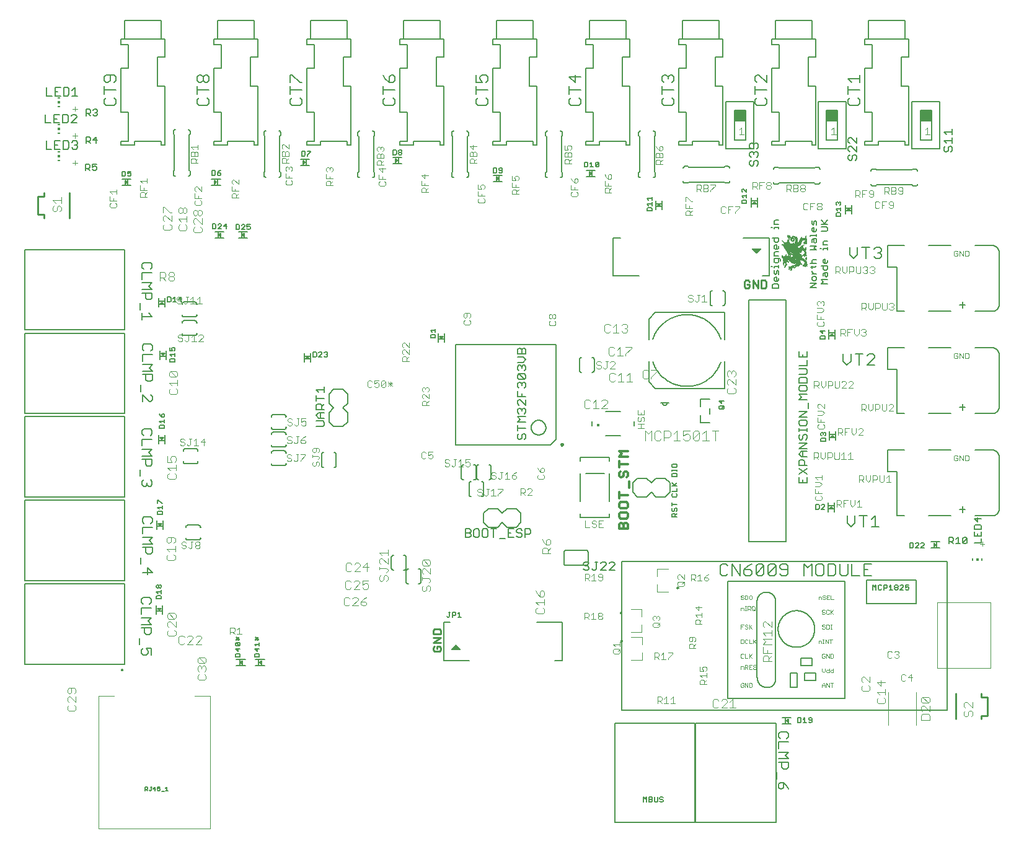
<source format=gto>
G04 EAGLE Gerber RS-274X export*
G75*
%MOMM*%
%FSLAX34Y34*%
%LPD*%
%INSilkscreen Top*%
%IPPOS*%
%AMOC8*
5,1,8,0,0,1.08239X$1,22.5*%
G01*
%ADD10C,0.152400*%
%ADD11R,0.006400X0.006300*%
%ADD12R,0.006300X0.012700*%
%ADD13R,0.006400X0.019100*%
%ADD14R,0.006300X0.025400*%
%ADD15R,0.006300X0.057200*%
%ADD16R,0.006400X0.025400*%
%ADD17R,0.006400X0.088900*%
%ADD18R,0.006300X0.038100*%
%ADD19R,0.006300X0.107900*%
%ADD20R,0.006400X0.044500*%
%ADD21R,0.006400X0.127000*%
%ADD22R,0.006300X0.050800*%
%ADD23R,0.006300X0.139700*%
%ADD24R,0.006300X0.006300*%
%ADD25R,0.006400X0.050800*%
%ADD26R,0.006400X0.152400*%
%ADD27R,0.006300X0.063500*%
%ADD28R,0.006300X0.171500*%
%ADD29R,0.006400X0.069800*%
%ADD30R,0.006400X0.184100*%
%ADD31R,0.006400X0.012700*%
%ADD32R,0.006300X0.082500*%
%ADD33R,0.006300X0.196800*%
%ADD34R,0.006300X0.019000*%
%ADD35R,0.006300X0.082600*%
%ADD36R,0.006400X0.209600*%
%ADD37R,0.006400X0.019000*%
%ADD38R,0.006400X0.114300*%
%ADD39R,0.006300X0.304800*%
%ADD40R,0.006300X0.069800*%
%ADD41R,0.006300X0.031800*%
%ADD42R,0.006300X0.031700*%
%ADD43R,0.006300X0.146000*%
%ADD44R,0.006300X0.152400*%
%ADD45R,0.006400X0.311100*%
%ADD46R,0.006400X0.082600*%
%ADD47R,0.006400X0.038100*%
%ADD48R,0.006400X0.044400*%
%ADD49R,0.006400X0.165100*%
%ADD50R,0.006400X0.209500*%
%ADD51R,0.006300X0.311200*%
%ADD52R,0.006300X0.165100*%
%ADD53R,0.006300X0.088900*%
%ADD54R,0.006300X0.044500*%
%ADD55R,0.006300X0.247600*%
%ADD56R,0.006300X0.266700*%
%ADD57R,0.006400X0.317500*%
%ADD58R,0.006400X0.254000*%
%ADD59R,0.006400X0.101600*%
%ADD60R,0.006400X0.057100*%
%ADD61R,0.006400X0.298500*%
%ADD62R,0.006300X0.336600*%
%ADD63R,0.006300X0.120700*%
%ADD64R,0.006300X0.260400*%
%ADD65R,0.006300X0.323900*%
%ADD66R,0.006400X0.698500*%
%ADD67R,0.006400X0.228600*%
%ADD68R,0.006400X0.279400*%
%ADD69R,0.006400X0.355600*%
%ADD70R,0.006300X0.704800*%
%ADD71R,0.006300X0.241300*%
%ADD72R,0.006300X0.006400*%
%ADD73R,0.006300X0.298500*%
%ADD74R,0.006300X0.406400*%
%ADD75R,0.006400X0.723900*%
%ADD76R,0.006400X0.717500*%
%ADD77R,0.006300X0.736600*%
%ADD78R,0.006300X0.019100*%
%ADD79R,0.006300X0.723900*%
%ADD80R,0.006400X0.762000*%
%ADD81R,0.006400X0.063500*%
%ADD82R,0.006300X1.168400*%
%ADD83R,0.006300X0.222300*%
%ADD84R,0.006400X1.162100*%
%ADD85R,0.006400X0.222200*%
%ADD86R,0.006300X1.155700*%
%ADD87R,0.006300X0.196900*%
%ADD88R,0.006300X0.228600*%
%ADD89R,0.006400X1.136600*%
%ADD90R,0.006400X0.203200*%
%ADD91R,0.006300X1.124000*%
%ADD92R,0.006300X0.209600*%
%ADD93R,0.006300X0.044400*%
%ADD94R,0.006300X0.717600*%
%ADD95R,0.006300X0.235000*%
%ADD96R,0.006400X1.117600*%
%ADD97R,0.006400X0.215900*%
%ADD98R,0.006400X0.711200*%
%ADD99R,0.006400X0.241300*%
%ADD100R,0.006300X1.104900*%
%ADD101R,0.006300X0.215900*%
%ADD102R,0.006300X0.190500*%
%ADD103R,0.006300X0.114300*%
%ADD104R,0.006300X1.016000*%
%ADD105R,0.006400X1.079500*%
%ADD106R,0.006400X0.260300*%
%ADD107R,0.006400X0.901700*%
%ADD108R,0.006300X1.054100*%
%ADD109R,0.006300X0.292100*%
%ADD110R,0.006300X0.273100*%
%ADD111R,0.006300X0.895300*%
%ADD112R,0.006400X1.009700*%
%ADD113R,0.006400X0.235000*%
%ADD114R,0.006400X0.323900*%
%ADD115R,0.006400X0.285800*%
%ADD116R,0.006400X0.895400*%
%ADD117R,0.006300X0.965200*%
%ADD118R,0.006300X0.615900*%
%ADD119R,0.006300X0.882700*%
%ADD120R,0.006400X0.641400*%
%ADD121R,0.006400X0.628700*%
%ADD122R,0.006400X0.336600*%
%ADD123R,0.006400X0.882600*%
%ADD124R,0.006300X0.577800*%
%ADD125R,0.006300X0.203200*%
%ADD126R,0.006300X0.666700*%
%ADD127R,0.006300X0.400000*%
%ADD128R,0.006300X0.076200*%
%ADD129R,0.006300X0.698500*%
%ADD130R,0.006300X0.158800*%
%ADD131R,0.006400X0.495300*%
%ADD132R,0.006400X1.104900*%
%ADD133R,0.006400X0.031800*%
%ADD134R,0.006400X0.774700*%
%ADD135R,0.006300X0.489000*%
%ADD136R,0.006300X1.098500*%
%ADD137R,0.006300X0.743000*%
%ADD138R,0.006400X0.501700*%
%ADD139R,0.006400X1.085900*%
%ADD140R,0.006400X0.743000*%
%ADD141R,0.006300X0.057100*%
%ADD142R,0.006300X0.533400*%
%ADD143R,0.006300X1.066800*%
%ADD144R,0.006300X0.825500*%
%ADD145R,0.006400X0.558800*%
%ADD146R,0.006400X1.054100*%
%ADD147R,0.006400X0.812800*%
%ADD148R,0.006300X0.622300*%
%ADD149R,0.006300X1.041400*%
%ADD150R,0.006300X0.812800*%
%ADD151R,0.006400X0.793800*%
%ADD152R,0.006400X0.806400*%
%ADD153R,0.006300X0.806400*%
%ADD154R,0.006300X0.952500*%
%ADD155R,0.006300X0.800100*%
%ADD156R,0.006400X0.819200*%
%ADD157R,0.006400X0.952500*%
%ADD158R,0.006400X0.800100*%
%ADD159R,0.006300X0.692200*%
%ADD160R,0.006400X0.831900*%
%ADD161R,0.006400X0.685800*%
%ADD162R,0.006400X0.463500*%
%ADD163R,0.006400X0.311200*%
%ADD164R,0.006300X0.838200*%
%ADD165R,0.006300X0.679400*%
%ADD166R,0.006300X0.184200*%
%ADD167R,0.006400X0.946200*%
%ADD168R,0.006400X0.679400*%
%ADD169R,0.006400X0.177800*%
%ADD170R,0.006400X0.273100*%
%ADD171R,0.006300X0.254000*%
%ADD172R,0.006400X0.704800*%
%ADD173R,0.006400X0.133400*%
%ADD174R,0.006400X0.958900*%
%ADD175R,0.006400X0.742900*%
%ADD176R,0.006400X0.076200*%
%ADD177R,0.006400X0.107900*%
%ADD178R,0.006300X0.958800*%
%ADD179R,0.006300X0.755600*%
%ADD180R,0.006300X0.108000*%
%ADD181R,0.006400X0.146100*%
%ADD182R,0.006300X0.787400*%
%ADD183R,0.006300X0.260300*%
%ADD184R,0.006400X0.171400*%
%ADD185R,0.006300X0.711200*%
%ADD186R,0.006300X0.819100*%
%ADD187R,0.006400X0.444500*%
%ADD188R,0.006400X0.831800*%
%ADD189R,0.006300X0.184100*%
%ADD190R,0.006300X0.400100*%
%ADD191R,0.006300X0.850900*%
%ADD192R,0.006300X0.177800*%
%ADD193R,0.006400X0.393700*%
%ADD194R,0.006400X0.400000*%
%ADD195R,0.006400X0.406400*%
%ADD196R,0.006300X0.381000*%
%ADD197R,0.006300X0.374700*%
%ADD198R,0.006300X0.393700*%
%ADD199R,0.006400X0.158700*%
%ADD200R,0.006400X0.374700*%
%ADD201R,0.006400X0.361900*%
%ADD202R,0.006400X0.368300*%
%ADD203R,0.006300X0.374600*%
%ADD204R,0.006300X0.361900*%
%ADD205R,0.006300X0.362000*%
%ADD206R,0.006300X0.171400*%
%ADD207R,0.006400X0.431800*%
%ADD208R,0.006400X0.362000*%
%ADD209R,0.006400X0.171500*%
%ADD210R,0.006300X0.368300*%
%ADD211R,0.006300X0.419100*%
%ADD212R,0.006300X0.355600*%
%ADD213R,0.006400X0.412800*%
%ADD214R,0.006400X0.381000*%
%ADD215R,0.006400X0.006400*%
%ADD216R,0.006400X0.158800*%
%ADD217R,0.006400X0.349200*%
%ADD218R,0.006300X0.209500*%
%ADD219R,0.006400X0.349300*%
%ADD220R,0.006400X0.190500*%
%ADD221R,0.006300X0.158700*%
%ADD222R,0.006300X0.349200*%
%ADD223R,0.006400X0.196800*%
%ADD224R,0.006300X0.342900*%
%ADD225R,0.006400X0.342900*%
%ADD226R,0.006400X0.260400*%
%ADD227R,0.006300X0.146100*%
%ADD228R,0.006400X0.139700*%
%ADD229R,0.006400X0.120600*%
%ADD230R,0.006400X0.266700*%
%ADD231R,0.006300X0.133400*%
%ADD232R,0.006300X0.127000*%
%ADD233R,0.006300X0.336500*%
%ADD234R,0.006300X0.387300*%
%ADD235R,0.006400X0.330200*%
%ADD236R,0.006300X0.330200*%
%ADD237R,0.006300X0.069900*%
%ADD238R,0.006300X0.273000*%
%ADD239R,0.006400X0.069900*%
%ADD240R,0.006400X0.273000*%
%ADD241R,0.006400X0.425400*%
%ADD242R,0.006300X0.438100*%
%ADD243R,0.006400X0.057200*%
%ADD244R,0.006300X0.457200*%
%ADD245R,0.006300X0.095200*%
%ADD246R,0.006300X0.279400*%
%ADD247R,0.006300X0.476200*%
%ADD248R,0.006400X0.336500*%
%ADD249R,0.006400X0.482600*%
%ADD250R,0.006300X0.508000*%
%ADD251R,0.006300X0.133300*%
%ADD252R,0.006300X0.285700*%
%ADD253R,0.006400X0.031700*%
%ADD254R,0.006400X0.692100*%
%ADD255R,0.006400X0.285700*%
%ADD256R,0.006300X0.692100*%
%ADD257R,0.006400X0.292100*%
%ADD258R,0.006300X0.679500*%
%ADD259R,0.006400X0.673100*%
%ADD260R,0.006300X0.673100*%
%ADD261R,0.006400X0.298400*%
%ADD262R,0.006300X0.660400*%
%ADD263R,0.006400X0.660400*%
%ADD264R,0.006400X0.304800*%
%ADD265R,0.006300X0.311100*%
%ADD266R,0.006300X0.095300*%
%ADD267R,0.006300X0.647700*%
%ADD268R,0.006300X0.323800*%
%ADD269R,0.006400X0.647700*%
%ADD270R,0.006300X0.101600*%
%ADD271R,0.006300X0.641300*%
%ADD272R,0.006400X0.108000*%
%ADD273R,0.006400X0.635000*%
%ADD274R,0.006300X0.628700*%
%ADD275R,0.006400X0.387300*%
%ADD276R,0.006400X0.622300*%
%ADD277R,0.006300X0.387400*%
%ADD278R,0.006400X0.616000*%
%ADD279R,0.006300X0.412700*%
%ADD280R,0.006300X0.616000*%
%ADD281R,0.006400X0.609600*%
%ADD282R,0.006400X0.374600*%
%ADD283R,0.006300X0.609600*%
%ADD284R,0.006400X0.400100*%
%ADD285R,0.006300X0.635000*%
%ADD286R,0.006300X0.774700*%
%ADD287R,0.006400X0.781100*%
%ADD288R,0.006400X0.577900*%
%ADD289R,0.006300X0.781100*%
%ADD290R,0.006400X0.781000*%
%ADD291R,0.006400X0.590500*%
%ADD292R,0.006300X0.641400*%
%ADD293R,0.006300X0.596900*%
%ADD294R,0.006400X0.787400*%
%ADD295R,0.006300X0.120600*%
%ADD296R,0.006300X0.793800*%
%ADD297R,0.006400X0.793700*%
%ADD298R,0.006300X0.730200*%
%ADD299R,0.006400X0.666800*%
%ADD300R,0.006400X0.730300*%
%ADD301R,0.006300X0.768300*%
%ADD302R,0.006400X0.146000*%
%ADD303R,0.006400X0.819100*%
%ADD304R,0.006300X0.781000*%
%ADD305R,0.006400X0.838200*%
%ADD306R,0.006300X0.793700*%
%ADD307R,0.006300X0.844600*%
%ADD308R,0.006400X0.857200*%
%ADD309R,0.006300X0.762000*%
%ADD310R,0.006300X0.863600*%
%ADD311R,0.006400X0.863600*%
%ADD312R,0.006300X0.869900*%
%ADD313R,0.006400X0.825500*%
%ADD314R,0.006400X0.749300*%
%ADD315R,0.006400X0.870000*%
%ADD316R,0.006300X0.831900*%
%ADD317R,0.006300X0.876300*%
%ADD318R,0.006400X0.736600*%
%ADD319R,0.006400X0.869900*%
%ADD320R,0.006400X0.844600*%
%ADD321R,0.006400X0.850900*%
%ADD322R,0.006300X0.857300*%
%ADD323R,0.006400X0.889000*%
%ADD324R,0.006400X0.844500*%
%ADD325R,0.006300X0.901700*%
%ADD326R,0.006400X0.920700*%
%ADD327R,0.006400X0.692200*%
%ADD328R,0.006300X0.927100*%
%ADD329R,0.006300X0.685800*%
%ADD330R,0.006400X0.412700*%
%ADD331R,0.006400X0.679500*%
%ADD332R,0.006300X0.425500*%
%ADD333R,0.006300X0.958900*%
%ADD334R,0.006400X0.438100*%
%ADD335R,0.006400X0.971500*%
%ADD336R,0.006300X0.450900*%
%ADD337R,0.006300X0.984300*%
%ADD338R,0.006300X0.742900*%
%ADD339R,0.006400X0.469900*%
%ADD340R,0.006400X0.996900*%
%ADD341R,0.006300X1.492200*%
%ADD342R,0.006300X0.654100*%
%ADD343R,0.006400X1.505000*%
%ADD344R,0.006400X0.654000*%
%ADD345R,0.006300X1.524000*%
%ADD346R,0.006300X0.654000*%
%ADD347R,0.006400X1.530300*%
%ADD348R,0.006300X1.543100*%
%ADD349R,0.006400X1.555700*%
%ADD350R,0.006300X1.574800*%
%ADD351R,0.006400X1.587500*%
%ADD352R,0.006300X1.600200*%
%ADD353R,0.006400X1.612900*%
%ADD354R,0.006400X0.654100*%
%ADD355R,0.006300X1.631900*%
%ADD356R,0.006400X1.638300*%
%ADD357R,0.006400X0.628600*%
%ADD358R,0.006300X1.651000*%
%ADD359R,0.006400X1.663700*%
%ADD360R,0.006300X1.682800*%
%ADD361R,0.006400X1.701800*%
%ADD362R,0.006300X1.720900*%
%ADD363R,0.006300X0.603200*%
%ADD364R,0.006400X1.739900*%
%ADD365R,0.006400X0.603200*%
%ADD366R,0.006300X1.752600*%
%ADD367R,0.006400X1.778000*%
%ADD368R,0.006400X0.596900*%
%ADD369R,0.006400X0.590600*%
%ADD370R,0.006300X1.809700*%
%ADD371R,0.006300X0.584200*%
%ADD372R,0.006400X2.419300*%
%ADD373R,0.006300X2.425700*%
%ADD374R,0.006300X0.571500*%
%ADD375R,0.006400X2.425700*%
%ADD376R,0.006400X0.565100*%
%ADD377R,0.006300X2.438400*%
%ADD378R,0.006300X0.565100*%
%ADD379R,0.006400X2.438400*%
%ADD380R,0.006300X2.444800*%
%ADD381R,0.006300X0.552400*%
%ADD382R,0.006400X2.444800*%
%ADD383R,0.006400X0.546100*%
%ADD384R,0.006300X2.457400*%
%ADD385R,0.006300X0.546100*%
%ADD386R,0.006400X2.457400*%
%ADD387R,0.006400X0.539800*%
%ADD388R,0.006400X2.463800*%
%ADD389R,0.006400X0.533400*%
%ADD390R,0.006300X2.470200*%
%ADD391R,0.006300X0.527100*%
%ADD392R,0.006400X2.476500*%
%ADD393R,0.006400X0.520700*%
%ADD394R,0.006300X2.482800*%
%ADD395R,0.006300X0.520700*%
%ADD396R,0.006400X2.482800*%
%ADD397R,0.006300X2.495600*%
%ADD398R,0.006400X2.495600*%
%ADD399R,0.006300X2.508200*%
%ADD400R,0.006400X2.514600*%
%ADD401R,0.006300X2.514600*%
%ADD402R,0.006400X2.527300*%
%ADD403R,0.006300X2.533700*%
%ADD404R,0.006400X2.546400*%
%ADD405R,0.006300X2.559000*%
%ADD406R,0.006400X2.565400*%
%ADD407R,0.006400X0.539700*%
%ADD408R,0.006300X2.571700*%
%ADD409R,0.006300X0.539700*%
%ADD410R,0.006400X2.584500*%
%ADD411R,0.006300X2.590800*%
%ADD412R,0.006300X0.552500*%
%ADD413R,0.006400X2.609800*%
%ADD414R,0.006300X2.622500*%
%ADD415R,0.006400X2.641600*%
%ADD416R,0.006400X0.584200*%
%ADD417R,0.006300X3.232200*%
%ADD418R,0.006400X3.232200*%
%ADD419R,0.006400X0.457200*%
%ADD420R,0.006300X0.514400*%
%ADD421R,0.006300X3.232100*%
%ADD422R,0.006400X3.867100*%
%ADD423R,0.006300X3.879800*%
%ADD424R,0.006400X3.892500*%
%ADD425R,0.006300X3.911600*%
%ADD426R,0.006400X3.918000*%
%ADD427R,0.006300X3.930700*%
%ADD428R,0.006400X3.937000*%
%ADD429R,0.006300X3.949700*%
%ADD430R,0.006400X3.962400*%
%ADD431R,0.006300X3.968700*%
%ADD432R,0.006400X3.975100*%
%ADD433R,0.006300X3.981400*%
%ADD434R,0.006400X4.000500*%
%ADD435R,0.006300X4.006900*%
%ADD436R,0.006400X4.013200*%
%ADD437R,0.006300X4.013200*%
%ADD438R,0.006400X4.019600*%
%ADD439R,0.006300X4.032200*%
%ADD440R,0.006400X4.038600*%
%ADD441R,0.006300X4.044900*%
%ADD442R,0.006400X4.044900*%
%ADD443R,0.006300X0.939800*%
%ADD444R,0.006300X3.111500*%
%ADD445R,0.006400X3.111500*%
%ADD446R,0.006300X0.946200*%
%ADD447R,0.006300X3.105100*%
%ADD448R,0.006400X0.958800*%
%ADD449R,0.006400X0.514400*%
%ADD450R,0.006300X0.527000*%
%ADD451R,0.006400X0.527000*%
%ADD452R,0.006400X3.105200*%
%ADD453R,0.006300X3.098800*%
%ADD454R,0.006400X3.105100*%
%ADD455R,0.006400X3.092400*%
%ADD456R,0.006300X3.092500*%
%ADD457R,0.006400X0.552500*%
%ADD458R,0.006400X2.457500*%
%ADD459R,0.006300X0.558800*%
%ADD460R,0.006400X0.082500*%
%ADD461R,0.006400X0.565200*%
%ADD462R,0.006400X2.381200*%
%ADD463R,0.006300X2.330500*%
%ADD464R,0.006400X0.133300*%
%ADD465R,0.006400X0.247600*%
%ADD466R,0.006400X2.279700*%
%ADD467R,0.006300X2.228900*%
%ADD468R,0.006400X2.089200*%
%ADD469R,0.006400X0.323800*%
%ADD470R,0.006300X0.234900*%
%ADD471R,0.006300X1.778000*%
%ADD472R,0.006300X1.701800*%
%ADD473R,0.006300X1.625600*%
%ADD474R,0.006400X1.593800*%
%ADD475R,0.006300X1.562100*%
%ADD476R,0.006400X1.536700*%
%ADD477R,0.006300X1.511300*%
%ADD478R,0.006400X1.492300*%
%ADD479R,0.006400X0.247700*%
%ADD480R,0.006300X0.920700*%
%ADD481R,0.006300X1.466900*%
%ADD482R,0.006400X1.003300*%
%ADD483R,0.006400X1.441400*%
%ADD484R,0.006300X1.073100*%
%ADD485R,0.006300X1.422400*%
%ADD486R,0.006400X1.098500*%
%ADD487R,0.006400X1.409700*%
%ADD488R,0.006300X1.123900*%
%ADD489R,0.006300X1.390700*%
%ADD490R,0.006400X1.143000*%
%ADD491R,0.006400X1.371600*%
%ADD492R,0.006400X0.234900*%
%ADD493R,0.006300X1.346200*%
%ADD494R,0.006400X1.174700*%
%ADD495R,0.006400X1.327200*%
%ADD496R,0.006300X1.187400*%
%ADD497R,0.006300X1.314400*%
%ADD498R,0.006400X1.200100*%
%ADD499R,0.006400X1.295400*%
%ADD500R,0.006300X1.206500*%
%ADD501R,0.006300X1.276300*%
%ADD502R,0.006400X1.219200*%
%ADD503R,0.006400X1.263600*%
%ADD504R,0.006300X1.225500*%
%ADD505R,0.006300X1.244600*%
%ADD506R,0.006400X1.231900*%
%ADD507R,0.006300X1.238200*%
%ADD508R,0.006400X1.238300*%
%ADD509R,0.006400X1.187500*%
%ADD510R,0.006400X0.387400*%
%ADD511R,0.006400X1.251000*%
%ADD512R,0.006400X1.149400*%
%ADD513R,0.006300X1.257300*%
%ADD514R,0.006300X1.136700*%
%ADD515R,0.006400X0.095200*%
%ADD516R,0.006400X1.257300*%
%ADD517R,0.006400X1.123900*%
%ADD518R,0.006300X1.263700*%
%ADD519R,0.006300X1.143000*%
%ADD520R,0.006400X0.095300*%
%ADD521R,0.006400X1.270000*%
%ADD522R,0.006400X0.419100*%
%ADD523R,0.006300X1.270000*%
%ADD524R,0.006300X1.301700*%
%ADD525R,0.006400X0.184200*%
%ADD526R,0.006400X1.276300*%
%ADD527R,0.006300X0.285800*%
%ADD528R,0.006300X1.282700*%
%ADD529R,0.006300X1.251000*%
%ADD530R,0.006400X1.282700*%
%ADD531R,0.006400X1.225600*%
%ADD532R,0.006400X0.908100*%
%ADD533R,0.006400X1.181100*%
%ADD534R,0.006300X1.162000*%
%ADD535R,0.006400X1.130300*%
%ADD536R,0.006300X1.111300*%
%ADD537R,0.006300X0.247700*%
%ADD538R,0.006300X1.060400*%
%ADD539R,0.006400X1.041400*%
%ADD540R,0.006300X1.022300*%
%ADD541R,0.006300X0.806500*%
%ADD542R,0.006400X0.806500*%
%ADD543R,0.006400X0.939800*%
%ADD544R,0.006300X0.920800*%
%ADD545R,0.006400X0.222300*%
%ADD546R,0.006400X0.717600*%
%ADD547R,0.006300X0.908000*%
%ADD548R,0.006300X0.222200*%
%ADD549R,0.006300X0.298400*%
%ADD550R,0.006300X0.889000*%
%ADD551R,0.006400X0.476300*%
%ADD552R,0.006300X0.495300*%
%ADD553R,0.006400X0.450900*%
%ADD554R,0.006300X0.831800*%
%ADD555R,0.006300X0.539800*%
%ADD556R,0.006300X0.590600*%
%ADD557R,0.006300X0.755700*%
%ADD558R,0.006300X0.349300*%
%ADD559R,0.006400X0.603300*%
%ADD560R,0.006400X0.514300*%
%ADD561R,0.006300X0.717500*%
%ADD562R,0.006300X0.908100*%
%ADD563R,0.006300X0.514300*%
%ADD564R,0.006400X1.066800*%
%ADD565R,0.006300X1.117600*%
%ADD566R,0.006400X0.571500*%
%ADD567R,0.006300X0.488900*%
%ADD568R,0.006400X0.552400*%
%ADD569R,0.006400X0.704900*%
%ADD570R,0.006400X1.162000*%
%ADD571R,0.006300X0.463500*%
%ADD572R,0.006400X1.149300*%
%ADD573R,0.006400X0.450800*%
%ADD574R,0.006400X1.111300*%
%ADD575R,0.006300X1.098600*%
%ADD576R,0.006400X1.028700*%
%ADD577R,0.006300X0.704900*%
%ADD578R,0.006400X0.997000*%
%ADD579R,0.006300X0.984200*%
%ADD580R,0.006400X0.965200*%
%ADD581R,0.006300X0.933400*%
%ADD582R,0.006400X0.920800*%
%ADD583R,0.006300X0.914400*%
%ADD584R,0.006300X0.730300*%
%ADD585R,0.006400X0.882700*%
%ADD586R,0.006400X0.857300*%
%ADD587R,0.006400X0.768300*%
%ADD588R,0.006300X0.749300*%
%ADD589R,0.006300X0.590500*%
%ADD590R,0.006300X0.476300*%
%ADD591R,0.006400X0.489000*%
%ADD592R,0.006300X0.317500*%
%ADD593R,0.006300X0.482600*%
%ADD594R,0.006400X0.476200*%
%ADD595R,0.006400X0.527100*%
%ADD596R,0.006300X0.431800*%
%ADD597R,0.006300X0.425400*%
%ADD598R,0.006400X0.438200*%
%ADD599R,0.006300X0.444500*%
%ADD600R,0.006300X0.997000*%
%ADD601R,0.006300X0.469900*%
%ADD602R,0.006300X1.212800*%
%ADD603R,0.006400X0.641300*%
%ADD604R,0.006400X0.501600*%
%ADD605R,0.006300X0.628600*%
%ADD606R,0.006400X1.276400*%
%ADD607R,0.006300X1.295400*%
%ADD608R,0.006400X1.314500*%
%ADD609R,0.006300X1.339800*%
%ADD610R,0.006400X1.358900*%
%ADD611R,0.006300X1.365200*%
%ADD612R,0.006400X1.289100*%
%ADD613R,0.006300X1.200100*%
%ADD614R,0.006400X0.508000*%
%ADD615R,0.006400X1.098600*%
%ADD616R,0.006300X0.501600*%
%ADD617R,0.006300X1.073200*%
%ADD618R,0.006400X1.047800*%
%ADD619R,0.006300X1.028700*%
%ADD620R,0.006400X1.009600*%
%ADD621R,0.006300X0.844500*%
%ADD622R,0.006400X0.730200*%
%ADD623R,0.006300X0.463600*%
%ADD624R,0.006400X0.463600*%
%ADD625R,0.006400X0.577800*%
%ADD626R,0.006400X0.120700*%
%ADD627R,0.006300X1.314500*%
%ADD628R,0.006400X1.352600*%
%ADD629R,0.006300X1.517700*%
%ADD630R,0.006300X0.438200*%
%ADD631R,0.006400X1.524000*%
%ADD632R,0.006400X1.047700*%
%ADD633R,0.006400X0.425500*%
%ADD634R,0.006300X0.412800*%
%ADD635R,0.006300X0.450800*%
%ADD636R,0.006400X1.060500*%
%ADD637C,0.203200*%
%ADD638C,0.254000*%
%ADD639C,0.127000*%
%ADD640C,0.101600*%
%ADD641C,0.203000*%
%ADD642C,0.304800*%
%ADD643C,0.364000*%
%ADD644C,0.076200*%
%ADD645R,0.300000X0.150000*%
%ADD646R,0.300000X0.300000*%
%ADD647C,0.177800*%
%ADD648C,0.100000*%
%ADD649C,0.200000*%
%ADD650C,0.200000*%
%ADD651C,0.050800*%
%ADD652C,0.000000*%
%ADD653C,0.120000*%
%ADD654R,1.524000X1.524000*%
%ADD655R,0.150000X0.300000*%
%ADD656R,0.800000X0.200000*%
%ADD657R,0.200000X0.800000*%

G36*
X573278Y215712D02*
X573278Y215712D01*
X573366Y215721D01*
X573387Y215731D01*
X573411Y215735D01*
X573488Y215781D01*
X573567Y215820D01*
X573584Y215837D01*
X573604Y215850D01*
X573660Y215919D01*
X573721Y215983D01*
X573730Y216005D01*
X573745Y216024D01*
X573774Y216108D01*
X573809Y216190D01*
X573810Y216214D01*
X573817Y216236D01*
X573815Y216325D01*
X573819Y216414D01*
X573811Y216437D01*
X573811Y216461D01*
X573777Y216543D01*
X573750Y216628D01*
X573734Y216649D01*
X573726Y216668D01*
X573692Y216706D01*
X573638Y216778D01*
X567638Y222778D01*
X567585Y222816D01*
X567537Y222861D01*
X567493Y222880D01*
X567454Y222907D01*
X567391Y222923D01*
X567330Y222949D01*
X567283Y222951D01*
X567237Y222963D01*
X567172Y222956D01*
X567106Y222959D01*
X567061Y222944D01*
X567014Y222939D01*
X566955Y222910D01*
X566892Y222890D01*
X566848Y222857D01*
X566813Y222840D01*
X566786Y222811D01*
X566742Y222778D01*
X560742Y216778D01*
X560691Y216705D01*
X560635Y216636D01*
X560627Y216614D01*
X560613Y216594D01*
X560591Y216508D01*
X560563Y216424D01*
X560563Y216400D01*
X560558Y216377D01*
X560567Y216288D01*
X560569Y216199D01*
X560578Y216177D01*
X560581Y216154D01*
X560620Y216074D01*
X560654Y215992D01*
X560670Y215974D01*
X560680Y215953D01*
X560745Y215892D01*
X560805Y215826D01*
X560826Y215815D01*
X560843Y215799D01*
X560925Y215764D01*
X561005Y215723D01*
X561031Y215720D01*
X561050Y215711D01*
X561100Y215709D01*
X561190Y215696D01*
X573190Y215696D01*
X573278Y215712D01*
G37*
G36*
X977841Y756907D02*
X977841Y756907D01*
X977906Y756904D01*
X977951Y756918D01*
X977998Y756923D01*
X978057Y756952D01*
X978120Y756972D01*
X978164Y757005D01*
X978200Y757022D01*
X978227Y757051D01*
X978271Y757084D01*
X984271Y763084D01*
X984322Y763157D01*
X984378Y763226D01*
X984385Y763248D01*
X984399Y763268D01*
X984421Y763354D01*
X984450Y763438D01*
X984449Y763462D01*
X984455Y763485D01*
X984446Y763574D01*
X984443Y763663D01*
X984434Y763685D01*
X984432Y763708D01*
X984392Y763788D01*
X984359Y763871D01*
X984343Y763888D01*
X984332Y763909D01*
X984267Y763971D01*
X984207Y764036D01*
X984186Y764047D01*
X984169Y764063D01*
X984087Y764098D01*
X984008Y764139D01*
X983982Y764143D01*
X983962Y764151D01*
X983912Y764153D01*
X983822Y764166D01*
X971822Y764166D01*
X971735Y764151D01*
X971646Y764141D01*
X971625Y764131D01*
X971601Y764127D01*
X971525Y764081D01*
X971445Y764042D01*
X971429Y764025D01*
X971408Y764013D01*
X971352Y763944D01*
X971291Y763879D01*
X971282Y763857D01*
X971267Y763838D01*
X971238Y763754D01*
X971204Y763672D01*
X971203Y763648D01*
X971195Y763626D01*
X971198Y763537D01*
X971194Y763448D01*
X971201Y763425D01*
X971202Y763402D01*
X971235Y763319D01*
X971262Y763234D01*
X971278Y763213D01*
X971286Y763194D01*
X971320Y763157D01*
X971374Y763084D01*
X977374Y757084D01*
X977428Y757046D01*
X977476Y757001D01*
X977519Y756983D01*
X977558Y756956D01*
X977622Y756939D01*
X977682Y756914D01*
X977730Y756911D01*
X977775Y756900D01*
X977841Y756907D01*
G37*
G36*
X749436Y863778D02*
X749436Y863778D01*
X749464Y863774D01*
X749504Y863791D01*
X749547Y863799D01*
X749582Y863824D01*
X749594Y863829D01*
X749598Y863836D01*
X749612Y863846D01*
X752112Y866346D01*
X752120Y866360D01*
X752133Y866369D01*
X752154Y866421D01*
X752180Y866470D01*
X752180Y866485D01*
X752185Y866500D01*
X752175Y866555D01*
X752172Y866610D01*
X752163Y866623D01*
X752160Y866639D01*
X752112Y866704D01*
X749612Y869204D01*
X749575Y869225D01*
X749542Y869254D01*
X749514Y869259D01*
X749489Y869272D01*
X749446Y869270D01*
X749403Y869277D01*
X749377Y869266D01*
X749348Y869264D01*
X749313Y869239D01*
X749273Y869221D01*
X749257Y869198D01*
X749234Y869181D01*
X749218Y869141D01*
X749193Y869105D01*
X749186Y869063D01*
X749181Y869051D01*
X749183Y869043D01*
X749180Y869025D01*
X749180Y864025D01*
X749192Y863984D01*
X749195Y863940D01*
X749211Y863917D01*
X749219Y863890D01*
X749252Y863861D01*
X749277Y863826D01*
X749304Y863815D01*
X749325Y863797D01*
X749368Y863790D01*
X749408Y863773D01*
X749436Y863778D01*
G37*
G36*
X622560Y856840D02*
X622560Y856840D01*
X622588Y856836D01*
X622628Y856853D01*
X622671Y856861D01*
X622706Y856886D01*
X622718Y856891D01*
X622722Y856898D01*
X622736Y856908D01*
X625236Y859408D01*
X625244Y859422D01*
X625257Y859431D01*
X625278Y859483D01*
X625304Y859531D01*
X625303Y859547D01*
X625309Y859562D01*
X625299Y859616D01*
X625296Y859672D01*
X625287Y859685D01*
X625284Y859700D01*
X625236Y859766D01*
X622736Y862266D01*
X622698Y862287D01*
X622666Y862316D01*
X622638Y862320D01*
X622613Y862334D01*
X622570Y862332D01*
X622527Y862338D01*
X622501Y862327D01*
X622472Y862326D01*
X622437Y862300D01*
X622397Y862283D01*
X622381Y862260D01*
X622358Y862243D01*
X622342Y862203D01*
X622317Y862167D01*
X622310Y862124D01*
X622305Y862113D01*
X622307Y862104D01*
X622304Y862087D01*
X622304Y857087D01*
X622316Y857045D01*
X622319Y857002D01*
X622335Y856979D01*
X622343Y856952D01*
X622376Y856923D01*
X622401Y856888D01*
X622428Y856877D01*
X622449Y856858D01*
X622492Y856851D01*
X622532Y856835D01*
X622560Y856840D01*
G37*
G36*
X237505Y851880D02*
X237505Y851880D01*
X237533Y851875D01*
X237573Y851892D01*
X237615Y851900D01*
X237650Y851925D01*
X237662Y851930D01*
X237667Y851937D01*
X237681Y851947D01*
X240181Y854447D01*
X240189Y854461D01*
X240201Y854470D01*
X240222Y854522D01*
X240249Y854571D01*
X240248Y854586D01*
X240254Y854601D01*
X240244Y854656D01*
X240241Y854711D01*
X240231Y854724D01*
X240229Y854740D01*
X240181Y854805D01*
X237681Y857305D01*
X237643Y857326D01*
X237611Y857355D01*
X237583Y857360D01*
X237558Y857373D01*
X237514Y857371D01*
X237471Y857378D01*
X237445Y857367D01*
X237417Y857365D01*
X237382Y857340D01*
X237342Y857323D01*
X237326Y857299D01*
X237303Y857283D01*
X237286Y857242D01*
X237262Y857207D01*
X237255Y857164D01*
X237250Y857152D01*
X237252Y857144D01*
X237249Y857126D01*
X237249Y852126D01*
X237261Y852085D01*
X237263Y852041D01*
X237280Y852018D01*
X237288Y851991D01*
X237321Y851962D01*
X237346Y851927D01*
X237372Y851916D01*
X237393Y851898D01*
X237436Y851891D01*
X237477Y851874D01*
X237505Y851880D01*
G37*
G36*
X115338Y851483D02*
X115338Y851483D01*
X115366Y851478D01*
X115406Y851495D01*
X115448Y851503D01*
X115483Y851528D01*
X115495Y851534D01*
X115500Y851540D01*
X115514Y851551D01*
X118014Y854051D01*
X118022Y854064D01*
X118035Y854074D01*
X118055Y854125D01*
X118082Y854174D01*
X118081Y854190D01*
X118087Y854204D01*
X118077Y854259D01*
X118074Y854315D01*
X118064Y854327D01*
X118062Y854343D01*
X118014Y854409D01*
X115514Y856909D01*
X115476Y856930D01*
X115444Y856958D01*
X115416Y856963D01*
X115391Y856977D01*
X115347Y856974D01*
X115305Y856981D01*
X115278Y856970D01*
X115250Y856968D01*
X115215Y856943D01*
X115175Y856926D01*
X115159Y856902D01*
X115136Y856886D01*
X115120Y856846D01*
X115095Y856810D01*
X115088Y856767D01*
X115083Y856755D01*
X115085Y856747D01*
X115082Y856730D01*
X115082Y851730D01*
X115094Y851688D01*
X115097Y851645D01*
X115113Y851622D01*
X115121Y851594D01*
X115154Y851566D01*
X115179Y851530D01*
X115205Y851520D01*
X115227Y851501D01*
X115269Y851494D01*
X115310Y851478D01*
X115338Y851483D01*
G37*
G36*
X977432Y824749D02*
X977432Y824749D01*
X977475Y824752D01*
X977498Y824769D01*
X977525Y824776D01*
X977554Y824809D01*
X977589Y824834D01*
X977600Y824861D01*
X977619Y824882D01*
X977626Y824925D01*
X977642Y824965D01*
X977637Y824993D01*
X977641Y825021D01*
X977624Y825061D01*
X977616Y825104D01*
X977591Y825139D01*
X977586Y825151D01*
X977579Y825155D01*
X977569Y825170D01*
X975069Y827670D01*
X975055Y827677D01*
X975046Y827690D01*
X974994Y827711D01*
X974946Y827738D01*
X974930Y827737D01*
X974915Y827742D01*
X974861Y827732D01*
X974805Y827729D01*
X974792Y827720D01*
X974777Y827717D01*
X974711Y827670D01*
X972211Y825170D01*
X972190Y825132D01*
X972161Y825099D01*
X972157Y825071D01*
X972143Y825046D01*
X972145Y825003D01*
X972138Y824960D01*
X972150Y824934D01*
X972151Y824905D01*
X972177Y824870D01*
X972194Y824830D01*
X972217Y824814D01*
X972234Y824791D01*
X972274Y824775D01*
X972310Y824750D01*
X972353Y824743D01*
X972364Y824739D01*
X972373Y824740D01*
X972390Y824737D01*
X977390Y824737D01*
X977432Y824749D01*
G37*
G36*
X847156Y820928D02*
X847156Y820928D01*
X847200Y820931D01*
X847223Y820947D01*
X847250Y820955D01*
X847279Y820988D01*
X847314Y821013D01*
X847324Y821039D01*
X847343Y821061D01*
X847350Y821104D01*
X847366Y821144D01*
X847361Y821172D01*
X847366Y821200D01*
X847349Y821240D01*
X847341Y821282D01*
X847316Y821318D01*
X847311Y821329D01*
X847304Y821334D01*
X847294Y821348D01*
X844794Y823848D01*
X844780Y823856D01*
X844771Y823869D01*
X844719Y823889D01*
X844670Y823916D01*
X844654Y823915D01*
X844640Y823921D01*
X844585Y823911D01*
X844529Y823908D01*
X844517Y823899D01*
X844501Y823896D01*
X844435Y823848D01*
X841935Y821348D01*
X841915Y821310D01*
X841886Y821278D01*
X841881Y821250D01*
X841867Y821225D01*
X841870Y821182D01*
X841863Y821139D01*
X841874Y821113D01*
X841876Y821084D01*
X841901Y821049D01*
X841918Y821009D01*
X841942Y820993D01*
X841958Y820970D01*
X841999Y820954D01*
X842034Y820929D01*
X842077Y820922D01*
X842089Y820917D01*
X842097Y820919D01*
X842115Y820916D01*
X847115Y820916D01*
X847156Y820928D01*
G37*
G36*
X1105640Y815124D02*
X1105640Y815124D01*
X1105683Y815127D01*
X1105706Y815143D01*
X1105733Y815151D01*
X1105762Y815184D01*
X1105797Y815209D01*
X1105808Y815236D01*
X1105827Y815257D01*
X1105834Y815300D01*
X1105850Y815340D01*
X1105845Y815368D01*
X1105849Y815396D01*
X1105832Y815436D01*
X1105825Y815479D01*
X1105799Y815514D01*
X1105794Y815526D01*
X1105787Y815530D01*
X1105777Y815544D01*
X1103277Y818044D01*
X1103263Y818052D01*
X1103254Y818065D01*
X1103202Y818086D01*
X1103154Y818112D01*
X1103138Y818112D01*
X1103123Y818117D01*
X1103069Y818107D01*
X1103013Y818104D01*
X1103000Y818095D01*
X1102985Y818092D01*
X1102919Y818044D01*
X1100419Y815544D01*
X1100398Y815507D01*
X1100369Y815474D01*
X1100365Y815446D01*
X1100351Y815421D01*
X1100354Y815378D01*
X1100347Y815335D01*
X1100358Y815309D01*
X1100359Y815280D01*
X1100385Y815245D01*
X1100402Y815205D01*
X1100425Y815189D01*
X1100442Y815166D01*
X1100482Y815150D01*
X1100518Y815125D01*
X1100561Y815118D01*
X1100573Y815113D01*
X1100581Y815115D01*
X1100598Y815112D01*
X1105598Y815112D01*
X1105640Y815124D01*
G37*
G36*
X278403Y779669D02*
X278403Y779669D01*
X278431Y779671D01*
X278466Y779696D01*
X278506Y779713D01*
X278522Y779736D01*
X278546Y779753D01*
X278562Y779793D01*
X278586Y779829D01*
X278593Y779872D01*
X278598Y779884D01*
X278597Y779892D01*
X278599Y779909D01*
X278599Y784909D01*
X278587Y784951D01*
X278585Y784994D01*
X278568Y785017D01*
X278560Y785045D01*
X278528Y785073D01*
X278502Y785109D01*
X278476Y785119D01*
X278455Y785138D01*
X278412Y785145D01*
X278372Y785161D01*
X278344Y785156D01*
X278316Y785161D01*
X278276Y785144D01*
X278233Y785136D01*
X278198Y785110D01*
X278186Y785105D01*
X278181Y785098D01*
X278167Y785088D01*
X275667Y782588D01*
X275660Y782575D01*
X275647Y782565D01*
X275626Y782514D01*
X275599Y782465D01*
X275600Y782449D01*
X275594Y782435D01*
X275604Y782380D01*
X275608Y782324D01*
X275617Y782311D01*
X275620Y782296D01*
X275667Y782230D01*
X278167Y779730D01*
X278205Y779709D01*
X278238Y779680D01*
X278266Y779676D01*
X278291Y779662D01*
X278334Y779665D01*
X278377Y779658D01*
X278403Y779669D01*
G37*
G36*
X245984Y779580D02*
X245984Y779580D01*
X246012Y779582D01*
X246047Y779607D01*
X246087Y779624D01*
X246103Y779648D01*
X246126Y779664D01*
X246143Y779705D01*
X246167Y779740D01*
X246174Y779783D01*
X246179Y779795D01*
X246177Y779803D01*
X246180Y779820D01*
X246180Y784820D01*
X246168Y784862D01*
X246165Y784906D01*
X246149Y784929D01*
X246141Y784956D01*
X246108Y784985D01*
X246083Y785020D01*
X246057Y785030D01*
X246035Y785049D01*
X245993Y785056D01*
X245952Y785072D01*
X245924Y785067D01*
X245896Y785072D01*
X245856Y785055D01*
X245814Y785047D01*
X245779Y785022D01*
X245767Y785017D01*
X245762Y785010D01*
X245748Y785000D01*
X243248Y782500D01*
X243240Y782486D01*
X243228Y782477D01*
X243207Y782425D01*
X243180Y782376D01*
X243181Y782360D01*
X243175Y782346D01*
X243185Y782291D01*
X243188Y782235D01*
X243198Y782223D01*
X243200Y782207D01*
X243248Y782141D01*
X245748Y779641D01*
X245786Y779621D01*
X245818Y779592D01*
X245846Y779587D01*
X245871Y779573D01*
X245915Y779576D01*
X245957Y779569D01*
X245984Y779580D01*
G37*
G36*
X358832Y878744D02*
X358832Y878744D01*
X358860Y878739D01*
X358900Y878756D01*
X358943Y878764D01*
X358978Y878789D01*
X358990Y878794D01*
X358995Y878801D01*
X359009Y878812D01*
X361509Y881312D01*
X361516Y881325D01*
X361529Y881334D01*
X361550Y881386D01*
X361577Y881435D01*
X361576Y881451D01*
X361582Y881465D01*
X361572Y881520D01*
X361568Y881576D01*
X361559Y881588D01*
X361556Y881604D01*
X361509Y881670D01*
X359009Y884170D01*
X358971Y884191D01*
X358938Y884219D01*
X358910Y884224D01*
X358885Y884238D01*
X358842Y884235D01*
X358799Y884242D01*
X358773Y884231D01*
X358745Y884229D01*
X358710Y884204D01*
X358670Y884187D01*
X358653Y884163D01*
X358630Y884147D01*
X358614Y884106D01*
X358590Y884071D01*
X358583Y884028D01*
X358578Y884016D01*
X358579Y884008D01*
X358577Y883991D01*
X358577Y878991D01*
X358589Y878949D01*
X358591Y878906D01*
X358608Y878882D01*
X358616Y878855D01*
X358648Y878826D01*
X358674Y878791D01*
X358700Y878781D01*
X358721Y878762D01*
X358764Y878755D01*
X358804Y878739D01*
X358832Y878744D01*
G37*
G36*
X167989Y687744D02*
X167989Y687744D01*
X168032Y687747D01*
X168055Y687764D01*
X168082Y687771D01*
X168111Y687804D01*
X168146Y687829D01*
X168157Y687856D01*
X168176Y687877D01*
X168183Y687920D01*
X168199Y687960D01*
X168194Y687988D01*
X168198Y688016D01*
X168181Y688056D01*
X168174Y688099D01*
X168148Y688134D01*
X168143Y688146D01*
X168136Y688150D01*
X168126Y688165D01*
X165626Y690665D01*
X165612Y690672D01*
X165603Y690685D01*
X165551Y690706D01*
X165503Y690733D01*
X165487Y690732D01*
X165472Y690737D01*
X165418Y690727D01*
X165362Y690724D01*
X165349Y690715D01*
X165334Y690712D01*
X165268Y690665D01*
X162768Y688165D01*
X162747Y688127D01*
X162718Y688094D01*
X162714Y688066D01*
X162700Y688041D01*
X162703Y687998D01*
X162696Y687955D01*
X162707Y687929D01*
X162708Y687900D01*
X162734Y687865D01*
X162751Y687825D01*
X162774Y687809D01*
X162791Y687786D01*
X162831Y687770D01*
X162867Y687745D01*
X162910Y687738D01*
X162922Y687733D01*
X162930Y687735D01*
X162947Y687732D01*
X167947Y687732D01*
X167989Y687744D01*
G37*
G36*
X1083400Y644448D02*
X1083400Y644448D01*
X1083443Y644450D01*
X1083466Y644467D01*
X1083493Y644475D01*
X1083522Y644507D01*
X1083557Y644533D01*
X1083568Y644559D01*
X1083587Y644580D01*
X1083594Y644623D01*
X1083610Y644663D01*
X1083605Y644691D01*
X1083609Y644719D01*
X1083592Y644759D01*
X1083584Y644802D01*
X1083559Y644837D01*
X1083554Y644849D01*
X1083547Y644854D01*
X1083537Y644868D01*
X1081037Y647368D01*
X1081023Y647375D01*
X1081014Y647388D01*
X1080962Y647409D01*
X1080914Y647436D01*
X1080898Y647435D01*
X1080883Y647441D01*
X1080829Y647431D01*
X1080773Y647427D01*
X1080760Y647418D01*
X1080745Y647415D01*
X1080679Y647368D01*
X1078179Y644868D01*
X1078158Y644830D01*
X1078129Y644797D01*
X1078125Y644769D01*
X1078111Y644744D01*
X1078113Y644701D01*
X1078106Y644658D01*
X1078118Y644632D01*
X1078119Y644604D01*
X1078145Y644569D01*
X1078162Y644529D01*
X1078185Y644513D01*
X1078202Y644489D01*
X1078242Y644473D01*
X1078278Y644449D01*
X1078321Y644442D01*
X1078332Y644437D01*
X1078341Y644438D01*
X1078358Y644436D01*
X1083358Y644436D01*
X1083400Y644448D01*
G37*
G36*
X547239Y641195D02*
X547239Y641195D01*
X547294Y641199D01*
X547307Y641208D01*
X547323Y641211D01*
X547388Y641258D01*
X549888Y643758D01*
X549909Y643796D01*
X549938Y643829D01*
X549943Y643857D01*
X549956Y643882D01*
X549954Y643925D01*
X549961Y643968D01*
X549950Y643994D01*
X549948Y644022D01*
X549923Y644058D01*
X549906Y644097D01*
X549882Y644114D01*
X549866Y644137D01*
X549825Y644153D01*
X549790Y644178D01*
X549747Y644184D01*
X549735Y644189D01*
X549727Y644188D01*
X549709Y644191D01*
X544709Y644191D01*
X544668Y644178D01*
X544624Y644176D01*
X544601Y644159D01*
X544574Y644151D01*
X544545Y644119D01*
X544510Y644093D01*
X544499Y644067D01*
X544481Y644046D01*
X544474Y644003D01*
X544457Y643963D01*
X544463Y643935D01*
X544458Y643907D01*
X544475Y643867D01*
X544483Y643824D01*
X544508Y643789D01*
X544513Y643777D01*
X544520Y643772D01*
X544530Y643758D01*
X547030Y641258D01*
X547044Y641251D01*
X547053Y641238D01*
X547105Y641217D01*
X547154Y641190D01*
X547169Y641191D01*
X547184Y641185D01*
X547239Y641195D01*
G37*
G36*
X167344Y617863D02*
X167344Y617863D01*
X167400Y617867D01*
X167413Y617876D01*
X167428Y617879D01*
X167494Y617926D01*
X169994Y620426D01*
X170015Y620464D01*
X170044Y620497D01*
X170048Y620525D01*
X170062Y620549D01*
X170059Y620593D01*
X170066Y620636D01*
X170055Y620662D01*
X170053Y620690D01*
X170028Y620725D01*
X170011Y620765D01*
X169988Y620781D01*
X169971Y620804D01*
X169931Y620821D01*
X169895Y620845D01*
X169852Y620852D01*
X169840Y620857D01*
X169832Y620856D01*
X169815Y620858D01*
X164815Y620858D01*
X164773Y620846D01*
X164730Y620844D01*
X164707Y620827D01*
X164679Y620819D01*
X164651Y620787D01*
X164615Y620761D01*
X164605Y620735D01*
X164586Y620714D01*
X164579Y620671D01*
X164563Y620631D01*
X164568Y620603D01*
X164563Y620575D01*
X164580Y620534D01*
X164588Y620492D01*
X164614Y620457D01*
X164619Y620445D01*
X164626Y620440D01*
X164636Y620426D01*
X167136Y617926D01*
X167149Y617918D01*
X167159Y617906D01*
X167210Y617885D01*
X167259Y617858D01*
X167275Y617859D01*
X167289Y617853D01*
X167344Y617863D01*
G37*
G36*
X366848Y612668D02*
X366848Y612668D01*
X366891Y612671D01*
X366915Y612687D01*
X366942Y612695D01*
X366971Y612728D01*
X367006Y612753D01*
X367016Y612779D01*
X367035Y612801D01*
X367042Y612844D01*
X367058Y612884D01*
X367053Y612912D01*
X367058Y612940D01*
X367041Y612980D01*
X367033Y613022D01*
X367008Y613058D01*
X367003Y613069D01*
X366996Y613074D01*
X366986Y613088D01*
X364486Y615588D01*
X364472Y615596D01*
X364463Y615609D01*
X364411Y615630D01*
X364362Y615656D01*
X364346Y615655D01*
X364332Y615661D01*
X364277Y615651D01*
X364221Y615648D01*
X364209Y615639D01*
X364193Y615636D01*
X364127Y615588D01*
X361627Y613088D01*
X361606Y613050D01*
X361578Y613018D01*
X361573Y612990D01*
X361559Y612965D01*
X361562Y612922D01*
X361555Y612879D01*
X361566Y612853D01*
X361568Y612824D01*
X361593Y612789D01*
X361610Y612749D01*
X361634Y612733D01*
X361650Y612710D01*
X361691Y612694D01*
X361726Y612669D01*
X361769Y612662D01*
X361781Y612657D01*
X361789Y612659D01*
X361806Y612656D01*
X366806Y612656D01*
X366848Y612668D01*
G37*
G36*
X1084103Y505852D02*
X1084103Y505852D01*
X1084146Y505854D01*
X1084169Y505871D01*
X1084197Y505879D01*
X1084225Y505911D01*
X1084261Y505937D01*
X1084271Y505963D01*
X1084290Y505984D01*
X1084297Y506027D01*
X1084313Y506067D01*
X1084308Y506095D01*
X1084313Y506123D01*
X1084296Y506164D01*
X1084288Y506206D01*
X1084263Y506241D01*
X1084257Y506253D01*
X1084251Y506258D01*
X1084240Y506272D01*
X1081740Y508772D01*
X1081727Y508780D01*
X1081717Y508792D01*
X1081666Y508813D01*
X1081617Y508840D01*
X1081601Y508839D01*
X1081587Y508845D01*
X1081532Y508835D01*
X1081476Y508831D01*
X1081464Y508822D01*
X1081448Y508819D01*
X1081382Y508772D01*
X1078882Y506272D01*
X1078861Y506234D01*
X1078833Y506201D01*
X1078828Y506173D01*
X1078814Y506149D01*
X1078817Y506105D01*
X1078810Y506062D01*
X1078821Y506036D01*
X1078823Y506008D01*
X1078848Y505973D01*
X1078865Y505933D01*
X1078889Y505917D01*
X1078905Y505894D01*
X1078945Y505877D01*
X1078981Y505853D01*
X1079024Y505846D01*
X1079036Y505841D01*
X1079044Y505842D01*
X1079061Y505840D01*
X1084061Y505840D01*
X1084103Y505852D01*
G37*
G36*
X165534Y502776D02*
X165534Y502776D01*
X165590Y502780D01*
X165602Y502789D01*
X165618Y502792D01*
X165684Y502839D01*
X168184Y505339D01*
X168205Y505377D01*
X168233Y505410D01*
X168238Y505438D01*
X168252Y505463D01*
X168249Y505506D01*
X168256Y505549D01*
X168245Y505575D01*
X168243Y505603D01*
X168218Y505639D01*
X168201Y505679D01*
X168177Y505695D01*
X168161Y505718D01*
X168120Y505734D01*
X168085Y505759D01*
X168042Y505766D01*
X168030Y505770D01*
X168022Y505769D01*
X168005Y505772D01*
X163005Y505772D01*
X162963Y505760D01*
X162920Y505757D01*
X162896Y505740D01*
X162869Y505732D01*
X162840Y505700D01*
X162805Y505675D01*
X162795Y505648D01*
X162776Y505627D01*
X162769Y505584D01*
X162753Y505544D01*
X162758Y505516D01*
X162753Y505488D01*
X162770Y505448D01*
X162778Y505405D01*
X162803Y505370D01*
X162808Y505358D01*
X162815Y505353D01*
X162826Y505339D01*
X165326Y502839D01*
X165339Y502832D01*
X165348Y502819D01*
X165400Y502798D01*
X165449Y502771D01*
X165465Y502772D01*
X165479Y502766D01*
X165534Y502776D01*
G37*
G36*
X1082462Y408174D02*
X1082462Y408174D01*
X1082505Y408177D01*
X1082528Y408193D01*
X1082555Y408201D01*
X1082584Y408234D01*
X1082619Y408259D01*
X1082630Y408285D01*
X1082649Y408307D01*
X1082656Y408349D01*
X1082672Y408390D01*
X1082667Y408418D01*
X1082671Y408446D01*
X1082654Y408486D01*
X1082647Y408528D01*
X1082621Y408563D01*
X1082616Y408575D01*
X1082609Y408580D01*
X1082599Y408594D01*
X1080099Y411094D01*
X1080085Y411102D01*
X1080076Y411115D01*
X1080024Y411135D01*
X1079976Y411162D01*
X1079960Y411161D01*
X1079945Y411167D01*
X1079891Y411157D01*
X1079835Y411154D01*
X1079822Y411144D01*
X1079807Y411142D01*
X1079741Y411094D01*
X1077241Y408594D01*
X1077220Y408556D01*
X1077191Y408524D01*
X1077187Y408496D01*
X1077173Y408471D01*
X1077176Y408427D01*
X1077169Y408385D01*
X1077180Y408358D01*
X1077181Y408330D01*
X1077207Y408295D01*
X1077224Y408255D01*
X1077247Y408239D01*
X1077264Y408216D01*
X1077304Y408200D01*
X1077340Y408175D01*
X1077383Y408168D01*
X1077395Y408163D01*
X1077403Y408165D01*
X1077420Y408162D01*
X1082420Y408162D01*
X1082462Y408174D01*
G37*
G36*
X162710Y385513D02*
X162710Y385513D01*
X162766Y385516D01*
X162779Y385525D01*
X162794Y385528D01*
X162860Y385576D01*
X165360Y388076D01*
X165381Y388114D01*
X165410Y388146D01*
X165415Y388174D01*
X165428Y388199D01*
X165426Y388242D01*
X165433Y388285D01*
X165421Y388311D01*
X165420Y388340D01*
X165394Y388375D01*
X165377Y388415D01*
X165354Y388431D01*
X165337Y388454D01*
X165297Y388470D01*
X165261Y388495D01*
X165219Y388502D01*
X165207Y388507D01*
X165198Y388505D01*
X165181Y388508D01*
X160181Y388508D01*
X160140Y388496D01*
X160096Y388493D01*
X160073Y388477D01*
X160046Y388469D01*
X160017Y388436D01*
X159982Y388411D01*
X159971Y388385D01*
X159952Y388363D01*
X159945Y388320D01*
X159929Y388280D01*
X159934Y388252D01*
X159930Y388224D01*
X159947Y388184D01*
X159955Y388142D01*
X159980Y388106D01*
X159985Y388095D01*
X159992Y388090D01*
X160002Y388076D01*
X162502Y385576D01*
X162516Y385568D01*
X162525Y385555D01*
X162577Y385535D01*
X162626Y385508D01*
X162641Y385509D01*
X162656Y385503D01*
X162710Y385513D01*
G37*
G36*
X1219911Y356093D02*
X1219911Y356093D01*
X1219939Y356088D01*
X1219979Y356106D01*
X1220021Y356113D01*
X1220056Y356139D01*
X1220068Y356144D01*
X1220073Y356151D01*
X1220087Y356161D01*
X1222587Y358661D01*
X1222595Y358675D01*
X1222607Y358684D01*
X1222628Y358735D01*
X1222655Y358784D01*
X1222654Y358800D01*
X1222660Y358814D01*
X1222650Y358869D01*
X1222647Y358925D01*
X1222637Y358938D01*
X1222635Y358953D01*
X1222587Y359019D01*
X1220087Y361519D01*
X1220049Y361540D01*
X1220017Y361569D01*
X1219989Y361573D01*
X1219964Y361587D01*
X1219920Y361584D01*
X1219878Y361591D01*
X1219851Y361580D01*
X1219823Y361578D01*
X1219788Y361553D01*
X1219748Y361536D01*
X1219732Y361513D01*
X1219709Y361496D01*
X1219693Y361456D01*
X1219668Y361420D01*
X1219661Y361377D01*
X1219656Y361365D01*
X1219658Y361357D01*
X1219655Y361340D01*
X1219655Y356340D01*
X1219667Y356298D01*
X1219670Y356255D01*
X1219686Y356232D01*
X1219694Y356204D01*
X1219727Y356176D01*
X1219752Y356140D01*
X1219778Y356130D01*
X1219800Y356111D01*
X1219842Y356104D01*
X1219883Y356088D01*
X1219911Y356093D01*
G37*
G36*
X161845Y269694D02*
X161845Y269694D01*
X161901Y269698D01*
X161914Y269707D01*
X161929Y269710D01*
X161995Y269757D01*
X164495Y272257D01*
X164516Y272295D01*
X164545Y272328D01*
X164550Y272356D01*
X164563Y272381D01*
X164561Y272424D01*
X164568Y272467D01*
X164556Y272493D01*
X164555Y272521D01*
X164529Y272557D01*
X164512Y272597D01*
X164489Y272613D01*
X164472Y272636D01*
X164432Y272652D01*
X164396Y272677D01*
X164354Y272684D01*
X164342Y272688D01*
X164333Y272687D01*
X164316Y272690D01*
X159316Y272690D01*
X159275Y272678D01*
X159231Y272675D01*
X159208Y272658D01*
X159181Y272650D01*
X159152Y272618D01*
X159117Y272593D01*
X159106Y272566D01*
X159087Y272545D01*
X159080Y272502D01*
X159064Y272462D01*
X159069Y272434D01*
X159065Y272406D01*
X159082Y272366D01*
X159090Y272323D01*
X159115Y272288D01*
X159120Y272276D01*
X159127Y272271D01*
X159137Y272257D01*
X161637Y269757D01*
X161651Y269750D01*
X161660Y269737D01*
X161712Y269716D01*
X161761Y269689D01*
X161776Y269690D01*
X161791Y269684D01*
X161845Y269694D01*
G37*
G36*
X484948Y881567D02*
X484948Y881567D01*
X484976Y881562D01*
X485016Y881579D01*
X485059Y881587D01*
X485094Y881612D01*
X485106Y881618D01*
X485110Y881624D01*
X485124Y881635D01*
X487624Y884135D01*
X487632Y884148D01*
X487645Y884158D01*
X487666Y884209D01*
X487692Y884258D01*
X487692Y884274D01*
X487697Y884288D01*
X487687Y884343D01*
X487684Y884399D01*
X487675Y884412D01*
X487672Y884427D01*
X487624Y884493D01*
X485124Y886993D01*
X485087Y887014D01*
X485054Y887043D01*
X485026Y887047D01*
X485001Y887061D01*
X484958Y887058D01*
X484915Y887065D01*
X484889Y887054D01*
X484860Y887052D01*
X484825Y887027D01*
X484785Y887010D01*
X484769Y886986D01*
X484746Y886970D01*
X484730Y886930D01*
X484705Y886894D01*
X484698Y886851D01*
X484693Y886839D01*
X484695Y886831D01*
X484692Y886814D01*
X484692Y881814D01*
X484704Y881772D01*
X484707Y881729D01*
X484723Y881706D01*
X484731Y881678D01*
X484764Y881650D01*
X484789Y881614D01*
X484816Y881604D01*
X484837Y881585D01*
X484880Y881578D01*
X484920Y881562D01*
X484948Y881567D01*
G37*
G36*
X275443Y195507D02*
X275443Y195507D01*
X275472Y195509D01*
X275507Y195534D01*
X275547Y195551D01*
X275563Y195575D01*
X275586Y195591D01*
X275602Y195632D01*
X275627Y195667D01*
X275634Y195710D01*
X275639Y195722D01*
X275637Y195730D01*
X275640Y195748D01*
X275640Y200748D01*
X275628Y200789D01*
X275625Y200833D01*
X275609Y200856D01*
X275601Y200883D01*
X275568Y200912D01*
X275543Y200947D01*
X275517Y200958D01*
X275495Y200976D01*
X275452Y200983D01*
X275412Y201000D01*
X275384Y200994D01*
X275356Y200999D01*
X275316Y200982D01*
X275273Y200974D01*
X275238Y200949D01*
X275226Y200944D01*
X275222Y200937D01*
X275208Y200927D01*
X272708Y198427D01*
X272700Y198413D01*
X272687Y198404D01*
X272666Y198352D01*
X272640Y198303D01*
X272641Y198288D01*
X272635Y198273D01*
X272645Y198218D01*
X272648Y198163D01*
X272657Y198150D01*
X272660Y198134D01*
X272708Y198068D01*
X275208Y195568D01*
X275246Y195548D01*
X275278Y195519D01*
X275306Y195514D01*
X275331Y195500D01*
X275374Y195503D01*
X275417Y195496D01*
X275443Y195507D01*
G37*
G36*
X301632Y195385D02*
X301632Y195385D01*
X301661Y195387D01*
X301696Y195412D01*
X301736Y195429D01*
X301752Y195453D01*
X301775Y195469D01*
X301791Y195509D01*
X301816Y195545D01*
X301823Y195588D01*
X301828Y195600D01*
X301826Y195608D01*
X301829Y195625D01*
X301829Y200625D01*
X301817Y200667D01*
X301814Y200710D01*
X301798Y200733D01*
X301790Y200761D01*
X301757Y200789D01*
X301732Y200825D01*
X301706Y200835D01*
X301684Y200854D01*
X301641Y200861D01*
X301601Y200877D01*
X301573Y200872D01*
X301545Y200877D01*
X301505Y200860D01*
X301462Y200852D01*
X301427Y200827D01*
X301415Y200821D01*
X301411Y200815D01*
X301397Y200804D01*
X298897Y198304D01*
X298889Y198291D01*
X298876Y198281D01*
X298855Y198230D01*
X298829Y198181D01*
X298830Y198165D01*
X298824Y198151D01*
X298834Y198096D01*
X298837Y198040D01*
X298846Y198027D01*
X298849Y198012D01*
X298897Y197946D01*
X301397Y195446D01*
X301435Y195425D01*
X301467Y195396D01*
X301495Y195392D01*
X301520Y195378D01*
X301563Y195381D01*
X301606Y195374D01*
X301632Y195385D01*
G37*
G36*
X1021188Y115988D02*
X1021188Y115988D01*
X1021216Y115990D01*
X1021251Y116016D01*
X1021291Y116033D01*
X1021307Y116056D01*
X1021330Y116073D01*
X1021346Y116113D01*
X1021371Y116149D01*
X1021378Y116191D01*
X1021383Y116203D01*
X1021381Y116212D01*
X1021384Y116229D01*
X1021384Y121229D01*
X1021372Y121270D01*
X1021369Y121314D01*
X1021353Y121337D01*
X1021345Y121364D01*
X1021312Y121393D01*
X1021287Y121428D01*
X1021261Y121439D01*
X1021239Y121458D01*
X1021197Y121465D01*
X1021156Y121481D01*
X1021128Y121476D01*
X1021100Y121480D01*
X1021060Y121463D01*
X1021018Y121455D01*
X1020983Y121430D01*
X1020971Y121425D01*
X1020966Y121418D01*
X1020952Y121408D01*
X1018452Y118908D01*
X1018444Y118894D01*
X1018431Y118885D01*
X1018411Y118833D01*
X1018384Y118784D01*
X1018385Y118769D01*
X1018379Y118754D01*
X1018389Y118699D01*
X1018392Y118644D01*
X1018401Y118631D01*
X1018404Y118616D01*
X1018452Y118550D01*
X1020952Y116050D01*
X1020990Y116029D01*
X1021022Y116000D01*
X1021050Y115995D01*
X1021075Y115982D01*
X1021119Y115984D01*
X1021161Y115977D01*
X1021188Y115988D01*
G37*
D10*
X862193Y452304D02*
X868803Y452304D01*
X868803Y455609D01*
X867701Y456711D01*
X863295Y456711D01*
X862193Y455609D01*
X862193Y452304D01*
X868803Y459788D02*
X868803Y461992D01*
X868803Y460890D02*
X862193Y460890D01*
X862193Y459788D02*
X862193Y461992D01*
X862193Y465879D02*
X862193Y468083D01*
X862193Y465879D02*
X863295Y464778D01*
X867701Y464778D01*
X868803Y465879D01*
X868803Y468083D01*
X867701Y469184D01*
X863295Y469184D01*
X862193Y468083D01*
X863295Y429216D02*
X862193Y428114D01*
X862193Y425911D01*
X863295Y424810D01*
X867701Y424810D01*
X868803Y425911D01*
X868803Y428114D01*
X867701Y429216D01*
X868803Y432294D02*
X862193Y432294D01*
X868803Y432294D02*
X868803Y436700D01*
X868803Y439778D02*
X862193Y439778D01*
X866599Y439778D02*
X862193Y444184D01*
X865498Y440879D02*
X868803Y444184D01*
X999205Y709911D02*
X1007849Y709911D01*
X1007849Y714233D01*
X1006408Y715674D01*
X1000646Y715674D01*
X999205Y714233D01*
X999205Y709911D01*
X1007849Y720707D02*
X1007849Y723588D01*
X1007849Y720707D02*
X1006408Y719266D01*
X1003527Y719266D01*
X1002087Y720707D01*
X1002087Y723588D01*
X1003527Y725029D01*
X1004968Y725029D01*
X1004968Y719266D01*
X1007849Y728622D02*
X1007849Y732943D01*
X1006408Y734384D01*
X1004968Y732943D01*
X1004968Y730062D01*
X1003527Y728622D01*
X1002087Y730062D01*
X1002087Y734384D01*
X1002087Y737977D02*
X1002087Y739417D01*
X1007849Y739417D01*
X1007849Y737977D02*
X1007849Y740858D01*
X999205Y739417D02*
X997765Y739417D01*
X1010730Y747095D02*
X1010730Y748535D01*
X1009289Y749976D01*
X1002087Y749976D01*
X1002087Y745654D01*
X1003527Y744214D01*
X1006408Y744214D01*
X1007849Y745654D01*
X1007849Y749976D01*
X1007849Y753569D02*
X1002087Y753569D01*
X1002087Y757891D01*
X1003527Y759331D01*
X1007849Y759331D01*
X1007849Y764365D02*
X1007849Y767246D01*
X1007849Y764365D02*
X1006408Y762924D01*
X1003527Y762924D01*
X1002087Y764365D01*
X1002087Y767246D01*
X1003527Y768686D01*
X1004968Y768686D01*
X1004968Y762924D01*
X1007849Y778041D02*
X999205Y778041D01*
X1007849Y778041D02*
X1007849Y773720D01*
X1006408Y772279D01*
X1003527Y772279D01*
X1002087Y773720D01*
X1002087Y778041D01*
X1002087Y790990D02*
X1002087Y792430D01*
X1007849Y792430D01*
X1007849Y790990D02*
X1007849Y793871D01*
X999205Y792430D02*
X997765Y792430D01*
X1002087Y797226D02*
X1007849Y797226D01*
X1002087Y797226D02*
X1002087Y801548D01*
X1003527Y802989D01*
X1007849Y802989D01*
X1050717Y710516D02*
X1059360Y710516D01*
X1059360Y716278D02*
X1050717Y710516D01*
X1050717Y716278D02*
X1059360Y716278D01*
X1059360Y721312D02*
X1059360Y724193D01*
X1057920Y725634D01*
X1055039Y725634D01*
X1053598Y724193D01*
X1053598Y721312D01*
X1055039Y719871D01*
X1057920Y719871D01*
X1059360Y721312D01*
X1059360Y729227D02*
X1053598Y729227D01*
X1056479Y729227D02*
X1053598Y732108D01*
X1053598Y733548D01*
X1052157Y738463D02*
X1057920Y738463D01*
X1059360Y739904D01*
X1053598Y739904D02*
X1053598Y737023D01*
X1050717Y743259D02*
X1059360Y743259D01*
X1055039Y743259D02*
X1053598Y744700D01*
X1053598Y747581D01*
X1055039Y749022D01*
X1059360Y749022D01*
X1059360Y761970D02*
X1050717Y761970D01*
X1056479Y764851D02*
X1059360Y761970D01*
X1056479Y764851D02*
X1059360Y767732D01*
X1050717Y767732D01*
X1053598Y772765D02*
X1053598Y775647D01*
X1055039Y777087D01*
X1059360Y777087D01*
X1059360Y772765D01*
X1057920Y771325D01*
X1056479Y772765D01*
X1056479Y777087D01*
X1050717Y780680D02*
X1050717Y782121D01*
X1059360Y782121D01*
X1059360Y783561D02*
X1059360Y780680D01*
X1059360Y788357D02*
X1059360Y791239D01*
X1059360Y788357D02*
X1057920Y786917D01*
X1055039Y786917D01*
X1053598Y788357D01*
X1053598Y791239D01*
X1055039Y792679D01*
X1056479Y792679D01*
X1056479Y786917D01*
X1059360Y796272D02*
X1059360Y800594D01*
X1057920Y802034D01*
X1056479Y800594D01*
X1056479Y797713D01*
X1055039Y796272D01*
X1053598Y797713D01*
X1053598Y802034D01*
X1065931Y715705D02*
X1074574Y715705D01*
X1068812Y718586D02*
X1065931Y715705D01*
X1068812Y718586D02*
X1065931Y721467D01*
X1074574Y721467D01*
X1068812Y726500D02*
X1068812Y729382D01*
X1070253Y730822D01*
X1074574Y730822D01*
X1074574Y726500D01*
X1073134Y725060D01*
X1071693Y726500D01*
X1071693Y730822D01*
X1074574Y740177D02*
X1065931Y740177D01*
X1074574Y740177D02*
X1074574Y735856D01*
X1073134Y734415D01*
X1070253Y734415D01*
X1068812Y735856D01*
X1068812Y740177D01*
X1074574Y745211D02*
X1074574Y748092D01*
X1074574Y745211D02*
X1073134Y743770D01*
X1070253Y743770D01*
X1068812Y745211D01*
X1068812Y748092D01*
X1070253Y749532D01*
X1071693Y749532D01*
X1071693Y743770D01*
X1068812Y762481D02*
X1068812Y763921D01*
X1074574Y763921D01*
X1074574Y762481D02*
X1074574Y765362D01*
X1065931Y763921D02*
X1064490Y763921D01*
X1068812Y768717D02*
X1074574Y768717D01*
X1068812Y768717D02*
X1068812Y773039D01*
X1070253Y774480D01*
X1074574Y774480D01*
X1073134Y787428D02*
X1065931Y787428D01*
X1073134Y787428D02*
X1074574Y788868D01*
X1074574Y791749D01*
X1073134Y793190D01*
X1065931Y793190D01*
X1065931Y796783D02*
X1074574Y796783D01*
X1071693Y796783D02*
X1065931Y802545D01*
X1070253Y798223D02*
X1074574Y802545D01*
D11*
X1047580Y739683D03*
D12*
X1047517Y739651D03*
D13*
X1047453Y739683D03*
D14*
X1047390Y739651D03*
D15*
X1047390Y741651D03*
D16*
X1047326Y739651D03*
D17*
X1047326Y741620D03*
D18*
X1047263Y739651D03*
D19*
X1047263Y741588D03*
D20*
X1047199Y739683D03*
D21*
X1047199Y741556D03*
D22*
X1047136Y739714D03*
D23*
X1047136Y741556D03*
D24*
X1047136Y770671D03*
D25*
X1047072Y739714D03*
D26*
X1047072Y741492D03*
D11*
X1047072Y770671D03*
D27*
X1047009Y739715D03*
D28*
X1047009Y741461D03*
D12*
X1047009Y770639D03*
D29*
X1046945Y739746D03*
D30*
X1046945Y741461D03*
D31*
X1046945Y770639D03*
D32*
X1046882Y739810D03*
D33*
X1046882Y741397D03*
D24*
X1046882Y749589D03*
X1046882Y751240D03*
D34*
X1046882Y770607D03*
D35*
X1046882Y772131D03*
D17*
X1046818Y739842D03*
D36*
X1046818Y741397D03*
D25*
X1046818Y749620D03*
D37*
X1046818Y751176D03*
D16*
X1046818Y770639D03*
D38*
X1046818Y772163D03*
D39*
X1046755Y740921D03*
D40*
X1046755Y749652D03*
D41*
X1046755Y751176D03*
D42*
X1046755Y770671D03*
D43*
X1046755Y772131D03*
D44*
X1046755Y775846D03*
D45*
X1046691Y740953D03*
D46*
X1046691Y749652D03*
D47*
X1046691Y751145D03*
D48*
X1046691Y770734D03*
D49*
X1046691Y772100D03*
D50*
X1046691Y775878D03*
D51*
X1046628Y741016D03*
D52*
X1046628Y744858D03*
D53*
X1046628Y749684D03*
D54*
X1046628Y751113D03*
D55*
X1046628Y771750D03*
D56*
X1046628Y775846D03*
D57*
X1046564Y741048D03*
D58*
X1046564Y744794D03*
D59*
X1046564Y749684D03*
D60*
X1046564Y751113D03*
D58*
X1046564Y771845D03*
D61*
X1046564Y775878D03*
D62*
X1046501Y741143D03*
D51*
X1046501Y744699D03*
D63*
X1046501Y749716D03*
D40*
X1046501Y751049D03*
D64*
X1046501Y771877D03*
D65*
X1046501Y775878D03*
D66*
X1046437Y742953D03*
D67*
X1046437Y750255D03*
D68*
X1046437Y771972D03*
D69*
X1046437Y775846D03*
D70*
X1046374Y743048D03*
D71*
X1046374Y750192D03*
D72*
X1046374Y753462D03*
D73*
X1046374Y772068D03*
D74*
X1046374Y775655D03*
D75*
X1046310Y743144D03*
D58*
X1046310Y750128D03*
D31*
X1046310Y753494D03*
D76*
X1046310Y774227D03*
D77*
X1046247Y743270D03*
D56*
X1046247Y750065D03*
D78*
X1046247Y753526D03*
X1046247Y754669D03*
D79*
X1046247Y774259D03*
D80*
X1046183Y743397D03*
D68*
X1046183Y749938D03*
D16*
X1046183Y753557D03*
D81*
X1046183Y754701D03*
D31*
X1046183Y764607D03*
D75*
X1046183Y774322D03*
D82*
X1046120Y745493D03*
D41*
X1046120Y753589D03*
D53*
X1046120Y754701D03*
D34*
X1046120Y764638D03*
D79*
X1046120Y774386D03*
D83*
X1046120Y780577D03*
D84*
X1046056Y745525D03*
D60*
X1046056Y753653D03*
D38*
X1046056Y754701D03*
D16*
X1046056Y764670D03*
D75*
X1046056Y774449D03*
D85*
X1046056Y780513D03*
D86*
X1045993Y745557D03*
D87*
X1045993Y754415D03*
D41*
X1045993Y764638D03*
D79*
X1045993Y774513D03*
D88*
X1045993Y780481D03*
D89*
X1045929Y745588D03*
D90*
X1045929Y754446D03*
D47*
X1045929Y764670D03*
D75*
X1045929Y774576D03*
D67*
X1045929Y780418D03*
D91*
X1045866Y745588D03*
D92*
X1045866Y754478D03*
D34*
X1045866Y757780D03*
D15*
X1045866Y763368D03*
D93*
X1045866Y764638D03*
D94*
X1045866Y774671D03*
D95*
X1045866Y780386D03*
D96*
X1045802Y745620D03*
D97*
X1045802Y754510D03*
D21*
X1045802Y757939D03*
D17*
X1045802Y763337D03*
D48*
X1045802Y764638D03*
D98*
X1045802Y774766D03*
D99*
X1045802Y780291D03*
D100*
X1045739Y745620D03*
D101*
X1045739Y754574D03*
D102*
X1045739Y758066D03*
D103*
X1045739Y763337D03*
D27*
X1045739Y764543D03*
D104*
X1045739Y776417D03*
D105*
X1045675Y745684D03*
D85*
X1045675Y754605D03*
D106*
X1045675Y757971D03*
D99*
X1045675Y763718D03*
D31*
X1045675Y771592D03*
X1045675Y772163D03*
D107*
X1045675Y776926D03*
D108*
X1045612Y745747D03*
D88*
X1045612Y754700D03*
D109*
X1045612Y757939D03*
D110*
X1045612Y763559D03*
D111*
X1045612Y776894D03*
D112*
X1045548Y745906D03*
D113*
X1045548Y754732D03*
D114*
X1045548Y757971D03*
D115*
X1045548Y763495D03*
D11*
X1045548Y769528D03*
D116*
X1045548Y776830D03*
D117*
X1045485Y746001D03*
D118*
X1045485Y756701D03*
D73*
X1045485Y763432D03*
D12*
X1045485Y769560D03*
D119*
X1045485Y776767D03*
D120*
X1045421Y744699D03*
D58*
X1045421Y749493D03*
D121*
X1045421Y756828D03*
D122*
X1045421Y763241D03*
D37*
X1045421Y769591D03*
D16*
X1045421Y771210D03*
D123*
X1045421Y776703D03*
D124*
X1045358Y744699D03*
D125*
X1045358Y749620D03*
D126*
X1045358Y757082D03*
D127*
X1045358Y762860D03*
D14*
X1045358Y769623D03*
D128*
X1045358Y771274D03*
D129*
X1045358Y775592D03*
D130*
X1045358Y780132D03*
D131*
X1045294Y744922D03*
D49*
X1045294Y749684D03*
D132*
X1045294Y759336D03*
D133*
X1045294Y769718D03*
D134*
X1045294Y774703D03*
D24*
X1045231Y738413D03*
D135*
X1045231Y744953D03*
D63*
X1045231Y749716D03*
D136*
X1045231Y759368D03*
D54*
X1045231Y769782D03*
D137*
X1045231Y774417D03*
D31*
X1045167Y738445D03*
D138*
X1045167Y744890D03*
D20*
X1045167Y749716D03*
D139*
X1045167Y759368D03*
D25*
X1045167Y769877D03*
D140*
X1045167Y774290D03*
D12*
X1045104Y738508D03*
D141*
X1045104Y740191D03*
D142*
X1045104Y744794D03*
D143*
X1045104Y759399D03*
D144*
X1045104Y773751D03*
D13*
X1045040Y738540D03*
D46*
X1045040Y740254D03*
D145*
X1045040Y744731D03*
D146*
X1045040Y759400D03*
D147*
X1045040Y773750D03*
D14*
X1044977Y738571D03*
D19*
X1044977Y740318D03*
D148*
X1044977Y744477D03*
D149*
X1044977Y759399D03*
D150*
X1044977Y773750D03*
D133*
X1044913Y738603D03*
D151*
X1044913Y743683D03*
D112*
X1044913Y759495D03*
D152*
X1044913Y773782D03*
D18*
X1044850Y738635D03*
D153*
X1044850Y743683D03*
D154*
X1044850Y759717D03*
D155*
X1044850Y773814D03*
D20*
X1044786Y738667D03*
D156*
X1044786Y743683D03*
D157*
X1044786Y759654D03*
D158*
X1044786Y773878D03*
D22*
X1044723Y738762D03*
D144*
X1044723Y743715D03*
D159*
X1044723Y758161D03*
D125*
X1044723Y763336D03*
D155*
X1044723Y773878D03*
D81*
X1044659Y738826D03*
D160*
X1044659Y743747D03*
D161*
X1044659Y757939D03*
D26*
X1044659Y763400D03*
D162*
X1044659Y772322D03*
D163*
X1044659Y776322D03*
D32*
X1044596Y738921D03*
D164*
X1044596Y743778D03*
D165*
X1044596Y757780D03*
D103*
X1044596Y763464D03*
D125*
X1044596Y771020D03*
D166*
X1044596Y773274D03*
D109*
X1044596Y776418D03*
D167*
X1044532Y743302D03*
D168*
X1044532Y757653D03*
D46*
X1044532Y763495D03*
D169*
X1044532Y771020D03*
D26*
X1044532Y773179D03*
D170*
X1044532Y776513D03*
D154*
X1044469Y743334D03*
D159*
X1044469Y757653D03*
D54*
X1044469Y763432D03*
D52*
X1044469Y771020D03*
D23*
X1044469Y773116D03*
D171*
X1044469Y776608D03*
D157*
X1044405Y743398D03*
D172*
X1044405Y757653D03*
D173*
X1044405Y770988D03*
D21*
X1044405Y773052D03*
D58*
X1044405Y776608D03*
D154*
X1044342Y743461D03*
D79*
X1044342Y757685D03*
D19*
X1044342Y770925D03*
D103*
X1044342Y772989D03*
D171*
X1044342Y776608D03*
D174*
X1044278Y743493D03*
D175*
X1044278Y757717D03*
D176*
X1044278Y770893D03*
D177*
X1044278Y772957D03*
D58*
X1044278Y776608D03*
D178*
X1044215Y743556D03*
D179*
X1044215Y757780D03*
D180*
X1044215Y772893D03*
D171*
X1044215Y776608D03*
D174*
X1044151Y743620D03*
D134*
X1044151Y757812D03*
D181*
X1044151Y772576D03*
D106*
X1044151Y776640D03*
D154*
X1044088Y743715D03*
D182*
X1044088Y757875D03*
D52*
X1044088Y772481D03*
D183*
X1044088Y776640D03*
D157*
X1044024Y743779D03*
D152*
X1044024Y757907D03*
D184*
X1044024Y772385D03*
D106*
X1044024Y776640D03*
D101*
X1043961Y740159D03*
D185*
X1043961Y744985D03*
D72*
X1043961Y752573D03*
D186*
X1043961Y757971D03*
D28*
X1043961Y772322D03*
D183*
X1043961Y776640D03*
D169*
X1043897Y740095D03*
D36*
X1043897Y742540D03*
D187*
X1043897Y746382D03*
D13*
X1043897Y752637D03*
D188*
X1043897Y758034D03*
D169*
X1043897Y772226D03*
D106*
X1043897Y776640D03*
D23*
X1043834Y740032D03*
D189*
X1043834Y742477D03*
D190*
X1043834Y746668D03*
D14*
X1043834Y752668D03*
D191*
X1043834Y758066D03*
D192*
X1043834Y772163D03*
D183*
X1043834Y776640D03*
D17*
X1043770Y739969D03*
D184*
X1043770Y742413D03*
D193*
X1043770Y746763D03*
D133*
X1043770Y752700D03*
D194*
X1043770Y755748D03*
D195*
X1043770Y760415D03*
D169*
X1043770Y772099D03*
D106*
X1043770Y776640D03*
D41*
X1043707Y740000D03*
D52*
X1043707Y742318D03*
D196*
X1043707Y746826D03*
D18*
X1043707Y752796D03*
D197*
X1043707Y755558D03*
D198*
X1043707Y760606D03*
D192*
X1043707Y772099D03*
D183*
X1043707Y776640D03*
D199*
X1043643Y742223D03*
D200*
X1043643Y746922D03*
D48*
X1043643Y752827D03*
D201*
X1043643Y755431D03*
D202*
X1043643Y760797D03*
D169*
X1043643Y772036D03*
D106*
X1043643Y776640D03*
D52*
X1043580Y742128D03*
D203*
X1043580Y746985D03*
D22*
X1043580Y752922D03*
D204*
X1043580Y755304D03*
D205*
X1043580Y760955D03*
D206*
X1043580Y772004D03*
D183*
X1043580Y776640D03*
D49*
X1043516Y742001D03*
D200*
X1043516Y747049D03*
D207*
X1043516Y754891D03*
D208*
X1043516Y761082D03*
D209*
X1043516Y771941D03*
D106*
X1043516Y776640D03*
D206*
X1043453Y741905D03*
D210*
X1043453Y747081D03*
D211*
X1043453Y754828D03*
D212*
X1043453Y761241D03*
D52*
X1043453Y771909D03*
D183*
X1043453Y776640D03*
D49*
X1043389Y741810D03*
D201*
X1043389Y747176D03*
D213*
X1043389Y754859D03*
D69*
X1043389Y761368D03*
D49*
X1043389Y771846D03*
D106*
X1043389Y776640D03*
D52*
X1043326Y741747D03*
D205*
X1043326Y747239D03*
D127*
X1043326Y754859D03*
D212*
X1043326Y761431D03*
D52*
X1043326Y771782D03*
D183*
X1043326Y776640D03*
D49*
X1043262Y741683D03*
D201*
X1043262Y747303D03*
D214*
X1043262Y754891D03*
D69*
X1043262Y761558D03*
D215*
X1043262Y770226D03*
D216*
X1043262Y771750D03*
D106*
X1043262Y776640D03*
D52*
X1043199Y741620D03*
D212*
X1043199Y747334D03*
D210*
X1043199Y754955D03*
D212*
X1043199Y761685D03*
D78*
X1043199Y770290D03*
D52*
X1043199Y771655D03*
D183*
X1043199Y776640D03*
D49*
X1043135Y741556D03*
D69*
X1043135Y747398D03*
D217*
X1043135Y754986D03*
D69*
X1043135Y761749D03*
D133*
X1043135Y770353D03*
D169*
X1043135Y771528D03*
D106*
X1043135Y776640D03*
D130*
X1043072Y741524D03*
D212*
X1043072Y747461D03*
D27*
X1043072Y753939D03*
D125*
X1043072Y755716D03*
D212*
X1043072Y761876D03*
D218*
X1043072Y771306D03*
D183*
X1043072Y776640D03*
D49*
X1043008Y741493D03*
D219*
X1043008Y747557D03*
D220*
X1043008Y755717D03*
D208*
X1043008Y761971D03*
D11*
X1043008Y768004D03*
D90*
X1043008Y771274D03*
D106*
X1043008Y776640D03*
D221*
X1042945Y741461D03*
D222*
X1042945Y747620D03*
D87*
X1042945Y755685D03*
D212*
X1042945Y762066D03*
D12*
X1042945Y768036D03*
D33*
X1042945Y771242D03*
D183*
X1042945Y776640D03*
D26*
X1042881Y741429D03*
D219*
X1042881Y747684D03*
D223*
X1042881Y755621D03*
D69*
X1042881Y762193D03*
D37*
X1042881Y768067D03*
D30*
X1042881Y771306D03*
D58*
X1042881Y776608D03*
D44*
X1042818Y741429D03*
D224*
X1042818Y747716D03*
D33*
X1042818Y755621D03*
D212*
X1042818Y762257D03*
D14*
X1042818Y768099D03*
D52*
X1042818Y771274D03*
D64*
X1042818Y776576D03*
D26*
X1042754Y741365D03*
D225*
X1042754Y747779D03*
D220*
X1042754Y755590D03*
D208*
X1042754Y762352D03*
D16*
X1042754Y768099D03*
D26*
X1042754Y771274D03*
D226*
X1042754Y776576D03*
D227*
X1042691Y741334D03*
D224*
X1042691Y747843D03*
D189*
X1042691Y755558D03*
D204*
X1042691Y762416D03*
D41*
X1042691Y768067D03*
D23*
X1042691Y771274D03*
D64*
X1042691Y776576D03*
D228*
X1042627Y741302D03*
D225*
X1042627Y747906D03*
D30*
X1042627Y755558D03*
D202*
X1042627Y762511D03*
D47*
X1042627Y768099D03*
D229*
X1042627Y771242D03*
D226*
X1042627Y776576D03*
D12*
X1042564Y739207D03*
D23*
X1042564Y741302D03*
D224*
X1042564Y747970D03*
D192*
X1042564Y755526D03*
D203*
X1042564Y762606D03*
D18*
X1042564Y768099D03*
D128*
X1042564Y771274D03*
D56*
X1042564Y776545D03*
D16*
X1042500Y739270D03*
D173*
X1042500Y741270D03*
D225*
X1042500Y748033D03*
D169*
X1042500Y755526D03*
D202*
X1042500Y762702D03*
D20*
X1042500Y768131D03*
D47*
X1042500Y771211D03*
D230*
X1042500Y776545D03*
D41*
X1042437Y739365D03*
D231*
X1042437Y741270D03*
D224*
X1042437Y748097D03*
D206*
X1042437Y755494D03*
D197*
X1042437Y762797D03*
D54*
X1042437Y768131D03*
D56*
X1042437Y776545D03*
D20*
X1042373Y739429D03*
D173*
X1042373Y741270D03*
D122*
X1042373Y748128D03*
D209*
X1042373Y755431D03*
D214*
X1042373Y762828D03*
D25*
X1042373Y768099D03*
D230*
X1042373Y776545D03*
D27*
X1042310Y739588D03*
D232*
X1042310Y741238D03*
D233*
X1042310Y748192D03*
D52*
X1042310Y755399D03*
D234*
X1042310Y762924D03*
D141*
X1042310Y768131D03*
D56*
X1042310Y776545D03*
D58*
X1042246Y740603D03*
D235*
X1042246Y748223D03*
D11*
X1042246Y753780D03*
D49*
X1042246Y755399D03*
D193*
X1042246Y763019D03*
D60*
X1042246Y768131D03*
D170*
X1042246Y776513D03*
D95*
X1042183Y740635D03*
D62*
X1042183Y748255D03*
D12*
X1042183Y753875D03*
D28*
X1042183Y755304D03*
D198*
X1042183Y763083D03*
D141*
X1042183Y768131D03*
D56*
X1042183Y776481D03*
D85*
X1042119Y740635D03*
D235*
X1042119Y748287D03*
D16*
X1042119Y754002D03*
D169*
X1042119Y755145D03*
D193*
X1042119Y763146D03*
D81*
X1042119Y768099D03*
D230*
X1042119Y776481D03*
D92*
X1042056Y740635D03*
D236*
X1042056Y748350D03*
D87*
X1042056Y754923D03*
D127*
X1042056Y763241D03*
D237*
X1042056Y768131D03*
D238*
X1042056Y776449D03*
D220*
X1041992Y740667D03*
D122*
X1041992Y748382D03*
D169*
X1041992Y754954D03*
D195*
X1041992Y763273D03*
D239*
X1041992Y768131D03*
D240*
X1041992Y776449D03*
D206*
X1041929Y740635D03*
D236*
X1041929Y748414D03*
D221*
X1041929Y754923D03*
D211*
X1041929Y763400D03*
D128*
X1041929Y768099D03*
D238*
X1041929Y776449D03*
D26*
X1041865Y740667D03*
D235*
X1041865Y748477D03*
D228*
X1041865Y754955D03*
D241*
X1041865Y763495D03*
D176*
X1041865Y768099D03*
D68*
X1041865Y776417D03*
D180*
X1041802Y740635D03*
D62*
X1041802Y748509D03*
D63*
X1041802Y754923D03*
D242*
X1041802Y763559D03*
D35*
X1041802Y768067D03*
D110*
X1041802Y776386D03*
D60*
X1041738Y740572D03*
D235*
X1041738Y748541D03*
D243*
X1041738Y754986D03*
D187*
X1041738Y763654D03*
D46*
X1041738Y768067D03*
D170*
X1041738Y776386D03*
D236*
X1041675Y748604D03*
D244*
X1041675Y763717D03*
D245*
X1041675Y768067D03*
D246*
X1041675Y776354D03*
D235*
X1041611Y748604D03*
D11*
X1041611Y753526D03*
D162*
X1041611Y763813D03*
D59*
X1041611Y768035D03*
D68*
X1041611Y776354D03*
D236*
X1041548Y748668D03*
D34*
X1041548Y753589D03*
D247*
X1041548Y763876D03*
D19*
X1041548Y768004D03*
D246*
X1041548Y776290D03*
D248*
X1041484Y748700D03*
D16*
X1041484Y753621D03*
D249*
X1041484Y763971D03*
D38*
X1041484Y767972D03*
D68*
X1041484Y776290D03*
D236*
X1041421Y748731D03*
D42*
X1041421Y753653D03*
D250*
X1041421Y764098D03*
D251*
X1041421Y767877D03*
D252*
X1041421Y776259D03*
D122*
X1041357Y748763D03*
D253*
X1041357Y753653D03*
D254*
X1041357Y765083D03*
D255*
X1041357Y776259D03*
D233*
X1041294Y748827D03*
D18*
X1041294Y753685D03*
D256*
X1041294Y765083D03*
D109*
X1041294Y776227D03*
D248*
X1041230Y748827D03*
D25*
X1041230Y753684D03*
D161*
X1041230Y765114D03*
D257*
X1041230Y776227D03*
D62*
X1041167Y748890D03*
D22*
X1041167Y753684D03*
D258*
X1041167Y765083D03*
D109*
X1041167Y776164D03*
D225*
X1041103Y748922D03*
D243*
X1041103Y753716D03*
D259*
X1041103Y765115D03*
D61*
X1041103Y776132D03*
D224*
X1041040Y748986D03*
D27*
X1041040Y753685D03*
D260*
X1041040Y765115D03*
D73*
X1041040Y776132D03*
D225*
X1040976Y748986D03*
D29*
X1040976Y753716D03*
D259*
X1040976Y765115D03*
D261*
X1040976Y776068D03*
D224*
X1040913Y749049D03*
D128*
X1040913Y753684D03*
D262*
X1040913Y765114D03*
D39*
X1040913Y776036D03*
D219*
X1040849Y749081D03*
D176*
X1040849Y753684D03*
D263*
X1040849Y765114D03*
D264*
X1040849Y776036D03*
D222*
X1040786Y749144D03*
D32*
X1040786Y753653D03*
D262*
X1040786Y765114D03*
D265*
X1040786Y776005D03*
D69*
X1040722Y749176D03*
D17*
X1040722Y753685D03*
D263*
X1040722Y765114D03*
D57*
X1040722Y775973D03*
D212*
X1040659Y749239D03*
D266*
X1040659Y753653D03*
D267*
X1040659Y765115D03*
D268*
X1040659Y775941D03*
D208*
X1040595Y749271D03*
D59*
X1040595Y753621D03*
D269*
X1040595Y765115D03*
D235*
X1040595Y775909D03*
D210*
X1040532Y749303D03*
D270*
X1040532Y753621D03*
D271*
X1040532Y765083D03*
D236*
X1040532Y775846D03*
D202*
X1040468Y749367D03*
D272*
X1040468Y753589D03*
D273*
X1040468Y765051D03*
D122*
X1040468Y775814D03*
D203*
X1040405Y749398D03*
D103*
X1040405Y753558D03*
D274*
X1040405Y765083D03*
D224*
X1040405Y775783D03*
D275*
X1040341Y749462D03*
D21*
X1040341Y753494D03*
D276*
X1040341Y765051D03*
D225*
X1040341Y775719D03*
D277*
X1040278Y749525D03*
D231*
X1040278Y753462D03*
D148*
X1040278Y765051D03*
D222*
X1040278Y775687D03*
D195*
X1040214Y749620D03*
D26*
X1040214Y753367D03*
D278*
X1040214Y765019D03*
D201*
X1040214Y775624D03*
D279*
X1040151Y749716D03*
D28*
X1040151Y753272D03*
D280*
X1040151Y765019D03*
D210*
X1040151Y775592D03*
D269*
X1040087Y750891D03*
D281*
X1040087Y764987D03*
D282*
X1040087Y775560D03*
D267*
X1040024Y750891D03*
D40*
X1040024Y761082D03*
D283*
X1040024Y764987D03*
D196*
X1040024Y775528D03*
D12*
X1040024Y779021D03*
D269*
X1039960Y750891D03*
D80*
X1039960Y764162D03*
D284*
X1039960Y775497D03*
D47*
X1039960Y778894D03*
D93*
X1039897Y741778D03*
D285*
X1039897Y750890D03*
D286*
X1039897Y764035D03*
D211*
X1039897Y775465D03*
D15*
X1039897Y778735D03*
D59*
X1039833Y742000D03*
D273*
X1039833Y750890D03*
D287*
X1039833Y763940D03*
D288*
X1039833Y776132D03*
D180*
X1039770Y742159D03*
D285*
X1039770Y750890D03*
D289*
X1039770Y763813D03*
D124*
X1039770Y776068D03*
D38*
X1039706Y742255D03*
D273*
X1039706Y750890D03*
D290*
X1039706Y763749D03*
D291*
X1039706Y776005D03*
D63*
X1039643Y742350D03*
D292*
X1039643Y750922D03*
D182*
X1039643Y763654D03*
D293*
X1039643Y775910D03*
D229*
X1039579Y742413D03*
D263*
X1039579Y751017D03*
D294*
X1039579Y763590D03*
D281*
X1039579Y775846D03*
D295*
X1039516Y742540D03*
D260*
X1039516Y751145D03*
D296*
X1039516Y763495D03*
D283*
X1039516Y775782D03*
D21*
X1039452Y742635D03*
D254*
X1039452Y751240D03*
D297*
X1039452Y763432D03*
D278*
X1039452Y775687D03*
D232*
X1039389Y742699D03*
D70*
X1039389Y751303D03*
D296*
X1039389Y763368D03*
D274*
X1039389Y775624D03*
D173*
X1039325Y742794D03*
D76*
X1039325Y751367D03*
D294*
X1039325Y763273D03*
D273*
X1039325Y775528D03*
D251*
X1039262Y742858D03*
D298*
X1039262Y751430D03*
D182*
X1039262Y763209D03*
D292*
X1039262Y775433D03*
D228*
X1039198Y742890D03*
D175*
X1039198Y751494D03*
D294*
X1039198Y763146D03*
D299*
X1039198Y775306D03*
D23*
X1039135Y742953D03*
D179*
X1039135Y751557D03*
D182*
X1039135Y763082D03*
D129*
X1039135Y775084D03*
D181*
X1039071Y742985D03*
D80*
X1039071Y751589D03*
D294*
X1039071Y763019D03*
D300*
X1039071Y774862D03*
D23*
X1039008Y743017D03*
D301*
X1039008Y751621D03*
D182*
X1039008Y762955D03*
D286*
X1039008Y774576D03*
D302*
X1038944Y743048D03*
D134*
X1038944Y751653D03*
D294*
X1038944Y762892D03*
D303*
X1038944Y774354D03*
D44*
X1038881Y743080D03*
D304*
X1038881Y751684D03*
D289*
X1038881Y762797D03*
D144*
X1038881Y774259D03*
D181*
X1038817Y743112D03*
D294*
X1038817Y751716D03*
D290*
X1038817Y762733D03*
D305*
X1038817Y774131D03*
D44*
X1038754Y743143D03*
D306*
X1038754Y751748D03*
D289*
X1038754Y762670D03*
D307*
X1038754Y774036D03*
D26*
X1038690Y743143D03*
D152*
X1038690Y751811D03*
D134*
X1038690Y762638D03*
D308*
X1038690Y773909D03*
D130*
X1038627Y743175D03*
D153*
X1038627Y751811D03*
D309*
X1038627Y762574D03*
D310*
X1038627Y773814D03*
D216*
X1038563Y743175D03*
D147*
X1038563Y751843D03*
D80*
X1038563Y762511D03*
D311*
X1038563Y773687D03*
D52*
X1038500Y743207D03*
D186*
X1038500Y751875D03*
D179*
X1038500Y762479D03*
D312*
X1038500Y773592D03*
D209*
X1038436Y743239D03*
D313*
X1038436Y751907D03*
D314*
X1038436Y762384D03*
D315*
X1038436Y773528D03*
D28*
X1038373Y743239D03*
D316*
X1038373Y751875D03*
D137*
X1038373Y762352D03*
D317*
X1038373Y773433D03*
D30*
X1038309Y743239D03*
D305*
X1038309Y751906D03*
D318*
X1038309Y762257D03*
D319*
X1038309Y773338D03*
D189*
X1038246Y743239D03*
D307*
X1038246Y751938D03*
D298*
X1038246Y762225D03*
D312*
X1038246Y773211D03*
D68*
X1038182Y743715D03*
D320*
X1038182Y751938D03*
D75*
X1038182Y762130D03*
D311*
X1038182Y773115D03*
D39*
X1038119Y743842D03*
D191*
X1038119Y751970D03*
D94*
X1038119Y762098D03*
D310*
X1038119Y772988D03*
D235*
X1038055Y743905D03*
D321*
X1038055Y751970D03*
D76*
X1038055Y762035D03*
D311*
X1038055Y772925D03*
D224*
X1037992Y743969D03*
D310*
X1037992Y751906D03*
D185*
X1037992Y762003D03*
D322*
X1037992Y772830D03*
D202*
X1037928Y744033D03*
D323*
X1037928Y751843D03*
D172*
X1037928Y761971D03*
D324*
X1037928Y772703D03*
D196*
X1037865Y744096D03*
D325*
X1037865Y751780D03*
D256*
X1037865Y761908D03*
D164*
X1037865Y772607D03*
D193*
X1037801Y744096D03*
D326*
X1037801Y751748D03*
D327*
X1037801Y761844D03*
D313*
X1037801Y772481D03*
D74*
X1037738Y744096D03*
D328*
X1037738Y751716D03*
D329*
X1037738Y761812D03*
D150*
X1037738Y772353D03*
D330*
X1037674Y744128D03*
D167*
X1037674Y751684D03*
D331*
X1037674Y761781D03*
D294*
X1037674Y772226D03*
D332*
X1037611Y744128D03*
D333*
X1037611Y751621D03*
D260*
X1037611Y761749D03*
D286*
X1037611Y772100D03*
D334*
X1037547Y744128D03*
D335*
X1037547Y751621D03*
D299*
X1037547Y761717D03*
D80*
X1037547Y771972D03*
D336*
X1037484Y744128D03*
D337*
X1037484Y751621D03*
D262*
X1037484Y761685D03*
D338*
X1037484Y771814D03*
D339*
X1037420Y744096D03*
D340*
X1037420Y751621D03*
D263*
X1037420Y761685D03*
D318*
X1037420Y771718D03*
D341*
X1037357Y749144D03*
D342*
X1037357Y761654D03*
D79*
X1037357Y771655D03*
D343*
X1037293Y749144D03*
D344*
X1037293Y761590D03*
D76*
X1037293Y771560D03*
D345*
X1037230Y749112D03*
D346*
X1037230Y761590D03*
D70*
X1037230Y771496D03*
D347*
X1037166Y749081D03*
D269*
X1037166Y761559D03*
D66*
X1037166Y771401D03*
D348*
X1037103Y749081D03*
D267*
X1037103Y761559D03*
D256*
X1037103Y771306D03*
D349*
X1037039Y749081D03*
D120*
X1037039Y761590D03*
D168*
X1037039Y771242D03*
D350*
X1036976Y749049D03*
D285*
X1036976Y761558D03*
D260*
X1036976Y771147D03*
D351*
X1036912Y749049D03*
D273*
X1036912Y761558D03*
D299*
X1036912Y771115D03*
D352*
X1036849Y749049D03*
D285*
X1036849Y761558D03*
D262*
X1036849Y771020D03*
D353*
X1036785Y749049D03*
D276*
X1036785Y761559D03*
D354*
X1036785Y770925D03*
D355*
X1036722Y749081D03*
D148*
X1036722Y761559D03*
D292*
X1036722Y770861D03*
D356*
X1036658Y749113D03*
D276*
X1036658Y761559D03*
D357*
X1036658Y770734D03*
D358*
X1036595Y749112D03*
D148*
X1036595Y761559D03*
X1036595Y770703D03*
D359*
X1036531Y749113D03*
D281*
X1036531Y761558D03*
D276*
X1036531Y770639D03*
D360*
X1036468Y749144D03*
D283*
X1036468Y761558D03*
D280*
X1036468Y770607D03*
D361*
X1036404Y749176D03*
D281*
X1036404Y761558D03*
X1036404Y770512D03*
D362*
X1036341Y749208D03*
D363*
X1036341Y761590D03*
X1036341Y770480D03*
D364*
X1036277Y749240D03*
D365*
X1036277Y761590D03*
D291*
X1036277Y770417D03*
D366*
X1036214Y749303D03*
D293*
X1036214Y761622D03*
X1036214Y770385D03*
D367*
X1036150Y749366D03*
D368*
X1036150Y761622D03*
D369*
X1036150Y770353D03*
D370*
X1036087Y749462D03*
D293*
X1036087Y761622D03*
D371*
X1036087Y770321D03*
D372*
X1036023Y752510D03*
D288*
X1036023Y770290D03*
D373*
X1035960Y752478D03*
D374*
X1035960Y770195D03*
D375*
X1035896Y752478D03*
D376*
X1035896Y770163D03*
D377*
X1035833Y752478D03*
D378*
X1035833Y770163D03*
D379*
X1035769Y752478D03*
D145*
X1035769Y770131D03*
D380*
X1035706Y752446D03*
D381*
X1035706Y770099D03*
D382*
X1035642Y752446D03*
D383*
X1035642Y770068D03*
D384*
X1035579Y752446D03*
D385*
X1035579Y770004D03*
D386*
X1035515Y752446D03*
D387*
X1035515Y769972D03*
D384*
X1035452Y752446D03*
D142*
X1035452Y769940D03*
D388*
X1035388Y752414D03*
D389*
X1035388Y769940D03*
D390*
X1035325Y752446D03*
D391*
X1035325Y769909D03*
D392*
X1035261Y752415D03*
D393*
X1035261Y769877D03*
D394*
X1035198Y752446D03*
D395*
X1035198Y769814D03*
D396*
X1035134Y752446D03*
D393*
X1035134Y769814D03*
D397*
X1035071Y752446D03*
D395*
X1035071Y769750D03*
D398*
X1035007Y752446D03*
D393*
X1035007Y769750D03*
D399*
X1034944Y752446D03*
D395*
X1034944Y769687D03*
D400*
X1034880Y752478D03*
D393*
X1034880Y769623D03*
D401*
X1034817Y752478D03*
D395*
X1034817Y769623D03*
D402*
X1034753Y752478D03*
D393*
X1034753Y769560D03*
D403*
X1034690Y752510D03*
D391*
X1034690Y769528D03*
D404*
X1034626Y752573D03*
D389*
X1034626Y769496D03*
D405*
X1034563Y752573D03*
D142*
X1034563Y769432D03*
D406*
X1034499Y752605D03*
D407*
X1034499Y769401D03*
D408*
X1034436Y752637D03*
D409*
X1034436Y769401D03*
D410*
X1034372Y752637D03*
D383*
X1034372Y769306D03*
D411*
X1034309Y752668D03*
D412*
X1034309Y769274D03*
D413*
X1034245Y752700D03*
D145*
X1034245Y769178D03*
D414*
X1034182Y752764D03*
D374*
X1034182Y769115D03*
D95*
X1034182Y775560D03*
D415*
X1034118Y752859D03*
D416*
X1034118Y769051D03*
D114*
X1034118Y775497D03*
D417*
X1034055Y755748D03*
D198*
X1034055Y775402D03*
D418*
X1033991Y755748D03*
D419*
X1033991Y775274D03*
D417*
X1033928Y755748D03*
D420*
X1033928Y775179D03*
D418*
X1033864Y755748D03*
D376*
X1033864Y775116D03*
D421*
X1033801Y755685D03*
D363*
X1033801Y775052D03*
D422*
X1033737Y758860D03*
D423*
X1033674Y758923D03*
D424*
X1033610Y758987D03*
D425*
X1033547Y759018D03*
D426*
X1033483Y759050D03*
D427*
X1033420Y759114D03*
D428*
X1033356Y759145D03*
D429*
X1033293Y759209D03*
D430*
X1033229Y759209D03*
D431*
X1033166Y759241D03*
D432*
X1033102Y759273D03*
D433*
X1033039Y759304D03*
D434*
X1032975Y759336D03*
D435*
X1032912Y759368D03*
D436*
X1032848Y759399D03*
D437*
X1032785Y759399D03*
D438*
X1032721Y759431D03*
D439*
X1032658Y759431D03*
D440*
X1032594Y759463D03*
D441*
X1032531Y759495D03*
D442*
X1032467Y759495D03*
D443*
X1032404Y743905D03*
D444*
X1032404Y764226D03*
D167*
X1032340Y743937D03*
D445*
X1032340Y764289D03*
D446*
X1032277Y743937D03*
D447*
X1032277Y764321D03*
D167*
X1032213Y743937D03*
D445*
X1032213Y764353D03*
D446*
X1032150Y743937D03*
D444*
X1032150Y764416D03*
D448*
X1032086Y743937D03*
D445*
X1032086Y764416D03*
D178*
X1032023Y743937D03*
D444*
X1032023Y764480D03*
D448*
X1031959Y743937D03*
D445*
X1031959Y764543D03*
D211*
X1031896Y741239D03*
D420*
X1031896Y746223D03*
D444*
X1031896Y764543D03*
D214*
X1031832Y741048D03*
D449*
X1031832Y746223D03*
D445*
X1031832Y764607D03*
D204*
X1031769Y740953D03*
D420*
X1031769Y746223D03*
D444*
X1031769Y764607D03*
D225*
X1031705Y740858D03*
D393*
X1031705Y746255D03*
D445*
X1031705Y764670D03*
D62*
X1031642Y740762D03*
D450*
X1031642Y746223D03*
D447*
X1031642Y764702D03*
D114*
X1031578Y740699D03*
D451*
X1031578Y746223D03*
D452*
X1031578Y764765D03*
D51*
X1031515Y740635D03*
D142*
X1031515Y746255D03*
D453*
X1031515Y764797D03*
D264*
X1031451Y740603D03*
D389*
X1031451Y746255D03*
D454*
X1031451Y764829D03*
D109*
X1031388Y740540D03*
D385*
X1031388Y746255D03*
D453*
X1031388Y764860D03*
D115*
X1031324Y740508D03*
D383*
X1031324Y746255D03*
D455*
X1031324Y764892D03*
D246*
X1031261Y740476D03*
D412*
X1031261Y746287D03*
D456*
X1031261Y764956D03*
D230*
X1031197Y740413D03*
D457*
X1031197Y746287D03*
D458*
X1031197Y761908D03*
D195*
X1031197Y778386D03*
D41*
X1031134Y737587D03*
D64*
X1031134Y740381D03*
D459*
X1031134Y746318D03*
D373*
X1031134Y761813D03*
D198*
X1031134Y778513D03*
D460*
X1031070Y737524D03*
D58*
X1031070Y740349D03*
D461*
X1031070Y746350D03*
D462*
X1031070Y761717D03*
D214*
X1031070Y778576D03*
D103*
X1031007Y737492D03*
D171*
X1031007Y740286D03*
D124*
X1031007Y746350D03*
D463*
X1031007Y761654D03*
D210*
X1031007Y778704D03*
D464*
X1030943Y737524D03*
D465*
X1030943Y740254D03*
D291*
X1030943Y746414D03*
D466*
X1030943Y761654D03*
D219*
X1030943Y778799D03*
D44*
X1030880Y737492D03*
D71*
X1030880Y740223D03*
D293*
X1030880Y746446D03*
D467*
X1030880Y761654D03*
D236*
X1030880Y778894D03*
D49*
X1030816Y737492D03*
D99*
X1030816Y740223D03*
D365*
X1030816Y746477D03*
D468*
X1030816Y762098D03*
D469*
X1030816Y778989D03*
D189*
X1030753Y737524D03*
D470*
X1030753Y740191D03*
D118*
X1030753Y746541D03*
D471*
X1030753Y763463D03*
D265*
X1030753Y779053D03*
D220*
X1030689Y737492D03*
D67*
X1030689Y740159D03*
D357*
X1030689Y746604D03*
D364*
X1030689Y763400D03*
D261*
X1030689Y779116D03*
D125*
X1030626Y737492D03*
D88*
X1030626Y740159D03*
D285*
X1030626Y746636D03*
D472*
X1030626Y763400D03*
D109*
X1030626Y779212D03*
D90*
X1030562Y737492D03*
D85*
X1030562Y740127D03*
D269*
X1030562Y746700D03*
D359*
X1030562Y763400D03*
D68*
X1030562Y779275D03*
D18*
X1030499Y736603D03*
D251*
X1030499Y737905D03*
D101*
X1030499Y740096D03*
D262*
X1030499Y746763D03*
D473*
X1030499Y763463D03*
D110*
X1030499Y779307D03*
D215*
X1030435Y736444D03*
D21*
X1030435Y737936D03*
D97*
X1030435Y740096D03*
D161*
X1030435Y746890D03*
D474*
X1030435Y763495D03*
D240*
X1030435Y779370D03*
D232*
X1030372Y737936D03*
D101*
X1030372Y740096D03*
D185*
X1030372Y747017D03*
D475*
X1030372Y763464D03*
D56*
X1030372Y779402D03*
D464*
X1030308Y737905D03*
D50*
X1030308Y740064D03*
D314*
X1030308Y747208D03*
D476*
X1030308Y763464D03*
D106*
X1030308Y779434D03*
D23*
X1030245Y737873D03*
D218*
X1030245Y740064D03*
D186*
X1030245Y747557D03*
D477*
X1030245Y763464D03*
D64*
X1030245Y779497D03*
D228*
X1030181Y737873D03*
D50*
X1030181Y740064D03*
D311*
X1030181Y747779D03*
D478*
X1030181Y763432D03*
D272*
X1030181Y776068D03*
D479*
X1030181Y779561D03*
D43*
X1030118Y737841D03*
D218*
X1030118Y740064D03*
D480*
X1030118Y748065D03*
D481*
X1030118Y763432D03*
D206*
X1030118Y776068D03*
D71*
X1030118Y779593D03*
D302*
X1030054Y737841D03*
D50*
X1030054Y740064D03*
D482*
X1030054Y748478D03*
D483*
X1030054Y763368D03*
D36*
X1030054Y776068D03*
D113*
X1030054Y779624D03*
D43*
X1029991Y737841D03*
D125*
X1029991Y740032D03*
D484*
X1029991Y748827D03*
D485*
X1029991Y763336D03*
D71*
X1029991Y775973D03*
X1029991Y779656D03*
D26*
X1029927Y737809D03*
D90*
X1029927Y740032D03*
D486*
X1029927Y748954D03*
D487*
X1029927Y763337D03*
D106*
X1029927Y776005D03*
D99*
X1029927Y779656D03*
D44*
X1029864Y737809D03*
D125*
X1029864Y740032D03*
D488*
X1029864Y749081D03*
D489*
X1029864Y763305D03*
D246*
X1029864Y775973D03*
D470*
X1029864Y779688D03*
D26*
X1029800Y737873D03*
D90*
X1029800Y740032D03*
D490*
X1029800Y749176D03*
D491*
X1029800Y763273D03*
D261*
X1029800Y775941D03*
D492*
X1029800Y779688D03*
D44*
X1029737Y737873D03*
D125*
X1029737Y740032D03*
D86*
X1029737Y749240D03*
D493*
X1029737Y763273D03*
D51*
X1029737Y775941D03*
D470*
X1029737Y779688D03*
D26*
X1029673Y737873D03*
D223*
X1029673Y740000D03*
D494*
X1029673Y749335D03*
D495*
X1029673Y763241D03*
D235*
X1029673Y775909D03*
D67*
X1029673Y779719D03*
D227*
X1029610Y737905D03*
D33*
X1029610Y740000D03*
D496*
X1029610Y749398D03*
D497*
X1029610Y763241D03*
D233*
X1029610Y775878D03*
D95*
X1029610Y779751D03*
D181*
X1029546Y737905D03*
D220*
X1029546Y740032D03*
D498*
X1029546Y749462D03*
D499*
X1029546Y763209D03*
D219*
X1029546Y775878D03*
D113*
X1029546Y779751D03*
D23*
X1029483Y737937D03*
D102*
X1029483Y740032D03*
D500*
X1029483Y749494D03*
D501*
X1029483Y763178D03*
D212*
X1029483Y775846D03*
D95*
X1029483Y779751D03*
D228*
X1029419Y738000D03*
D220*
X1029419Y740032D03*
D502*
X1029419Y749557D03*
D503*
X1029419Y763114D03*
D201*
X1029419Y775878D03*
D113*
X1029419Y779751D03*
D251*
X1029356Y738032D03*
D102*
X1029356Y740032D03*
D504*
X1029356Y749589D03*
D505*
X1029356Y763082D03*
D210*
X1029356Y775846D03*
D95*
X1029356Y779751D03*
D229*
X1029292Y738095D03*
D220*
X1029292Y740032D03*
D506*
X1029292Y749621D03*
D502*
X1029292Y763019D03*
D214*
X1029292Y775846D03*
D67*
X1029292Y779783D03*
D103*
X1029229Y738127D03*
D102*
X1029229Y740032D03*
D507*
X1029229Y749652D03*
D500*
X1029229Y762956D03*
D277*
X1029229Y775814D03*
D470*
X1029229Y779815D03*
D38*
X1029165Y738191D03*
D220*
X1029165Y740032D03*
D508*
X1029165Y749716D03*
D509*
X1029165Y762924D03*
D510*
X1029165Y775814D03*
D492*
X1029165Y779815D03*
D180*
X1029102Y738222D03*
D102*
X1029102Y740032D03*
D505*
X1029102Y749747D03*
D82*
X1029102Y762892D03*
D127*
X1029102Y775814D03*
D470*
X1029102Y779815D03*
D59*
X1029038Y738254D03*
D220*
X1029038Y740032D03*
D511*
X1029038Y749779D03*
D512*
X1029038Y762860D03*
D194*
X1029038Y775814D03*
D492*
X1029038Y779815D03*
D270*
X1028975Y738317D03*
D102*
X1028975Y740032D03*
D513*
X1028975Y749811D03*
D514*
X1028975Y762797D03*
D74*
X1028975Y775782D03*
D470*
X1028975Y779815D03*
D515*
X1028911Y738349D03*
D220*
X1028911Y740032D03*
D516*
X1028911Y749811D03*
D517*
X1028911Y762797D03*
D31*
X1028911Y770766D03*
D195*
X1028911Y775782D03*
D492*
X1028911Y779815D03*
D266*
X1028848Y738413D03*
D102*
X1028848Y740032D03*
D518*
X1028848Y749843D03*
D519*
X1028848Y762892D03*
D15*
X1028848Y770353D03*
D279*
X1028848Y775751D03*
D470*
X1028848Y779815D03*
D520*
X1028784Y738413D03*
D220*
X1028784Y740032D03*
D521*
X1028784Y749874D03*
D495*
X1028784Y763876D03*
D522*
X1028784Y775719D03*
D492*
X1028784Y779815D03*
D245*
X1028721Y738476D03*
D166*
X1028721Y740000D03*
D523*
X1028721Y749938D03*
D524*
X1028721Y763813D03*
D332*
X1028721Y775751D03*
D71*
X1028721Y779783D03*
D59*
X1028657Y738508D03*
D525*
X1028657Y740000D03*
D526*
X1028657Y749970D03*
X1028657Y763686D03*
D113*
X1028657Y774798D03*
D169*
X1028657Y776989D03*
D99*
X1028657Y779783D03*
D527*
X1028594Y739492D03*
D528*
X1028594Y750002D03*
D529*
X1028594Y763622D03*
D92*
X1028594Y774671D03*
D43*
X1028594Y777084D03*
D71*
X1028594Y779783D03*
D115*
X1028530Y739492D03*
D530*
X1028530Y750002D03*
D531*
X1028530Y763495D03*
D31*
X1028530Y771592D03*
D90*
X1028530Y774576D03*
D464*
X1028530Y777148D03*
D99*
X1028530Y779783D03*
D527*
X1028467Y739492D03*
D443*
X1028467Y748287D03*
D268*
X1028467Y754859D03*
D500*
X1028467Y763400D03*
D42*
X1028467Y771433D03*
D33*
X1028467Y774544D03*
D295*
X1028467Y777211D03*
D55*
X1028467Y779751D03*
D68*
X1028403Y739524D03*
D532*
X1028403Y748192D03*
D68*
X1028403Y755145D03*
D533*
X1028403Y763337D03*
D20*
X1028403Y771306D03*
D30*
X1028403Y774481D03*
D38*
X1028403Y777243D03*
D99*
X1028403Y779720D03*
D246*
X1028340Y739524D03*
D119*
X1028340Y748065D03*
D110*
X1028340Y755177D03*
D534*
X1028340Y763241D03*
D141*
X1028340Y771179D03*
D166*
X1028340Y774417D03*
D270*
X1028340Y777243D03*
D71*
X1028340Y779720D03*
D68*
X1028276Y739524D03*
D315*
X1028276Y748001D03*
D230*
X1028276Y755272D03*
D535*
X1028276Y763146D03*
D239*
X1028276Y771052D03*
D169*
X1028276Y774385D03*
D520*
X1028276Y777275D03*
D479*
X1028276Y779688D03*
D246*
X1028213Y739524D03*
D322*
X1028213Y747938D03*
D56*
X1028213Y755336D03*
D536*
X1028213Y763051D03*
D237*
X1028213Y770925D03*
D28*
X1028213Y774354D03*
D32*
X1028213Y777275D03*
D537*
X1028213Y779688D03*
D68*
X1028149Y739524D03*
D321*
X1028149Y747906D03*
D58*
X1028149Y755399D03*
D105*
X1028149Y762956D03*
D460*
X1028149Y770798D03*
D184*
X1028149Y774290D03*
D176*
X1028149Y777306D03*
D58*
X1028149Y779656D03*
D246*
X1028086Y739524D03*
D164*
X1028086Y747906D03*
D171*
X1028086Y755462D03*
D538*
X1028086Y762860D03*
D270*
X1028086Y770639D03*
D52*
X1028086Y774259D03*
D27*
X1028086Y777307D03*
D55*
X1028086Y779624D03*
D68*
X1028022Y739524D03*
D188*
X1028022Y747874D03*
D465*
X1028022Y755494D03*
D539*
X1028022Y762765D03*
D38*
X1028022Y770512D03*
D49*
X1028022Y774259D03*
D243*
X1028022Y777338D03*
D58*
X1028022Y779592D03*
D246*
X1027959Y739524D03*
D144*
X1027959Y747843D03*
D537*
X1027959Y755558D03*
D540*
X1027959Y762670D03*
D232*
X1027959Y770385D03*
D221*
X1027959Y774227D03*
D22*
X1027959Y777306D03*
D171*
X1027959Y779592D03*
D115*
X1027895Y739492D03*
D303*
X1027895Y747811D03*
D99*
X1027895Y755590D03*
D340*
X1027895Y762543D03*
D228*
X1027895Y770258D03*
D199*
X1027895Y774227D03*
D47*
X1027895Y777307D03*
D106*
X1027895Y779561D03*
D527*
X1027832Y739492D03*
D541*
X1027832Y747811D03*
D95*
X1027832Y755621D03*
D117*
X1027832Y762447D03*
D44*
X1027832Y770131D03*
D221*
X1027832Y774227D03*
D42*
X1027832Y777275D03*
D171*
X1027832Y779529D03*
D115*
X1027768Y739492D03*
D542*
X1027768Y747811D03*
D492*
X1027768Y755685D03*
D543*
X1027768Y762320D03*
D184*
X1027768Y769972D03*
D199*
X1027768Y774227D03*
D16*
X1027768Y777243D03*
D226*
X1027768Y779497D03*
D109*
X1027705Y739461D03*
D155*
X1027705Y747779D03*
D470*
X1027705Y755685D03*
D544*
X1027705Y762225D03*
D102*
X1027705Y769877D03*
D52*
X1027705Y774195D03*
D12*
X1027705Y777243D03*
D183*
X1027705Y779434D03*
D257*
X1027641Y739461D03*
D158*
X1027641Y747779D03*
D67*
X1027641Y755716D03*
D116*
X1027641Y762098D03*
D36*
X1027641Y769718D03*
D49*
X1027641Y774195D03*
D230*
X1027641Y779402D03*
D39*
X1027578Y739397D03*
D306*
X1027578Y747811D03*
D88*
X1027578Y755716D03*
D310*
X1027578Y762003D03*
D88*
X1027578Y769559D03*
D52*
X1027578Y774195D03*
D56*
X1027578Y779339D03*
D57*
X1027514Y739334D03*
D294*
X1027514Y747779D03*
D85*
X1027514Y755748D03*
D305*
X1027514Y761876D03*
D465*
X1027514Y769464D03*
D49*
X1027514Y774195D03*
D170*
X1027514Y779307D03*
D268*
X1027451Y739238D03*
D182*
X1027451Y747779D03*
D88*
X1027451Y755780D03*
D153*
X1027451Y761717D03*
D64*
X1027451Y769337D03*
D52*
X1027451Y774195D03*
D110*
X1027451Y779307D03*
D248*
X1027387Y739175D03*
D287*
X1027387Y747811D03*
D545*
X1027387Y755812D03*
D134*
X1027387Y761559D03*
D257*
X1027387Y769179D03*
D49*
X1027387Y774195D03*
D240*
X1027387Y779243D03*
D222*
X1027324Y739111D03*
D541*
X1027324Y747938D03*
D83*
X1027324Y755812D03*
D137*
X1027324Y761463D03*
D265*
X1027324Y769020D03*
D28*
X1027324Y774227D03*
D246*
X1027324Y779211D03*
D69*
X1027260Y739079D03*
D303*
X1027260Y748065D03*
D545*
X1027260Y755812D03*
D546*
X1027260Y761336D03*
D248*
X1027260Y768893D03*
D49*
X1027260Y774259D03*
D115*
X1027260Y779116D03*
D204*
X1027197Y739048D03*
D547*
X1027197Y748509D03*
D101*
X1027197Y755844D03*
D329*
X1027197Y761177D03*
D212*
X1027197Y768734D03*
D206*
X1027197Y774290D03*
D109*
X1027197Y779085D03*
D69*
X1027133Y739016D03*
D107*
X1027133Y748541D03*
D85*
X1027133Y755875D03*
D263*
X1027133Y761050D03*
D510*
X1027133Y768575D03*
D169*
X1027133Y774322D03*
D257*
X1027133Y779021D03*
D205*
X1027070Y738984D03*
D325*
X1027070Y748541D03*
D548*
X1027070Y755875D03*
D274*
X1027070Y760892D03*
D127*
X1027070Y768448D03*
D192*
X1027070Y774322D03*
D549*
X1027070Y778989D03*
D202*
X1027006Y738953D03*
D116*
X1027006Y748509D03*
D85*
X1027006Y755875D03*
D291*
X1027006Y760765D03*
D241*
X1027006Y768321D03*
D30*
X1027006Y774354D03*
D61*
X1027006Y778926D03*
D204*
X1026943Y738921D03*
D550*
X1026943Y748541D03*
D548*
X1026943Y755875D03*
D459*
X1026943Y760606D03*
D336*
X1026943Y768131D03*
D102*
X1026943Y774386D03*
D265*
X1026943Y778799D03*
D202*
X1026879Y738889D03*
D123*
X1026879Y748509D03*
D85*
X1026879Y755875D03*
D389*
X1026879Y760479D03*
D551*
X1026879Y768004D03*
D220*
X1026879Y774386D03*
D469*
X1026879Y778735D03*
D210*
X1026816Y738826D03*
D310*
X1026816Y748477D03*
D548*
X1026816Y755875D03*
D250*
X1026816Y760352D03*
D552*
X1026816Y767845D03*
D102*
X1026816Y774449D03*
D62*
X1026816Y778608D03*
D202*
X1026752Y738826D03*
D321*
X1026752Y748478D03*
D85*
X1026752Y755875D03*
D553*
X1026752Y760130D03*
D393*
X1026752Y767718D03*
D90*
X1026752Y774512D03*
D219*
X1026752Y778545D03*
D210*
X1026689Y738762D03*
D554*
X1026689Y748382D03*
D548*
X1026689Y755875D03*
D190*
X1026689Y759876D03*
D555*
X1026689Y767559D03*
D218*
X1026689Y774608D03*
D204*
X1026689Y778418D03*
D202*
X1026625Y738762D03*
D147*
X1026625Y748350D03*
D67*
X1026625Y755907D03*
D219*
X1026625Y759622D03*
D461*
X1026625Y767432D03*
D58*
X1026625Y774830D03*
D11*
X1026625Y776259D03*
D214*
X1026625Y778259D03*
D210*
X1026562Y738699D03*
D155*
X1026562Y748287D03*
D88*
X1026562Y755907D03*
D39*
X1026562Y759399D03*
D556*
X1026562Y767305D03*
D346*
X1026562Y776830D03*
D201*
X1026498Y738667D03*
D290*
X1026498Y748255D03*
D67*
X1026498Y755907D03*
D230*
X1026498Y759209D03*
D121*
X1026498Y767115D03*
D120*
X1026498Y776830D03*
D24*
X1026435Y735746D03*
D205*
X1026435Y738603D03*
D557*
X1026435Y748192D03*
D88*
X1026435Y755907D03*
D548*
X1026435Y759050D03*
D346*
X1026435Y766924D03*
D285*
X1026435Y776798D03*
D176*
X1026371Y735904D03*
D69*
X1026371Y738571D03*
D140*
X1026371Y748128D03*
D67*
X1026371Y755907D03*
D169*
X1026371Y758828D03*
D161*
X1026371Y766765D03*
D276*
X1026371Y776799D03*
D180*
X1026308Y735936D03*
D558*
X1026308Y738540D03*
D79*
X1026308Y748097D03*
D88*
X1026308Y755907D03*
D63*
X1026308Y758606D03*
D185*
X1026308Y766638D03*
D118*
X1026308Y776767D03*
D11*
X1026244Y734095D03*
D464*
X1026244Y735873D03*
D217*
X1026244Y738476D03*
D75*
X1026244Y748097D03*
D67*
X1026244Y755907D03*
D60*
X1026244Y758352D03*
D140*
X1026244Y766416D03*
D559*
X1026244Y776767D03*
D12*
X1026181Y734063D03*
D221*
X1026181Y735873D03*
D224*
X1026181Y738445D03*
D94*
X1026181Y748128D03*
D88*
X1026181Y755907D03*
D289*
X1026181Y766226D03*
D293*
X1026181Y776735D03*
D31*
X1026117Y734063D03*
D560*
X1026117Y737524D03*
D76*
X1026117Y748192D03*
D67*
X1026117Y755907D03*
D147*
X1026117Y766067D03*
D416*
X1026117Y776735D03*
D12*
X1026054Y734000D03*
D395*
X1026054Y737429D03*
D79*
X1026054Y748224D03*
D470*
X1026054Y755939D03*
D307*
X1026054Y765908D03*
D374*
X1026054Y776735D03*
D31*
X1025990Y734000D03*
D393*
X1025990Y737365D03*
D546*
X1025990Y748255D03*
D492*
X1025990Y755939D03*
D315*
X1025990Y765781D03*
D145*
X1025990Y776735D03*
D14*
X1025927Y733999D03*
D395*
X1025927Y737302D03*
D561*
X1025927Y748319D03*
D470*
X1025927Y755939D03*
D562*
X1025927Y765591D03*
D385*
X1025927Y776672D03*
D133*
X1025863Y734031D03*
D393*
X1025863Y737238D03*
D98*
X1025863Y748350D03*
D492*
X1025863Y755939D03*
D448*
X1025863Y765273D03*
D389*
X1025863Y776671D03*
D18*
X1025800Y734063D03*
D563*
X1025800Y737143D03*
D94*
X1025800Y748382D03*
D470*
X1025800Y755939D03*
D104*
X1025800Y764987D03*
D395*
X1025800Y776672D03*
D47*
X1025736Y734063D03*
D449*
X1025736Y737079D03*
D76*
X1025736Y748446D03*
D492*
X1025736Y755939D03*
D564*
X1025736Y764733D03*
D449*
X1025736Y776703D03*
D54*
X1025673Y734095D03*
D563*
X1025673Y737016D03*
D185*
X1025673Y748477D03*
D470*
X1025673Y755939D03*
D565*
X1025673Y764479D03*
D250*
X1025673Y776735D03*
D566*
X1025609Y736667D03*
D98*
X1025609Y748477D03*
D492*
X1025609Y755939D03*
D490*
X1025609Y764352D03*
D138*
X1025609Y776767D03*
D378*
X1025546Y736635D03*
D185*
X1025546Y748541D03*
D470*
X1025546Y755939D03*
D86*
X1025546Y764289D03*
D567*
X1025546Y776767D03*
D568*
X1025482Y736571D03*
D569*
X1025482Y748573D03*
D99*
X1025482Y755971D03*
D570*
X1025482Y764257D03*
D249*
X1025482Y776798D03*
D268*
X1025419Y735428D03*
D87*
X1025419Y738286D03*
D129*
X1025419Y748605D03*
D71*
X1025419Y755971D03*
D534*
X1025419Y764257D03*
D247*
X1025419Y776830D03*
D45*
X1025355Y735365D03*
D30*
X1025355Y738286D03*
D172*
X1025355Y748636D03*
D99*
X1025355Y755971D03*
D570*
X1025355Y764257D03*
D339*
X1025355Y776862D03*
D549*
X1025292Y735301D03*
D189*
X1025292Y738286D03*
D129*
X1025292Y748668D03*
D95*
X1025292Y756002D03*
D86*
X1025292Y764289D03*
D571*
X1025292Y776894D03*
D257*
X1025228Y735270D03*
D169*
X1025228Y738317D03*
D254*
X1025228Y748700D03*
D99*
X1025228Y756034D03*
D572*
X1025228Y764321D03*
D573*
X1025228Y776957D03*
D110*
X1025165Y735238D03*
D28*
X1025165Y738286D03*
D256*
X1025165Y748700D03*
D71*
X1025165Y756034D03*
D519*
X1025165Y764352D03*
D51*
X1025165Y776449D03*
D245*
X1025165Y778735D03*
D226*
X1025101Y735174D03*
D49*
X1025101Y738254D03*
D161*
X1025101Y748731D03*
D99*
X1025101Y756034D03*
D535*
X1025101Y764416D03*
D68*
X1025101Y776417D03*
D515*
X1025101Y778735D03*
D71*
X1025038Y735143D03*
D52*
X1025038Y738254D03*
D165*
X1025038Y748763D03*
D537*
X1025038Y756066D03*
D91*
X1025038Y764511D03*
D95*
X1025038Y776449D03*
D245*
X1025038Y778735D03*
D67*
X1024974Y735079D03*
D49*
X1024974Y738254D03*
D259*
X1024974Y748795D03*
D479*
X1024974Y756066D03*
D574*
X1024974Y764575D03*
D26*
X1024974Y776290D03*
D515*
X1024974Y778735D03*
D92*
X1024911Y735047D03*
D206*
X1024911Y738222D03*
D126*
X1024911Y748827D03*
D71*
X1024911Y756098D03*
D575*
X1024911Y764638D03*
D128*
X1024911Y776227D03*
D53*
X1024911Y778767D03*
D169*
X1024847Y735015D03*
D49*
X1024847Y738191D03*
D263*
X1024847Y748858D03*
D465*
X1024847Y756129D03*
D139*
X1024847Y764702D03*
D17*
X1024847Y778767D03*
D227*
X1024784Y734984D03*
D28*
X1024784Y738159D03*
D267*
X1024784Y748859D03*
D72*
X1024784Y754224D03*
D55*
X1024784Y756129D03*
D143*
X1024784Y764797D03*
D53*
X1024784Y778767D03*
D38*
X1024720Y734952D03*
D525*
X1024720Y738095D03*
D269*
X1024720Y748859D03*
D16*
X1024720Y754129D03*
D465*
X1024720Y756129D03*
D146*
X1024720Y764924D03*
D17*
X1024720Y778767D03*
D237*
X1024657Y734984D03*
D87*
X1024657Y738032D03*
D267*
X1024657Y748922D03*
D18*
X1024657Y754066D03*
D171*
X1024657Y756161D03*
D149*
X1024657Y764987D03*
D53*
X1024657Y778767D03*
D36*
X1024593Y737968D03*
D259*
X1024593Y749113D03*
D81*
X1024593Y753939D03*
D58*
X1024593Y756161D03*
D576*
X1024593Y765115D03*
D460*
X1024593Y778799D03*
D88*
X1024530Y737873D03*
D577*
X1024530Y749335D03*
D53*
X1024530Y753812D03*
D537*
X1024530Y756193D03*
D104*
X1024530Y765178D03*
D53*
X1024530Y778831D03*
D113*
X1024466Y737841D03*
D188*
X1024466Y750033D03*
D58*
X1024466Y756224D03*
D578*
X1024466Y765273D03*
D17*
X1024466Y778831D03*
D537*
X1024403Y737778D03*
D554*
X1024403Y750033D03*
D171*
X1024403Y756224D03*
D579*
X1024403Y765400D03*
D53*
X1024403Y778831D03*
D49*
X1024339Y737302D03*
D46*
X1024339Y738603D03*
D156*
X1024339Y750033D03*
D58*
X1024339Y756224D03*
D243*
X1024339Y758923D03*
D580*
X1024339Y765495D03*
D515*
X1024339Y778862D03*
D206*
X1024276Y737206D03*
D35*
X1024276Y738603D03*
D153*
X1024276Y750033D03*
D64*
X1024276Y756256D03*
D266*
X1024276Y758987D03*
D333*
X1024276Y765591D03*
D245*
X1024276Y778862D03*
D184*
X1024212Y737206D03*
D17*
X1024212Y738635D03*
D151*
X1024212Y750033D03*
D58*
X1024212Y756288D03*
D38*
X1024212Y759019D03*
D543*
X1024212Y765686D03*
D17*
X1024212Y778894D03*
D28*
X1024149Y737143D03*
D245*
X1024149Y738603D03*
D296*
X1024149Y750033D03*
D183*
X1024149Y756320D03*
D231*
X1024149Y759050D03*
D581*
X1024149Y765781D03*
D266*
X1024149Y778926D03*
D184*
X1024085Y737079D03*
D515*
X1024085Y738603D03*
D290*
X1024085Y750033D03*
D106*
X1024085Y756320D03*
D181*
X1024085Y759114D03*
D582*
X1024085Y765908D03*
D520*
X1024085Y778926D03*
D28*
X1024022Y737016D03*
D270*
X1024022Y738571D03*
D309*
X1024022Y750001D03*
D56*
X1024022Y756352D03*
D130*
X1024022Y759177D03*
D583*
X1024022Y766003D03*
D270*
X1024022Y778957D03*
D169*
X1023958Y736984D03*
D272*
X1023958Y738603D03*
D175*
X1023958Y749970D03*
D230*
X1023958Y756415D03*
D169*
X1023958Y759209D03*
D107*
X1023958Y766131D03*
D272*
X1023958Y778989D03*
D206*
X1023895Y736952D03*
D103*
X1023895Y738572D03*
D584*
X1023895Y749970D03*
D56*
X1023895Y756415D03*
D33*
X1023895Y759304D03*
D550*
X1023895Y766257D03*
D270*
X1023895Y779021D03*
D209*
X1023831Y736889D03*
D229*
X1023831Y738603D03*
D546*
X1023831Y749906D03*
D230*
X1023831Y756415D03*
D97*
X1023831Y759400D03*
D585*
X1023831Y766353D03*
D177*
X1023831Y779053D03*
D28*
X1023768Y736889D03*
D295*
X1023768Y738603D03*
D70*
X1023768Y749906D03*
D110*
X1023768Y756447D03*
D83*
X1023768Y759495D03*
D312*
X1023768Y766480D03*
D103*
X1023768Y779085D03*
D49*
X1023704Y736857D03*
D21*
X1023704Y738571D03*
D161*
X1023704Y749874D03*
D170*
X1023704Y756447D03*
D479*
X1023704Y759622D03*
D586*
X1023704Y766607D03*
D38*
X1023704Y779148D03*
D206*
X1023641Y736825D03*
D231*
X1023641Y738603D03*
D126*
X1023641Y749843D03*
D238*
X1023641Y756510D03*
D56*
X1023641Y759717D03*
D164*
X1023641Y766765D03*
D51*
X1023641Y780132D03*
D49*
X1023577Y736794D03*
D173*
X1023577Y738603D03*
D354*
X1023577Y749843D03*
D240*
X1023577Y756510D03*
D115*
X1023577Y759812D03*
D313*
X1023577Y766893D03*
D163*
X1023577Y780132D03*
D52*
X1023514Y736730D03*
D23*
X1023514Y738572D03*
D285*
X1023514Y749811D03*
D246*
X1023514Y756542D03*
D39*
X1023514Y759907D03*
D153*
X1023514Y767051D03*
D39*
X1023514Y780164D03*
D49*
X1023450Y736730D03*
D228*
X1023450Y738572D03*
D276*
X1023450Y749811D03*
D255*
X1023450Y756574D03*
D469*
X1023450Y760066D03*
D151*
X1023450Y767178D03*
D264*
X1023450Y780164D03*
D52*
X1023387Y736667D03*
D43*
X1023387Y738603D03*
D118*
X1023387Y749843D03*
D246*
X1023387Y756605D03*
D224*
X1023387Y760162D03*
D182*
X1023387Y767337D03*
D73*
X1023387Y780196D03*
D49*
X1023323Y736603D03*
D302*
X1023323Y738603D03*
D278*
X1023323Y749906D03*
D115*
X1023323Y756637D03*
D202*
X1023323Y760289D03*
D587*
X1023323Y767496D03*
D492*
X1023323Y775878D03*
D61*
X1023323Y780196D03*
D52*
X1023260Y736540D03*
D43*
X1023260Y738603D03*
D283*
X1023260Y749938D03*
D527*
X1023260Y756637D03*
D196*
X1023260Y760415D03*
D588*
X1023260Y767655D03*
D55*
X1023260Y776068D03*
D109*
X1023260Y780228D03*
D31*
X1023196Y734635D03*
D30*
X1023196Y736381D03*
D26*
X1023196Y738571D03*
D559*
X1023196Y749970D03*
D255*
X1023196Y756701D03*
D284*
X1023196Y760511D03*
D318*
X1023196Y767845D03*
D226*
X1023196Y776322D03*
D257*
X1023196Y780228D03*
D64*
X1023133Y735936D03*
D44*
X1023133Y738571D03*
D363*
X1023133Y750033D03*
D252*
X1023133Y756701D03*
D279*
X1023133Y760638D03*
D79*
X1023133Y768036D03*
D246*
X1023133Y776544D03*
D109*
X1023133Y780228D03*
D479*
X1023069Y735873D03*
D26*
X1023069Y738571D03*
D368*
X1023069Y750065D03*
D257*
X1023069Y756733D03*
D207*
X1023069Y760796D03*
D98*
X1023069Y768226D03*
D255*
X1023069Y776767D03*
D115*
X1023069Y780259D03*
D470*
X1023006Y735873D03*
D44*
X1023006Y738571D03*
D293*
X1023006Y750129D03*
D549*
X1023006Y756764D03*
D336*
X1023006Y760892D03*
D70*
X1023006Y768448D03*
D549*
X1023006Y776957D03*
D527*
X1023006Y780259D03*
D545*
X1022942Y735873D03*
D26*
X1022942Y738571D03*
D369*
X1022942Y750160D03*
D61*
X1022942Y756828D03*
D162*
X1022942Y761019D03*
D161*
X1022942Y768670D03*
D264*
X1022942Y777179D03*
D68*
X1022942Y780291D03*
D218*
X1022879Y735873D03*
D23*
X1022879Y738572D03*
D589*
X1022879Y750224D03*
D39*
X1022879Y756859D03*
D590*
X1022879Y761146D03*
D260*
X1022879Y768925D03*
D371*
X1022879Y778767D03*
D220*
X1022815Y735841D03*
D228*
X1022815Y738572D03*
D416*
X1022815Y750255D03*
D163*
X1022815Y756891D03*
D591*
X1022815Y761336D03*
D354*
X1022815Y769147D03*
D461*
X1022815Y778862D03*
D192*
X1022752Y735841D03*
D23*
X1022752Y738572D03*
D124*
X1022752Y750287D03*
D592*
X1022752Y756923D03*
D563*
X1022752Y761527D03*
D271*
X1022752Y769401D03*
D412*
X1022752Y778926D03*
D216*
X1022688Y735809D03*
D173*
X1022688Y738603D03*
D566*
X1022688Y750319D03*
D57*
X1022688Y756987D03*
D389*
X1022688Y761749D03*
D281*
X1022688Y769686D03*
D383*
X1022688Y779021D03*
D44*
X1022625Y735777D03*
D231*
X1022625Y738603D03*
D378*
X1022625Y750351D03*
D268*
X1022625Y757018D03*
D385*
X1022625Y761940D03*
D556*
X1022625Y769972D03*
D409*
X1022625Y779053D03*
D21*
X1022561Y735777D03*
D229*
X1022561Y738603D03*
D145*
X1022561Y750382D03*
D235*
X1022561Y757050D03*
D566*
X1022561Y762130D03*
D461*
X1022561Y770226D03*
D451*
X1022561Y779116D03*
D270*
X1022498Y735777D03*
D295*
X1022498Y738603D03*
D18*
X1022498Y744604D03*
D381*
X1022498Y750414D03*
D72*
X1022498Y754986D03*
D233*
X1022498Y757082D03*
D124*
X1022498Y762352D03*
D555*
X1022498Y770480D03*
D250*
X1022498Y779211D03*
D60*
X1022434Y735746D03*
D272*
X1022434Y738603D03*
D46*
X1022434Y744826D03*
D457*
X1022434Y750478D03*
D16*
X1022434Y754954D03*
D122*
X1022434Y757145D03*
D291*
X1022434Y762543D03*
D131*
X1022434Y770893D03*
X1022434Y779275D03*
D270*
X1022371Y738571D03*
D53*
X1022371Y744922D03*
D385*
X1022371Y750510D03*
D18*
X1022371Y754891D03*
D224*
X1022371Y757177D03*
D293*
X1022371Y762765D03*
D242*
X1022371Y771433D03*
D593*
X1022371Y779338D03*
D520*
X1022307Y738540D03*
D177*
X1022307Y745017D03*
D387*
X1022307Y750541D03*
D60*
X1022307Y754796D03*
D219*
X1022307Y757209D03*
D365*
X1022307Y762987D03*
D202*
X1022307Y771973D03*
D594*
X1022307Y779370D03*
D270*
X1022244Y738508D03*
D103*
X1022244Y745112D03*
D142*
X1022244Y750573D03*
D40*
X1022244Y754732D03*
D212*
X1022244Y757304D03*
D148*
X1022244Y763210D03*
D224*
X1022244Y772417D03*
D571*
X1022244Y779434D03*
D17*
X1022180Y738445D03*
D173*
X1022180Y745207D03*
D595*
X1022180Y750605D03*
D17*
X1022180Y754637D03*
D202*
X1022180Y757368D03*
D269*
X1022180Y763527D03*
D230*
X1022180Y773116D03*
D573*
X1022180Y779497D03*
D32*
X1022117Y738413D03*
D23*
X1022117Y745303D03*
D391*
X1022117Y750605D03*
D19*
X1022117Y754542D03*
D196*
X1022117Y757431D03*
D258*
X1022117Y763813D03*
D218*
X1022117Y773592D03*
D596*
X1022117Y779592D03*
D460*
X1022053Y738286D03*
D228*
X1022053Y745366D03*
D393*
X1022053Y750637D03*
D21*
X1022053Y754446D03*
D510*
X1022053Y757526D03*
D98*
X1022053Y764162D03*
D209*
X1022053Y773973D03*
D241*
X1022053Y779624D03*
D128*
X1021990Y738190D03*
D44*
X1021990Y745429D03*
D420*
X1021990Y750668D03*
D227*
X1021990Y754288D03*
D190*
X1021990Y757590D03*
D304*
X1021990Y764638D03*
D251*
X1021990Y774354D03*
D279*
X1021990Y779688D03*
D460*
X1021926Y738032D03*
D199*
X1021926Y745525D03*
D327*
X1021926Y751557D03*
D330*
X1021926Y757717D03*
D160*
X1021926Y765083D03*
D460*
X1021926Y774735D03*
D195*
X1021926Y779719D03*
D128*
X1021863Y737936D03*
D130*
X1021863Y745588D03*
D329*
X1021863Y751589D03*
D597*
X1021863Y757780D03*
D550*
X1021863Y765495D03*
D35*
X1021863Y774925D03*
D198*
X1021863Y779783D03*
D133*
X1021799Y737841D03*
D49*
X1021799Y745620D03*
D168*
X1021799Y751557D03*
D598*
X1021799Y757907D03*
D167*
X1021799Y765908D03*
D29*
X1021799Y775179D03*
D275*
X1021799Y779815D03*
D52*
X1021736Y745684D03*
D165*
X1021736Y751557D03*
D599*
X1021736Y758003D03*
D600*
X1021736Y766289D03*
D27*
X1021736Y775402D03*
D203*
X1021736Y779878D03*
D184*
X1021672Y745715D03*
D299*
X1021672Y751557D03*
D162*
X1021672Y758098D03*
D539*
X1021672Y766638D03*
D25*
X1021672Y775655D03*
D201*
X1021672Y779942D03*
D28*
X1021609Y745779D03*
D262*
X1021609Y751525D03*
D601*
X1021609Y758193D03*
D100*
X1021609Y767083D03*
D41*
X1021609Y775941D03*
D205*
X1021609Y780005D03*
D184*
X1021545Y745842D03*
D354*
X1021545Y751494D03*
D249*
X1021545Y758320D03*
D84*
X1021545Y767496D03*
D69*
X1021545Y780037D03*
D206*
X1021482Y745842D03*
D267*
X1021482Y751526D03*
D552*
X1021482Y758447D03*
D602*
X1021482Y767813D03*
D558*
X1021482Y780069D03*
D209*
X1021418Y745906D03*
D603*
X1021418Y751494D03*
D604*
X1021418Y758542D03*
D508*
X1021418Y768131D03*
D122*
X1021418Y780132D03*
D192*
X1021355Y745937D03*
D605*
X1021355Y751430D03*
D563*
X1021355Y758606D03*
D513*
X1021355Y768353D03*
D236*
X1021355Y780164D03*
D184*
X1021291Y745969D03*
D278*
X1021291Y751430D03*
D560*
X1021291Y758733D03*
D606*
X1021291Y768575D03*
D57*
X1021291Y780228D03*
D28*
X1021228Y746033D03*
D283*
X1021228Y751398D03*
D395*
X1021228Y758828D03*
D607*
X1021228Y768797D03*
D51*
X1021228Y780259D03*
D169*
X1021164Y746064D03*
D559*
X1021164Y751367D03*
D451*
X1021164Y758923D03*
D608*
X1021164Y769020D03*
D61*
X1021164Y780323D03*
D189*
X1021101Y746160D03*
D556*
X1021101Y751303D03*
D142*
X1021101Y759018D03*
D609*
X1021101Y769210D03*
D109*
X1021101Y780355D03*
D220*
X1021037Y746192D03*
D416*
X1021037Y751271D03*
D389*
X1021037Y759145D03*
D610*
X1021037Y769433D03*
D115*
X1021037Y780386D03*
D102*
X1020974Y746255D03*
D374*
X1020974Y751208D03*
D409*
X1020974Y759241D03*
D611*
X1020974Y769591D03*
D110*
X1020974Y780450D03*
D90*
X1020910Y746318D03*
D145*
X1020910Y751144D03*
D389*
X1020910Y759399D03*
D612*
X1020910Y769274D03*
D230*
X1020910Y780482D03*
D88*
X1020847Y746445D03*
D459*
X1020847Y751017D03*
D391*
X1020847Y759495D03*
D513*
X1020847Y769242D03*
D171*
X1020847Y780545D03*
D188*
X1020783Y749525D03*
D393*
X1020783Y759654D03*
D531*
X1020783Y769210D03*
D58*
X1020783Y780608D03*
D554*
X1020720Y749525D03*
D395*
X1020720Y759781D03*
D613*
X1020720Y769147D03*
D71*
X1020720Y780672D03*
D188*
X1020656Y749525D03*
D393*
X1020656Y759908D03*
D570*
X1020656Y769083D03*
D316*
X1020593Y749589D03*
D420*
X1020593Y760066D03*
D488*
X1020593Y769020D03*
D160*
X1020529Y749589D03*
D614*
X1020529Y760161D03*
D615*
X1020529Y768956D03*
D316*
X1020466Y749589D03*
D616*
X1020466Y760320D03*
D617*
X1020466Y768956D03*
D160*
X1020402Y749589D03*
D131*
X1020402Y760416D03*
D618*
X1020402Y768956D03*
D316*
X1020339Y749589D03*
D552*
X1020339Y760543D03*
D619*
X1020339Y768925D03*
D305*
X1020275Y749620D03*
D131*
X1020275Y760670D03*
D620*
X1020275Y768956D03*
D164*
X1020212Y749620D03*
D135*
X1020212Y760828D03*
D579*
X1020212Y768956D03*
D324*
X1020148Y749589D03*
D249*
X1020148Y760923D03*
D448*
X1020148Y768956D03*
D621*
X1020085Y749589D03*
D593*
X1020085Y761050D03*
D446*
X1020085Y768956D03*
D321*
X1020021Y749621D03*
D551*
X1020021Y761146D03*
D582*
X1020021Y768956D03*
D191*
X1019958Y749621D03*
D590*
X1019958Y761273D03*
D547*
X1019958Y768956D03*
D586*
X1019894Y749589D03*
D551*
X1019894Y761400D03*
D323*
X1019894Y768988D03*
D35*
X1019831Y745715D03*
D179*
X1019831Y750160D03*
D601*
X1019831Y761559D03*
D310*
X1019831Y768988D03*
D29*
X1019767Y745588D03*
D622*
X1019767Y750287D03*
D162*
X1019767Y761654D03*
D324*
X1019767Y769020D03*
D141*
X1019704Y745525D03*
D40*
X1019704Y747112D03*
D374*
X1019704Y751081D03*
D571*
X1019704Y761781D03*
D316*
X1019704Y769020D03*
D47*
X1019640Y745430D03*
X1019640Y747081D03*
D145*
X1019640Y751144D03*
D162*
X1019640Y761908D03*
D147*
X1019640Y769051D03*
D41*
X1019577Y745334D03*
D72*
X1019577Y747112D03*
D459*
X1019577Y751208D03*
D623*
X1019577Y761971D03*
D296*
X1019577Y769083D03*
D13*
X1019513Y745271D03*
D457*
X1019513Y751240D03*
D624*
X1019513Y762098D03*
D134*
X1019513Y769052D03*
D12*
X1019450Y741620D03*
X1018688Y744922D03*
D385*
X1019450Y751208D03*
D623*
X1019450Y762225D03*
D179*
X1019450Y769083D03*
D13*
X1019386Y741588D03*
D568*
X1019386Y751176D03*
D624*
X1019386Y762352D03*
D318*
X1019386Y769115D03*
D41*
X1019323Y741524D03*
D378*
X1019323Y751113D03*
D244*
X1019323Y762447D03*
D79*
X1019323Y769115D03*
D20*
X1019259Y741461D03*
D625*
X1019259Y751049D03*
D419*
X1019259Y762574D03*
D569*
X1019259Y769147D03*
D15*
X1019196Y741397D03*
D589*
X1019196Y750986D03*
D244*
X1019196Y762701D03*
D329*
X1019196Y769178D03*
D60*
X1019132Y741334D03*
D365*
X1019132Y750922D03*
D553*
X1019132Y762797D03*
D168*
X1019132Y769210D03*
D27*
X1019069Y741302D03*
D148*
X1019069Y750827D03*
D336*
X1019069Y762924D03*
D262*
X1019069Y769242D03*
D176*
X1019005Y741238D03*
D603*
X1019005Y750732D03*
D553*
X1019005Y763051D03*
D603*
X1019005Y769274D03*
D32*
X1018942Y741207D03*
D262*
X1018942Y750636D03*
D14*
X1018942Y755145D03*
D599*
X1018942Y763146D03*
D148*
X1018942Y769306D03*
D17*
X1018878Y741175D03*
D254*
X1018878Y750478D03*
D243*
X1018878Y754986D03*
D187*
X1018878Y763273D03*
D281*
X1018878Y769305D03*
D270*
X1018815Y741111D03*
D52*
X1018815Y744731D03*
D298*
X1018815Y750287D03*
D53*
X1018815Y754828D03*
D599*
X1018815Y763337D03*
D556*
X1018815Y769337D03*
D177*
X1018751Y741080D03*
D105*
X1018751Y748541D03*
D626*
X1018751Y754669D03*
D187*
X1018751Y763464D03*
D288*
X1018751Y769401D03*
D295*
X1018688Y741016D03*
D513*
X1018688Y748986D03*
D599*
X1018688Y763591D03*
D459*
X1018688Y769432D03*
D21*
X1018624Y740984D03*
D530*
X1018624Y748859D03*
D334*
X1018624Y763686D03*
D568*
X1018624Y769464D03*
D23*
X1018561Y740921D03*
D627*
X1018561Y748700D03*
D242*
X1018561Y763813D03*
D409*
X1018561Y769528D03*
D26*
X1018497Y740921D03*
D628*
X1018497Y748509D03*
D207*
X1018497Y763908D03*
D393*
X1018497Y769560D03*
D629*
X1018434Y747684D03*
D630*
X1018434Y764003D03*
D420*
X1018434Y769591D03*
D631*
X1018370Y747588D03*
D598*
X1018370Y764130D03*
D138*
X1018370Y769655D03*
D224*
X1018307Y741620D03*
D519*
X1018307Y749430D03*
D596*
X1018307Y764225D03*
D593*
X1018307Y769686D03*
D68*
X1018243Y741238D03*
D632*
X1018243Y749843D03*
D334*
X1018243Y764321D03*
D594*
X1018243Y769718D03*
D171*
X1018180Y740984D03*
D579*
X1018180Y750033D03*
D596*
X1018180Y764416D03*
D244*
X1018180Y769750D03*
D67*
X1018116Y740794D03*
D29*
X1018116Y745715D03*
D569*
X1018116Y751367D03*
D207*
X1018116Y764543D03*
D187*
X1018116Y769814D03*
D88*
X1018053Y740730D03*
D70*
X1018053Y751303D03*
D596*
X1018053Y764670D03*
D630*
X1018053Y769845D03*
D99*
X1017989Y740731D03*
D98*
X1017989Y751208D03*
D598*
X1017989Y764765D03*
D633*
X1017989Y769909D03*
D171*
X1017926Y740667D03*
D185*
X1017926Y751144D03*
D596*
X1017926Y764860D03*
D74*
X1017926Y769940D03*
D230*
X1017862Y740667D03*
D172*
X1017862Y751049D03*
D207*
X1017862Y764987D03*
D193*
X1017862Y770004D03*
D238*
X1017799Y740635D03*
D32*
X1017799Y745017D03*
D577*
X1017799Y750986D03*
D596*
X1017799Y765114D03*
D234*
X1017799Y770036D03*
D68*
X1017735Y740603D03*
D59*
X1017735Y745048D03*
D98*
X1017735Y750827D03*
D207*
X1017735Y765178D03*
D282*
X1017735Y770099D03*
D109*
X1017672Y740604D03*
D232*
X1017672Y745048D03*
D185*
X1017672Y750700D03*
D630*
X1017672Y765273D03*
D212*
X1017672Y770131D03*
D45*
X1017608Y740572D03*
D26*
X1017608Y745048D03*
D66*
X1017608Y750510D03*
D598*
X1017608Y765400D03*
D219*
X1017608Y770163D03*
D65*
X1017545Y740572D03*
D130*
X1017545Y745080D03*
D256*
X1017545Y750351D03*
D596*
X1017545Y765495D03*
D62*
X1017545Y770226D03*
D248*
X1017481Y740572D03*
D184*
X1017481Y745080D03*
D66*
X1017481Y750256D03*
D334*
X1017481Y765591D03*
D114*
X1017481Y770290D03*
D558*
X1017418Y740572D03*
D333*
X1017418Y748954D03*
D596*
X1017418Y765686D03*
D265*
X1017418Y770290D03*
D225*
X1017354Y740477D03*
D448*
X1017354Y748890D03*
D598*
X1017354Y765781D03*
D261*
X1017354Y770353D03*
D236*
X1017291Y740349D03*
D178*
X1017291Y748890D03*
D630*
X1017291Y765908D03*
D109*
X1017291Y770385D03*
D45*
X1017227Y740191D03*
D174*
X1017227Y748827D03*
D334*
X1017227Y765972D03*
D68*
X1017227Y770448D03*
D109*
X1017164Y740032D03*
D117*
X1017164Y748795D03*
D242*
X1017164Y766099D03*
D238*
X1017164Y770480D03*
D170*
X1017100Y739810D03*
D580*
X1017100Y748795D03*
D334*
X1017100Y766226D03*
D106*
X1017100Y770544D03*
D71*
X1017037Y739651D03*
D117*
X1017037Y748731D03*
D630*
X1017037Y766289D03*
D171*
X1017037Y770575D03*
D85*
X1016973Y739492D03*
D580*
X1016973Y748668D03*
D187*
X1016973Y766385D03*
D99*
X1016973Y770639D03*
D125*
X1016910Y739333D03*
D117*
X1016910Y748668D03*
D599*
X1016910Y766512D03*
D470*
X1016910Y770671D03*
D30*
X1016846Y739175D03*
D580*
X1016846Y748604D03*
D187*
X1016846Y766575D03*
D85*
X1016846Y770734D03*
D52*
X1016783Y739016D03*
D117*
X1016783Y748541D03*
D599*
X1016783Y766702D03*
D101*
X1016783Y770766D03*
D302*
X1016719Y738857D03*
D448*
X1016719Y748509D03*
D187*
X1016719Y766766D03*
D90*
X1016719Y770829D03*
D231*
X1016656Y738730D03*
D333*
X1016656Y748446D03*
D599*
X1016656Y766893D03*
D33*
X1016656Y770861D03*
D272*
X1016592Y738603D03*
D580*
X1016592Y748414D03*
D553*
X1016592Y766988D03*
D220*
X1016592Y770893D03*
D245*
X1016529Y738476D03*
D178*
X1016529Y748382D03*
D599*
X1016529Y767083D03*
D192*
X1016529Y770956D03*
D46*
X1016465Y738349D03*
D174*
X1016465Y748319D03*
D187*
X1016465Y767147D03*
D184*
X1016465Y770988D03*
D40*
X1016402Y738222D03*
D74*
X1016402Y745493D03*
D409*
X1016402Y750351D03*
D596*
X1016402Y767210D03*
D28*
X1016402Y771052D03*
D243*
X1016338Y738095D03*
D284*
X1016338Y745398D03*
D389*
X1016338Y750319D03*
D522*
X1016338Y767210D03*
D216*
X1016338Y771115D03*
D93*
X1016275Y737968D03*
D127*
X1016275Y745334D03*
D450*
X1016275Y750287D03*
D74*
X1016275Y767273D03*
D44*
X1016275Y771147D03*
D133*
X1016211Y737841D03*
D195*
X1016211Y745302D03*
D393*
X1016211Y750256D03*
D193*
X1016211Y767274D03*
D302*
X1016211Y771242D03*
D14*
X1016148Y737746D03*
D74*
X1016148Y745239D03*
D395*
X1016148Y750256D03*
D277*
X1016148Y767305D03*
D23*
X1016148Y771274D03*
D11*
X1016084Y737651D03*
D330*
X1016084Y745144D03*
D560*
X1016084Y750224D03*
D200*
X1016084Y767369D03*
D464*
X1016084Y771306D03*
D634*
X1016021Y745080D03*
D616*
X1016021Y750160D03*
D204*
X1016021Y767369D03*
D231*
X1016021Y771369D03*
D522*
X1015957Y744985D03*
D131*
X1015957Y750129D03*
D217*
X1015957Y767432D03*
D626*
X1015957Y771433D03*
D211*
X1015894Y744922D03*
D567*
X1015894Y750097D03*
D224*
X1015894Y767464D03*
D103*
X1015894Y771465D03*
D241*
X1015830Y744826D03*
D249*
X1015830Y750065D03*
D248*
X1015830Y767496D03*
D272*
X1015830Y771496D03*
D242*
X1015767Y744763D03*
D601*
X1015767Y750002D03*
D592*
X1015767Y767528D03*
D19*
X1015767Y771560D03*
D573*
X1015703Y744699D03*
D162*
X1015703Y749970D03*
D163*
X1015703Y767559D03*
D59*
X1015703Y771591D03*
D78*
X1015640Y740699D03*
D593*
X1015640Y744604D03*
D635*
X1015640Y749906D03*
D39*
X1015640Y767591D03*
D245*
X1015640Y771623D03*
D16*
X1015576Y740857D03*
D451*
X1015576Y744445D03*
D334*
X1015576Y749843D03*
D61*
X1015576Y767623D03*
D520*
X1015576Y771687D03*
D274*
X1015513Y744001D03*
D596*
X1015513Y749811D03*
D527*
X1015513Y767686D03*
D35*
X1015513Y771750D03*
D276*
X1015449Y744096D03*
D334*
X1015449Y749843D03*
D68*
X1015449Y767718D03*
D176*
X1015449Y771782D03*
D280*
X1015386Y744191D03*
D599*
X1015386Y749875D03*
D110*
X1015386Y767750D03*
D32*
X1015386Y771814D03*
D365*
X1015322Y744318D03*
D573*
X1015322Y749906D03*
D230*
X1015322Y767782D03*
D29*
X1015322Y771877D03*
D363*
X1015259Y744445D03*
D571*
X1015259Y749970D03*
D64*
X1015259Y767813D03*
D237*
X1015259Y771941D03*
D369*
X1015195Y744572D03*
D339*
X1015195Y750002D03*
D479*
X1015195Y767877D03*
D29*
X1015195Y772004D03*
D124*
X1015132Y744699D03*
D593*
X1015132Y750065D03*
D71*
X1015132Y767909D03*
D27*
X1015132Y772036D03*
D636*
X1015068Y747303D03*
D113*
X1015068Y767940D03*
D81*
X1015068Y772100D03*
D196*
X1015005Y744032D03*
D222*
X1015005Y748001D03*
D246*
X1015005Y751398D03*
D88*
X1015005Y767972D03*
D27*
X1015005Y772163D03*
D248*
X1014941Y744001D03*
D61*
X1014941Y747811D03*
D255*
X1014941Y751494D03*
D97*
X1014941Y768036D03*
D243*
X1014941Y772258D03*
D109*
X1014878Y743969D03*
D246*
X1014878Y747779D03*
D265*
X1014878Y751621D03*
D92*
X1014878Y768067D03*
D22*
X1014878Y772290D03*
D220*
X1014814Y743969D03*
D230*
X1014814Y747716D03*
D235*
X1014814Y751779D03*
D90*
X1014814Y768099D03*
D25*
X1014814Y772353D03*
D171*
X1014751Y747715D03*
D224*
X1014751Y751907D03*
D125*
X1014751Y768162D03*
D22*
X1014751Y772417D03*
D492*
X1014687Y747684D03*
D69*
X1014687Y752033D03*
D220*
X1014687Y768226D03*
D25*
X1014687Y772480D03*
D101*
X1014624Y747652D03*
D197*
X1014624Y752129D03*
D189*
X1014624Y768258D03*
D93*
X1014624Y772512D03*
D223*
X1014560Y747620D03*
D202*
X1014560Y752161D03*
D525*
X1014560Y768321D03*
D25*
X1014560Y772607D03*
D189*
X1014497Y747557D03*
D205*
X1014497Y752192D03*
D192*
X1014497Y768353D03*
D22*
X1014497Y772671D03*
D216*
X1014433Y747493D03*
D69*
X1014433Y752224D03*
D169*
X1014433Y768416D03*
D25*
X1014433Y772734D03*
D23*
X1014370Y747462D03*
D212*
X1014370Y752224D03*
D52*
X1014370Y768480D03*
D93*
X1014370Y772766D03*
D626*
X1014306Y747430D03*
D225*
X1014306Y752224D03*
D199*
X1014306Y768512D03*
D20*
X1014306Y772830D03*
D128*
X1014243Y747398D03*
D233*
X1014243Y752256D03*
D130*
X1014243Y768575D03*
D93*
X1014243Y772893D03*
D25*
X1014179Y747334D03*
D235*
X1014179Y752287D03*
D26*
X1014179Y768607D03*
D20*
X1014179Y772957D03*
D65*
X1014116Y752256D03*
D44*
X1014116Y768670D03*
D93*
X1014116Y773020D03*
D57*
X1014052Y752288D03*
D228*
X1014052Y768734D03*
D20*
X1014052Y773084D03*
D51*
X1013989Y752319D03*
D251*
X1013989Y768766D03*
D93*
X1013989Y773147D03*
D261*
X1013925Y752319D03*
D173*
X1013925Y768829D03*
D20*
X1013925Y773211D03*
D549*
X1013862Y752319D03*
D232*
X1013862Y768861D03*
D22*
X1013862Y773242D03*
D257*
X1013798Y752351D03*
D21*
X1013798Y768924D03*
D25*
X1013798Y773306D03*
D252*
X1013735Y752383D03*
D295*
X1013735Y768956D03*
D22*
X1013735Y773369D03*
D68*
X1013671Y752414D03*
D38*
X1013671Y768988D03*
D25*
X1013671Y773433D03*
D246*
X1013608Y752414D03*
D180*
X1013608Y769083D03*
D22*
X1013608Y773496D03*
D68*
X1013544Y752478D03*
D59*
X1013544Y769115D03*
D243*
X1013544Y773528D03*
D109*
X1013481Y752605D03*
D270*
X1013481Y769178D03*
D141*
X1013481Y773592D03*
D45*
X1013417Y752764D03*
D515*
X1013417Y769210D03*
D25*
X1013417Y773623D03*
D233*
X1013354Y752891D03*
D266*
X1013354Y769274D03*
D22*
X1013354Y773687D03*
D219*
X1013290Y753018D03*
D515*
X1013290Y769337D03*
D20*
X1013290Y773719D03*
D10*
X868803Y397310D02*
X862193Y397310D01*
X862193Y400614D01*
X863295Y401716D01*
X865498Y401716D01*
X866599Y400614D01*
X866599Y397310D01*
X866599Y399513D02*
X868803Y401716D01*
X862193Y408099D02*
X863295Y409200D01*
X862193Y408099D02*
X862193Y405895D01*
X863295Y404794D01*
X864396Y404794D01*
X865498Y405895D01*
X865498Y408099D01*
X866599Y409200D01*
X867701Y409200D01*
X868803Y408099D01*
X868803Y405895D01*
X867701Y404794D01*
X868803Y414481D02*
X862193Y414481D01*
X862193Y412278D02*
X862193Y416684D01*
D637*
X1105137Y755496D02*
X1105137Y766004D01*
X1105137Y755496D02*
X1110391Y750242D01*
X1115645Y755496D01*
X1115645Y766004D01*
X1126763Y766004D02*
X1126763Y750242D01*
X1121509Y766004D02*
X1132017Y766004D01*
X1137881Y763377D02*
X1140508Y766004D01*
X1145761Y766004D01*
X1148388Y763377D01*
X1148388Y760750D01*
X1145761Y758123D01*
X1143134Y758123D01*
X1145761Y758123D02*
X1148388Y755496D01*
X1148388Y752869D01*
X1145761Y750242D01*
X1140508Y750242D01*
X1137881Y752869D01*
X1096005Y620232D02*
X1096005Y609725D01*
X1101259Y604471D01*
X1106513Y609725D01*
X1106513Y620232D01*
X1117630Y620232D02*
X1117630Y604471D01*
X1112377Y620232D02*
X1122884Y620232D01*
X1128748Y604471D02*
X1139256Y604471D01*
X1139256Y614978D02*
X1128748Y604471D01*
X1139256Y614978D02*
X1139256Y617605D01*
X1136629Y620232D01*
X1131375Y620232D01*
X1128748Y617605D01*
X1101817Y399316D02*
X1101817Y388809D01*
X1107071Y383555D01*
X1112324Y388809D01*
X1112324Y399316D01*
X1123442Y399316D02*
X1123442Y383555D01*
X1118188Y399316D02*
X1128696Y399316D01*
X1134560Y394062D02*
X1139814Y399316D01*
X1139814Y383555D01*
X1134560Y383555D02*
X1145068Y383555D01*
D10*
X823212Y14632D02*
X823212Y8022D01*
X825415Y12428D02*
X823212Y14632D01*
X825415Y12428D02*
X827618Y14632D01*
X827618Y8022D01*
X830696Y8022D02*
X830696Y14632D01*
X834001Y14632D01*
X835103Y13530D01*
X835103Y12428D01*
X834001Y11327D01*
X835103Y10225D01*
X835103Y9124D01*
X834001Y8022D01*
X830696Y8022D01*
X830696Y11327D02*
X834001Y11327D01*
X838180Y9124D02*
X838180Y14632D01*
X838180Y9124D02*
X839282Y8022D01*
X841485Y8022D01*
X842587Y9124D01*
X842587Y14632D01*
X848969Y14632D02*
X850071Y13530D01*
X848969Y14632D02*
X846766Y14632D01*
X845664Y13530D01*
X845664Y12428D01*
X846766Y11327D01*
X848969Y11327D01*
X850071Y10225D01*
X850071Y9124D01*
X848969Y8022D01*
X846766Y8022D01*
X845664Y9124D01*
D638*
X967901Y718648D02*
X966206Y720343D01*
X962817Y720343D01*
X961122Y718648D01*
X961122Y711869D01*
X962817Y710174D01*
X966206Y710174D01*
X967901Y711869D01*
X967901Y715258D01*
X964512Y715258D01*
X972816Y710174D02*
X972816Y720343D01*
X979595Y710174D01*
X979595Y720343D01*
X984510Y720343D02*
X984510Y710174D01*
X989594Y710174D01*
X991289Y711869D01*
X991289Y718648D01*
X989594Y720343D01*
X984510Y720343D01*
D10*
X935997Y333262D02*
X938709Y330550D01*
X935997Y333262D02*
X930574Y333262D01*
X927862Y330550D01*
X927862Y319704D01*
X930574Y316992D01*
X935997Y316992D01*
X938709Y319704D01*
X944234Y316992D02*
X944234Y333262D01*
X955080Y316992D01*
X955080Y333262D01*
X966028Y330550D02*
X971452Y333262D01*
X966028Y330550D02*
X960605Y325127D01*
X960605Y319704D01*
X963317Y316992D01*
X968740Y316992D01*
X971452Y319704D01*
X971452Y322415D01*
X968740Y325127D01*
X960605Y325127D01*
X976977Y319704D02*
X976977Y330550D01*
X979688Y333262D01*
X985112Y333262D01*
X987823Y330550D01*
X987823Y319704D01*
X985112Y316992D01*
X979688Y316992D01*
X976977Y319704D01*
X987823Y330550D01*
X993348Y330550D02*
X993348Y319704D01*
X993348Y330550D02*
X996060Y333262D01*
X1001483Y333262D01*
X1004195Y330550D01*
X1004195Y319704D01*
X1001483Y316992D01*
X996060Y316992D01*
X993348Y319704D01*
X1004195Y330550D01*
X1009720Y319704D02*
X1012431Y316992D01*
X1017855Y316992D01*
X1020566Y319704D01*
X1020566Y330550D01*
X1017855Y333262D01*
X1012431Y333262D01*
X1009720Y330550D01*
X1009720Y327839D01*
X1012431Y325127D01*
X1020566Y325127D01*
X1042463Y316992D02*
X1042463Y333262D01*
X1047886Y327839D01*
X1053310Y333262D01*
X1053310Y316992D01*
X1061546Y333262D02*
X1066969Y333262D01*
X1061546Y333262D02*
X1058835Y330550D01*
X1058835Y319704D01*
X1061546Y316992D01*
X1066969Y316992D01*
X1069681Y319704D01*
X1069681Y330550D01*
X1066969Y333262D01*
X1075206Y333262D02*
X1075206Y316992D01*
X1083341Y316992D01*
X1086053Y319704D01*
X1086053Y330550D01*
X1083341Y333262D01*
X1075206Y333262D01*
X1091578Y333262D02*
X1091578Y319704D01*
X1094289Y316992D01*
X1099713Y316992D01*
X1102424Y319704D01*
X1102424Y333262D01*
X1107949Y333262D02*
X1107949Y316992D01*
X1118796Y316992D01*
X1124321Y333262D02*
X1135167Y333262D01*
X1124321Y333262D02*
X1124321Y316992D01*
X1135167Y316992D01*
X1129744Y325127D02*
X1124321Y325127D01*
D639*
X152145Y737951D02*
X149855Y735661D01*
X152145Y737951D02*
X152145Y742532D01*
X149855Y744822D01*
X140694Y744822D01*
X138404Y742532D01*
X138404Y737951D01*
X140694Y735661D01*
X138404Y731011D02*
X152145Y731011D01*
X138404Y731011D02*
X138404Y721849D01*
X138404Y717199D02*
X152145Y717199D01*
X147565Y712618D01*
X152145Y708038D01*
X138404Y708038D01*
X138404Y703387D02*
X152145Y703387D01*
X152145Y696516D01*
X149855Y694226D01*
X145274Y694226D01*
X142984Y696516D01*
X142984Y703387D01*
X136113Y689575D02*
X136113Y680414D01*
X147565Y675763D02*
X152145Y671183D01*
X138404Y671183D01*
X138404Y675763D02*
X138404Y666602D01*
X152670Y626276D02*
X150380Y623985D01*
X152670Y626276D02*
X152670Y630856D01*
X150380Y633147D01*
X141219Y633147D01*
X138928Y630856D01*
X138928Y626276D01*
X141219Y623985D01*
X138928Y619335D02*
X152670Y619335D01*
X138928Y619335D02*
X138928Y610174D01*
X138928Y605523D02*
X152670Y605523D01*
X148089Y600942D01*
X152670Y596362D01*
X138928Y596362D01*
X138928Y591711D02*
X152670Y591711D01*
X152670Y584840D01*
X150380Y582550D01*
X145799Y582550D01*
X143509Y584840D01*
X143509Y591711D01*
X136638Y577899D02*
X136638Y568738D01*
X138928Y564088D02*
X138928Y554927D01*
X138928Y564088D02*
X148089Y554927D01*
X150380Y554927D01*
X152670Y557217D01*
X152670Y561797D01*
X150380Y564088D01*
X152145Y510401D02*
X149855Y508111D01*
X152145Y510401D02*
X152145Y514982D01*
X149855Y517272D01*
X140694Y517272D01*
X138403Y514982D01*
X138403Y510401D01*
X140694Y508111D01*
X138403Y503460D02*
X152145Y503460D01*
X138403Y503460D02*
X138403Y494299D01*
X138403Y489648D02*
X152145Y489648D01*
X147565Y485068D01*
X152145Y480487D01*
X138403Y480487D01*
X138403Y475837D02*
X152145Y475837D01*
X152145Y468966D01*
X149855Y466676D01*
X145274Y466676D01*
X142984Y468966D01*
X142984Y475837D01*
X136113Y462025D02*
X136113Y452864D01*
X149855Y448213D02*
X152145Y445923D01*
X152145Y441342D01*
X149855Y439052D01*
X147565Y439052D01*
X145274Y441342D01*
X145274Y443633D01*
X145274Y441342D02*
X142984Y439052D01*
X140694Y439052D01*
X138403Y441342D01*
X138403Y445923D01*
X140694Y448213D01*
X152670Y390224D02*
X150380Y387934D01*
X152670Y390224D02*
X152670Y394805D01*
X150380Y397095D01*
X141219Y397095D01*
X138928Y394805D01*
X138928Y390224D01*
X141219Y387934D01*
X138928Y383283D02*
X152670Y383283D01*
X138928Y383283D02*
X138928Y374122D01*
X138928Y369472D02*
X152670Y369472D01*
X148089Y364891D01*
X152670Y360311D01*
X138928Y360311D01*
X138928Y355660D02*
X152670Y355660D01*
X152670Y348789D01*
X150380Y346499D01*
X145799Y346499D01*
X143509Y348789D01*
X143509Y355660D01*
X136638Y341848D02*
X136638Y332687D01*
X138928Y321166D02*
X152670Y321166D01*
X145799Y328036D01*
X145799Y318875D01*
X151096Y280123D02*
X148805Y277833D01*
X151096Y280123D02*
X151096Y284704D01*
X148805Y286994D01*
X139644Y286994D01*
X137354Y284704D01*
X137354Y280123D01*
X139644Y277833D01*
X137354Y273182D02*
X151096Y273182D01*
X137354Y273182D02*
X137354Y264021D01*
X137354Y259371D02*
X151096Y259371D01*
X146515Y254790D01*
X151096Y250210D01*
X137354Y250210D01*
X137354Y245559D02*
X151096Y245559D01*
X151096Y238688D01*
X148805Y236398D01*
X144225Y236398D01*
X141935Y238688D01*
X141935Y245559D01*
X135064Y231747D02*
X135064Y222586D01*
X151096Y217935D02*
X151096Y208774D01*
X151096Y217935D02*
X144225Y217935D01*
X146515Y213355D01*
X146515Y211064D01*
X144225Y208774D01*
X139644Y208774D01*
X137354Y211064D01*
X137354Y215645D01*
X139644Y217935D01*
X1019196Y94344D02*
X1021487Y96634D01*
X1021487Y101215D01*
X1019196Y103505D01*
X1010035Y103505D01*
X1007745Y101215D01*
X1007745Y96634D01*
X1010035Y94344D01*
X1007745Y89693D02*
X1021487Y89693D01*
X1007745Y89693D02*
X1007745Y80532D01*
X1007745Y75881D02*
X1021487Y75881D01*
X1016906Y71301D01*
X1021487Y66720D01*
X1007745Y66720D01*
X1007745Y62070D02*
X1021487Y62070D01*
X1021487Y55199D01*
X1019196Y52909D01*
X1014616Y52909D01*
X1012326Y55199D01*
X1012326Y62070D01*
X1005455Y48258D02*
X1005455Y39097D01*
X1019196Y29866D02*
X1021487Y25285D01*
X1019196Y29866D02*
X1014616Y34446D01*
X1010035Y34446D01*
X1007745Y32156D01*
X1007745Y27575D01*
X1010035Y25285D01*
X1012326Y25285D01*
X1014616Y27575D01*
X1014616Y34446D01*
D640*
X825391Y501722D02*
X825391Y514942D01*
X829798Y510535D01*
X834204Y514942D01*
X834204Y501722D01*
X847301Y512738D02*
X845098Y514942D01*
X840692Y514942D01*
X838489Y512738D01*
X838489Y503925D01*
X840692Y501722D01*
X845098Y501722D01*
X847301Y503925D01*
X851586Y501722D02*
X851586Y514942D01*
X858195Y514942D01*
X860399Y512738D01*
X860399Y508332D01*
X858195Y506129D01*
X851586Y506129D01*
X864683Y510535D02*
X869090Y514942D01*
X869090Y501722D01*
X873496Y501722D02*
X864683Y501722D01*
X877780Y514942D02*
X886593Y514942D01*
X877780Y514942D02*
X877780Y508332D01*
X882187Y510535D01*
X884390Y510535D01*
X886593Y508332D01*
X886593Y503925D01*
X884390Y501722D01*
X879984Y501722D01*
X877780Y503925D01*
X890878Y503925D02*
X890878Y512738D01*
X893081Y514942D01*
X897487Y514942D01*
X899690Y512738D01*
X899690Y503925D01*
X897487Y501722D01*
X893081Y501722D01*
X890878Y503925D01*
X899690Y512738D01*
X903975Y510535D02*
X908381Y514942D01*
X908381Y501722D01*
X903975Y501722D02*
X912788Y501722D01*
X921479Y501722D02*
X921479Y514942D01*
X925885Y514942D02*
X917072Y514942D01*
D638*
X537935Y220621D02*
X536240Y218927D01*
X536240Y215537D01*
X537935Y213842D01*
X544714Y213842D01*
X546409Y215537D01*
X546409Y218927D01*
X544714Y220621D01*
X541324Y220621D01*
X541324Y217232D01*
X536240Y225536D02*
X546409Y225536D01*
X546409Y232315D02*
X536240Y225536D01*
X536240Y232315D02*
X546409Y232315D01*
X546409Y237230D02*
X536240Y237230D01*
X546409Y237230D02*
X546409Y242314D01*
X544714Y244009D01*
X537935Y244009D01*
X536240Y242314D01*
X536240Y237230D01*
X710448Y496238D02*
X710450Y496310D01*
X710456Y496382D01*
X710466Y496453D01*
X710480Y496524D01*
X710497Y496593D01*
X710519Y496662D01*
X710544Y496729D01*
X710573Y496795D01*
X710605Y496860D01*
X710641Y496922D01*
X710681Y496982D01*
X710723Y497040D01*
X710769Y497096D01*
X710818Y497149D01*
X710869Y497199D01*
X710924Y497246D01*
X710981Y497290D01*
X711040Y497331D01*
X711101Y497369D01*
X711164Y497403D01*
X711229Y497434D01*
X711296Y497461D01*
X711364Y497484D01*
X711433Y497504D01*
X711504Y497520D01*
X711575Y497532D01*
X711646Y497540D01*
X711718Y497544D01*
X711790Y497544D01*
X711862Y497540D01*
X711933Y497532D01*
X712004Y497520D01*
X712075Y497504D01*
X712144Y497484D01*
X712212Y497461D01*
X712279Y497434D01*
X712344Y497403D01*
X712407Y497369D01*
X712468Y497331D01*
X712527Y497290D01*
X712584Y497246D01*
X712639Y497199D01*
X712690Y497149D01*
X712739Y497096D01*
X712785Y497040D01*
X712827Y496982D01*
X712867Y496922D01*
X712903Y496860D01*
X712935Y496795D01*
X712964Y496729D01*
X712989Y496662D01*
X713011Y496593D01*
X713028Y496524D01*
X713042Y496453D01*
X713052Y496382D01*
X713058Y496310D01*
X713060Y496238D01*
X713058Y496166D01*
X713052Y496094D01*
X713042Y496023D01*
X713028Y495952D01*
X713011Y495883D01*
X712989Y495814D01*
X712964Y495747D01*
X712935Y495681D01*
X712903Y495616D01*
X712867Y495554D01*
X712827Y495494D01*
X712785Y495436D01*
X712739Y495380D01*
X712690Y495327D01*
X712639Y495277D01*
X712584Y495230D01*
X712527Y495186D01*
X712468Y495145D01*
X712407Y495107D01*
X712344Y495073D01*
X712279Y495042D01*
X712212Y495015D01*
X712144Y494992D01*
X712075Y494972D01*
X712004Y494956D01*
X711933Y494944D01*
X711862Y494936D01*
X711790Y494932D01*
X711718Y494932D01*
X711646Y494936D01*
X711575Y494944D01*
X711504Y494956D01*
X711433Y494972D01*
X711364Y494992D01*
X711296Y495015D01*
X711229Y495042D01*
X711164Y495073D01*
X711101Y495107D01*
X711040Y495145D01*
X710981Y495186D01*
X710924Y495230D01*
X710869Y495277D01*
X710818Y495327D01*
X710769Y495380D01*
X710723Y495436D01*
X710681Y495494D01*
X710641Y495554D01*
X710605Y495616D01*
X710573Y495681D01*
X710544Y495747D01*
X710519Y495814D01*
X710497Y495883D01*
X710480Y495952D01*
X710466Y496023D01*
X710456Y496094D01*
X710450Y496166D01*
X710448Y496238D01*
D641*
X1128105Y310961D02*
X1128105Y278961D01*
X1196105Y278961D01*
X1196105Y310961D01*
X1128105Y310961D01*
D10*
X1136517Y304233D02*
X1136517Y297623D01*
X1138720Y302029D02*
X1136517Y304233D01*
X1138720Y302029D02*
X1140923Y304233D01*
X1140923Y297623D01*
X1147306Y304233D02*
X1148408Y303131D01*
X1147306Y304233D02*
X1145103Y304233D01*
X1144001Y303131D01*
X1144001Y298725D01*
X1145103Y297623D01*
X1147306Y297623D01*
X1148408Y298725D01*
X1151485Y297623D02*
X1151485Y304233D01*
X1154790Y304233D01*
X1155892Y303131D01*
X1155892Y300928D01*
X1154790Y299826D01*
X1151485Y299826D01*
X1158970Y302029D02*
X1161173Y304233D01*
X1161173Y297623D01*
X1158970Y297623D02*
X1163376Y297623D01*
X1166454Y303131D02*
X1167555Y304233D01*
X1169759Y304233D01*
X1170860Y303131D01*
X1170860Y302029D01*
X1169759Y300928D01*
X1170860Y299826D01*
X1170860Y298725D01*
X1169759Y297623D01*
X1167555Y297623D01*
X1166454Y298725D01*
X1166454Y299826D01*
X1167555Y300928D01*
X1166454Y302029D01*
X1166454Y303131D01*
X1167555Y300928D02*
X1169759Y300928D01*
X1173938Y297623D02*
X1178344Y297623D01*
X1173938Y297623D02*
X1178344Y302029D01*
X1178344Y303131D01*
X1177243Y304233D01*
X1175039Y304233D01*
X1173938Y303131D01*
X1181422Y304233D02*
X1185828Y304233D01*
X1181422Y304233D02*
X1181422Y300928D01*
X1183625Y302029D01*
X1184727Y302029D01*
X1185828Y300928D01*
X1185828Y298725D01*
X1184727Y297623D01*
X1182524Y297623D01*
X1181422Y298725D01*
D640*
X1161208Y213868D02*
X1162733Y212342D01*
X1161208Y213868D02*
X1158157Y213868D01*
X1156632Y212342D01*
X1156632Y206241D01*
X1158157Y204716D01*
X1161208Y204716D01*
X1162733Y206241D01*
X1165987Y212342D02*
X1167512Y213868D01*
X1170563Y213868D01*
X1172088Y212342D01*
X1172088Y210817D01*
X1170563Y209292D01*
X1169038Y209292D01*
X1170563Y209292D02*
X1172088Y207766D01*
X1172088Y206241D01*
X1170563Y204716D01*
X1167512Y204716D01*
X1165987Y206241D01*
X1179856Y182485D02*
X1181381Y180960D01*
X1179856Y182485D02*
X1176805Y182485D01*
X1175280Y180960D01*
X1175280Y174859D01*
X1176805Y173333D01*
X1179856Y173333D01*
X1181381Y174859D01*
X1189211Y173333D02*
X1189211Y182485D01*
X1184635Y177909D01*
X1190736Y177909D01*
X526237Y484328D02*
X524712Y485853D01*
X521661Y485853D01*
X520136Y484328D01*
X520136Y478227D01*
X521661Y476701D01*
X524712Y476701D01*
X526237Y478227D01*
X529491Y485853D02*
X535592Y485853D01*
X529491Y485853D02*
X529491Y481277D01*
X532542Y482802D01*
X534067Y482802D01*
X535592Y481277D01*
X535592Y478227D01*
X534067Y476701D01*
X531016Y476701D01*
X529491Y478227D01*
X678253Y453483D02*
X679778Y455009D01*
X678253Y453483D02*
X678253Y450433D01*
X679778Y448907D01*
X685879Y448907D01*
X687405Y450433D01*
X687405Y453483D01*
X685879Y455009D01*
X679778Y461313D02*
X678253Y464364D01*
X679778Y461313D02*
X682829Y458263D01*
X685879Y458263D01*
X687405Y459788D01*
X687405Y462838D01*
X685879Y464364D01*
X684354Y464364D01*
X682829Y462838D01*
X682829Y458263D01*
X694233Y663360D02*
X695759Y664886D01*
X694233Y663360D02*
X694233Y660310D01*
X695759Y658785D01*
X701860Y658785D01*
X703385Y660310D01*
X703385Y663360D01*
X701860Y664886D01*
X695759Y668140D02*
X694233Y669665D01*
X694233Y672716D01*
X695759Y674241D01*
X697284Y674241D01*
X698809Y672716D01*
X700335Y674241D01*
X701860Y674241D01*
X703385Y672716D01*
X703385Y669665D01*
X701860Y668140D01*
X700335Y668140D01*
X698809Y669665D01*
X697284Y668140D01*
X695759Y668140D01*
X698809Y669665D02*
X698809Y672716D01*
X579000Y666145D02*
X577474Y664619D01*
X577474Y661569D01*
X579000Y660043D01*
X585101Y660043D01*
X586626Y661569D01*
X586626Y664619D01*
X585101Y666145D01*
X585101Y669399D02*
X586626Y670924D01*
X586626Y673974D01*
X585101Y675500D01*
X579000Y675500D01*
X577474Y673974D01*
X577474Y670924D01*
X579000Y669399D01*
X580525Y669399D01*
X582050Y670924D01*
X582050Y675500D01*
D637*
X814805Y450111D02*
X827505Y450111D01*
X833855Y443761D01*
X833855Y431061D02*
X827505Y424711D01*
X833855Y443761D02*
X840205Y450111D01*
X852905Y450111D01*
X859255Y443761D01*
X859255Y431061D02*
X852905Y424711D01*
X840205Y424711D01*
X833855Y431061D01*
X808455Y431061D02*
X808455Y443761D01*
X814805Y450111D01*
X808455Y431061D02*
X814805Y424711D01*
X827505Y424711D01*
X859255Y431061D02*
X859255Y443761D01*
D642*
X802017Y381051D02*
X789815Y381051D01*
X789815Y387152D01*
X791849Y389186D01*
X793882Y389186D01*
X795916Y387152D01*
X797950Y389186D01*
X799983Y389186D01*
X802017Y387152D01*
X802017Y381051D01*
X795916Y381051D02*
X795916Y387152D01*
X789815Y397117D02*
X789815Y401185D01*
X789815Y397117D02*
X791849Y395083D01*
X799983Y395083D01*
X802017Y397117D01*
X802017Y401185D01*
X799983Y403218D01*
X791849Y403218D01*
X789815Y401185D01*
X789815Y411150D02*
X789815Y415217D01*
X789815Y411150D02*
X791849Y409116D01*
X799983Y409116D01*
X802017Y411150D01*
X802017Y415217D01*
X799983Y417251D01*
X791849Y417251D01*
X789815Y415217D01*
X789815Y427216D02*
X802017Y427216D01*
X789815Y423149D02*
X789815Y431284D01*
X804051Y437182D02*
X804051Y445317D01*
X791849Y459349D02*
X789815Y457316D01*
X789815Y453248D01*
X791849Y451214D01*
X793882Y451214D01*
X795916Y453248D01*
X795916Y457316D01*
X797950Y459349D01*
X799983Y459349D01*
X802017Y457316D01*
X802017Y453248D01*
X799983Y451214D01*
X802017Y469315D02*
X789815Y469315D01*
X789815Y473382D02*
X789815Y465247D01*
X789815Y479280D02*
X802017Y479280D01*
X793882Y483348D02*
X789815Y479280D01*
X793882Y483348D02*
X789815Y487415D01*
X802017Y487415D01*
D640*
X655197Y436080D02*
X655197Y426928D01*
X655197Y436080D02*
X659773Y436080D01*
X661298Y434555D01*
X661298Y431504D01*
X659773Y429979D01*
X655197Y429979D01*
X658247Y429979D02*
X661298Y426928D01*
X664552Y426928D02*
X670653Y426928D01*
X664552Y426928D02*
X670653Y433029D01*
X670653Y434555D01*
X669128Y436080D01*
X666077Y436080D01*
X664552Y434555D01*
D639*
X114700Y1050376D02*
X109700Y1050376D01*
X114700Y1050376D02*
X164700Y1050376D01*
X169700Y1050376D01*
X169700Y1025376D01*
X159700Y1025376D01*
X159700Y985376D01*
X169700Y985376D01*
X169700Y905376D01*
X164700Y905376D01*
X164700Y910376D01*
X127700Y910376D01*
X127700Y905376D01*
X109700Y905376D01*
X109700Y910376D01*
X119700Y910376D01*
X119700Y950376D01*
X109700Y950376D01*
X109700Y1010376D01*
X119700Y1010376D01*
X119700Y1042376D01*
X109700Y1042376D01*
X109700Y1050376D01*
X114700Y1050376D02*
X114700Y1075376D01*
X164700Y1075376D01*
X164700Y1050376D01*
X89524Y970041D02*
X86940Y967456D01*
X86940Y962287D01*
X89524Y959702D01*
X99862Y959702D01*
X102447Y962287D01*
X102447Y967456D01*
X99862Y970041D01*
X102447Y980307D02*
X86940Y980307D01*
X86940Y975138D02*
X86940Y985477D01*
X99862Y990574D02*
X102447Y993159D01*
X102447Y998328D01*
X99862Y1000913D01*
X89524Y1000913D01*
X86940Y998328D01*
X86940Y993159D01*
X89524Y990574D01*
X92109Y990574D01*
X94693Y993159D01*
X94693Y1000913D01*
D640*
X205533Y880928D02*
X214685Y880928D01*
X205533Y880928D02*
X205533Y885504D01*
X207058Y887030D01*
X210109Y887030D01*
X211634Y885504D01*
X211634Y880928D01*
X211634Y883979D02*
X214685Y887030D01*
X214685Y890284D02*
X205533Y890284D01*
X205533Y894859D01*
X207058Y896385D01*
X208584Y896385D01*
X210109Y894859D01*
X211634Y896385D01*
X213159Y896385D01*
X214685Y894859D01*
X214685Y890284D01*
X210109Y890284D02*
X210109Y894859D01*
X208584Y899639D02*
X205533Y902689D01*
X214685Y902689D01*
X214685Y899639D02*
X214685Y905740D01*
X145249Y834568D02*
X136097Y834568D01*
X136097Y839144D01*
X137623Y840669D01*
X140673Y840669D01*
X142199Y839144D01*
X142199Y834568D01*
X142199Y837619D02*
X145249Y840669D01*
X145249Y843923D02*
X136097Y843923D01*
X136097Y850025D01*
X140673Y846974D02*
X140673Y843923D01*
X139148Y853279D02*
X136097Y856329D01*
X145249Y856329D01*
X145249Y853279D02*
X145249Y859380D01*
X95991Y826050D02*
X94465Y824525D01*
X94465Y821475D01*
X95991Y819949D01*
X102092Y819949D01*
X103617Y821475D01*
X103617Y824525D01*
X102092Y826050D01*
X103617Y829304D02*
X94465Y829304D01*
X94465Y835406D01*
X99041Y832355D02*
X99041Y829304D01*
X97516Y838660D02*
X94465Y841710D01*
X103617Y841710D01*
X103617Y838660D02*
X103617Y844761D01*
D639*
X236700Y1050376D02*
X241700Y1050376D01*
X291700Y1050376D01*
X296700Y1050376D01*
X296700Y1025376D01*
X286700Y1025376D01*
X286700Y985376D01*
X296700Y985376D01*
X296700Y905376D01*
X291700Y905376D01*
X291700Y910376D01*
X254700Y910376D01*
X254700Y905376D01*
X236700Y905376D01*
X236700Y910376D01*
X246700Y910376D01*
X246700Y950376D01*
X236700Y950376D01*
X236700Y1010376D01*
X246700Y1010376D01*
X246700Y1042376D01*
X236700Y1042376D01*
X236700Y1050376D01*
X241700Y1050376D02*
X241700Y1075376D01*
X291700Y1075376D01*
X291700Y1050376D01*
X216524Y970041D02*
X213940Y967456D01*
X213940Y962287D01*
X216524Y959702D01*
X226862Y959702D01*
X229447Y962287D01*
X229447Y967456D01*
X226862Y970041D01*
X229447Y980307D02*
X213940Y980307D01*
X213940Y975138D02*
X213940Y985477D01*
X216524Y990574D02*
X213940Y993159D01*
X213940Y998328D01*
X216524Y1000913D01*
X219109Y1000913D01*
X221693Y998328D01*
X224278Y1000913D01*
X226862Y1000913D01*
X229447Y998328D01*
X229447Y993159D01*
X226862Y990574D01*
X224278Y990574D01*
X221693Y993159D01*
X219109Y990574D01*
X216524Y990574D01*
X221693Y993159D02*
X221693Y998328D01*
D640*
X329363Y881130D02*
X338515Y881130D01*
X329363Y881130D02*
X329363Y885706D01*
X330889Y887231D01*
X333939Y887231D01*
X335465Y885706D01*
X335465Y881130D01*
X335465Y884180D02*
X338515Y887231D01*
X338515Y890485D02*
X329363Y890485D01*
X329363Y895061D01*
X330889Y896586D01*
X332414Y896586D01*
X333939Y895061D01*
X335465Y896586D01*
X336990Y896586D01*
X338515Y895061D01*
X338515Y890485D01*
X333939Y890485D02*
X333939Y895061D01*
X338515Y899840D02*
X338515Y905941D01*
X338515Y899840D02*
X332414Y905941D01*
X330889Y905941D01*
X329363Y904416D01*
X329363Y901365D01*
X330889Y899840D01*
X270025Y833034D02*
X260874Y833034D01*
X260874Y837610D01*
X262399Y839135D01*
X265449Y839135D01*
X266975Y837610D01*
X266975Y833034D01*
X266975Y836084D02*
X270025Y839135D01*
X270025Y842389D02*
X260874Y842389D01*
X260874Y848490D01*
X265449Y845440D02*
X265449Y842389D01*
X270025Y851744D02*
X270025Y857845D01*
X270025Y851744D02*
X263924Y857845D01*
X262399Y857845D01*
X260874Y856320D01*
X260874Y853269D01*
X262399Y851744D01*
X211924Y829593D02*
X210399Y828068D01*
X210399Y825017D01*
X211924Y823492D01*
X218026Y823492D01*
X219551Y825017D01*
X219551Y828068D01*
X218026Y829593D01*
X219551Y832847D02*
X210399Y832847D01*
X210399Y838948D01*
X214975Y835898D02*
X214975Y832847D01*
X219551Y842202D02*
X219551Y848303D01*
X219551Y842202D02*
X213450Y848303D01*
X211924Y848303D01*
X210399Y846778D01*
X210399Y843727D01*
X211924Y842202D01*
D639*
X363700Y1050376D02*
X368700Y1050376D01*
X418700Y1050376D01*
X423700Y1050376D01*
X423700Y1025376D01*
X413700Y1025376D01*
X413700Y985376D01*
X423700Y985376D01*
X423700Y905376D01*
X418700Y905376D01*
X418700Y910376D01*
X381700Y910376D01*
X381700Y905376D01*
X363700Y905376D01*
X363700Y910376D01*
X373700Y910376D01*
X373700Y950376D01*
X363700Y950376D01*
X363700Y1010376D01*
X373700Y1010376D01*
X373700Y1042376D01*
X363700Y1042376D01*
X363700Y1050376D01*
X368700Y1050376D02*
X368700Y1075376D01*
X418700Y1075376D01*
X418700Y1050376D01*
X343524Y970041D02*
X340940Y967456D01*
X340940Y962287D01*
X343524Y959702D01*
X353862Y959702D01*
X356447Y962287D01*
X356447Y967456D01*
X353862Y970041D01*
X356447Y980307D02*
X340940Y980307D01*
X340940Y975138D02*
X340940Y985477D01*
X340940Y990574D02*
X340940Y1000913D01*
X343524Y1000913D01*
X353862Y990574D01*
X356447Y990574D01*
D640*
X459256Y877967D02*
X468408Y877967D01*
X459256Y877967D02*
X459256Y882543D01*
X460781Y884068D01*
X463832Y884068D01*
X465357Y882543D01*
X465357Y877967D01*
X465357Y881017D02*
X468408Y884068D01*
X468408Y887322D02*
X459256Y887322D01*
X459256Y891898D01*
X460781Y893423D01*
X462307Y893423D01*
X463832Y891898D01*
X465357Y893423D01*
X466883Y893423D01*
X468408Y891898D01*
X468408Y887322D01*
X463832Y887322D02*
X463832Y891898D01*
X460781Y896677D02*
X459256Y898202D01*
X459256Y901253D01*
X460781Y902778D01*
X462307Y902778D01*
X463832Y901253D01*
X463832Y899728D01*
X463832Y901253D02*
X465357Y902778D01*
X466883Y902778D01*
X468408Y901253D01*
X468408Y898202D01*
X466883Y896677D01*
X399033Y849999D02*
X389881Y849999D01*
X389881Y854575D01*
X391407Y856100D01*
X394457Y856100D01*
X395983Y854575D01*
X395983Y849999D01*
X395983Y853050D02*
X399033Y856100D01*
X399033Y859354D02*
X389881Y859354D01*
X389881Y865455D01*
X394457Y862405D02*
X394457Y859354D01*
X391407Y868709D02*
X389881Y870235D01*
X389881Y873285D01*
X391407Y874811D01*
X392932Y874811D01*
X394457Y873285D01*
X394457Y871760D01*
X394457Y873285D02*
X395983Y874811D01*
X397508Y874811D01*
X399033Y873285D01*
X399033Y870235D01*
X397508Y868709D01*
X335810Y857072D02*
X334285Y855547D01*
X334285Y852496D01*
X335810Y850971D01*
X341911Y850971D01*
X343437Y852496D01*
X343437Y855547D01*
X341911Y857072D01*
X343437Y860326D02*
X334285Y860326D01*
X334285Y866427D01*
X338861Y863377D02*
X338861Y860326D01*
X335810Y869681D02*
X334285Y871207D01*
X334285Y874257D01*
X335810Y875782D01*
X337335Y875782D01*
X338861Y874257D01*
X338861Y872732D01*
X338861Y874257D02*
X340386Y875782D01*
X341911Y875782D01*
X343437Y874257D01*
X343437Y871207D01*
X341911Y869681D01*
X1092759Y653918D02*
X1092759Y644766D01*
X1092759Y653918D02*
X1097335Y653918D01*
X1098860Y652392D01*
X1098860Y649342D01*
X1097335Y647816D01*
X1092759Y647816D01*
X1095810Y647816D02*
X1098860Y644766D01*
X1102114Y644766D02*
X1102114Y653918D01*
X1108216Y653918D01*
X1105165Y649342D02*
X1102114Y649342D01*
X1111470Y647816D02*
X1111470Y653918D01*
X1111470Y647816D02*
X1114520Y644766D01*
X1117571Y647816D01*
X1117571Y653918D01*
X1120825Y652392D02*
X1122350Y653918D01*
X1125401Y653918D01*
X1126926Y652392D01*
X1126926Y650867D01*
X1125401Y649342D01*
X1123875Y649342D01*
X1125401Y649342D02*
X1126926Y647816D01*
X1126926Y646291D01*
X1125401Y644766D01*
X1122350Y644766D01*
X1120825Y646291D01*
X1062242Y664131D02*
X1060717Y662605D01*
X1060717Y659555D01*
X1062242Y658030D01*
X1068343Y658030D01*
X1069868Y659555D01*
X1069868Y662605D01*
X1068343Y664131D01*
X1069868Y667385D02*
X1060717Y667385D01*
X1060717Y673486D01*
X1065292Y670435D02*
X1065292Y667385D01*
X1066818Y676740D02*
X1060717Y676740D01*
X1066818Y676740D02*
X1069868Y679791D01*
X1066818Y682841D01*
X1060717Y682841D01*
X1062242Y686095D02*
X1060717Y687620D01*
X1060717Y690671D01*
X1062242Y692196D01*
X1063767Y692196D01*
X1065292Y690671D01*
X1065292Y689146D01*
X1065292Y690671D02*
X1066818Y692196D01*
X1068343Y692196D01*
X1069868Y690671D01*
X1069868Y687620D01*
X1068343Y686095D01*
X1085764Y729948D02*
X1085764Y739100D01*
X1090340Y739100D01*
X1091866Y737574D01*
X1091866Y734524D01*
X1090340Y732998D01*
X1085764Y732998D01*
X1088815Y732998D02*
X1091866Y729948D01*
X1095120Y732998D02*
X1095120Y739100D01*
X1095120Y732998D02*
X1098170Y729948D01*
X1101221Y732998D01*
X1101221Y739100D01*
X1104475Y739100D02*
X1104475Y729948D01*
X1104475Y739100D02*
X1109051Y739100D01*
X1110576Y737574D01*
X1110576Y734524D01*
X1109051Y732998D01*
X1104475Y732998D01*
X1113830Y731473D02*
X1113830Y739100D01*
X1113830Y731473D02*
X1115355Y729948D01*
X1118406Y729948D01*
X1119931Y731473D01*
X1119931Y739100D01*
X1123185Y737574D02*
X1124710Y739100D01*
X1127761Y739100D01*
X1129286Y737574D01*
X1129286Y736049D01*
X1127761Y734524D01*
X1126236Y734524D01*
X1127761Y734524D02*
X1129286Y732998D01*
X1129286Y731473D01*
X1127761Y729948D01*
X1124710Y729948D01*
X1123185Y731473D01*
X1132540Y737574D02*
X1134066Y739100D01*
X1137116Y739100D01*
X1138642Y737574D01*
X1138642Y736049D01*
X1137116Y734524D01*
X1135591Y734524D01*
X1137116Y734524D02*
X1138642Y732998D01*
X1138642Y731473D01*
X1137116Y729948D01*
X1134066Y729948D01*
X1132540Y731473D01*
X1121500Y689154D02*
X1121500Y680002D01*
X1121500Y689154D02*
X1126076Y689154D01*
X1127601Y687629D01*
X1127601Y684578D01*
X1126076Y683053D01*
X1121500Y683053D01*
X1124550Y683053D02*
X1127601Y680002D01*
X1130855Y683053D02*
X1130855Y689154D01*
X1130855Y683053D02*
X1133906Y680002D01*
X1136956Y683053D01*
X1136956Y689154D01*
X1140210Y689154D02*
X1140210Y680002D01*
X1140210Y689154D02*
X1144786Y689154D01*
X1146311Y687629D01*
X1146311Y684578D01*
X1144786Y683053D01*
X1140210Y683053D01*
X1149565Y681527D02*
X1149565Y689154D01*
X1149565Y681527D02*
X1151091Y680002D01*
X1154141Y680002D01*
X1155667Y681527D01*
X1155667Y689154D01*
X1158921Y687629D02*
X1160446Y689154D01*
X1163496Y689154D01*
X1165022Y687629D01*
X1165022Y686103D01*
X1163496Y684578D01*
X1161971Y684578D01*
X1163496Y684578D02*
X1165022Y683053D01*
X1165022Y681527D01*
X1163496Y680002D01*
X1160446Y680002D01*
X1158921Y681527D01*
X502960Y610124D02*
X493808Y610124D01*
X493808Y614700D01*
X495334Y616225D01*
X498384Y616225D01*
X499910Y614700D01*
X499910Y610124D01*
X499910Y613174D02*
X502960Y616225D01*
X502960Y619479D02*
X502960Y625580D01*
X502960Y619479D02*
X496859Y625580D01*
X495334Y625580D01*
X493808Y624055D01*
X493808Y621004D01*
X495334Y619479D01*
X502960Y628834D02*
X502960Y634935D01*
X502960Y628834D02*
X496859Y634935D01*
X495334Y634935D01*
X493808Y633410D01*
X493808Y630360D01*
X495334Y628834D01*
X520818Y549655D02*
X529970Y549655D01*
X520818Y549655D02*
X520818Y554231D01*
X522343Y555756D01*
X525394Y555756D01*
X526919Y554231D01*
X526919Y549655D01*
X526919Y552706D02*
X529970Y555756D01*
X529970Y559010D02*
X529970Y565111D01*
X529970Y559010D02*
X523869Y565111D01*
X522343Y565111D01*
X520818Y563586D01*
X520818Y560535D01*
X522343Y559010D01*
X522343Y568365D02*
X520818Y569891D01*
X520818Y572941D01*
X522343Y574467D01*
X523869Y574467D01*
X525394Y572941D01*
X525394Y571416D01*
X525394Y572941D02*
X526919Y574467D01*
X528445Y574467D01*
X529970Y572941D01*
X529970Y569891D01*
X528445Y568365D01*
X452445Y582197D02*
X450920Y583723D01*
X447869Y583723D01*
X446344Y582197D01*
X446344Y576096D01*
X447869Y574571D01*
X450920Y574571D01*
X452445Y576096D01*
X455699Y583723D02*
X461800Y583723D01*
X455699Y583723D02*
X455699Y579147D01*
X458750Y580672D01*
X460275Y580672D01*
X461800Y579147D01*
X461800Y576096D01*
X460275Y574571D01*
X457224Y574571D01*
X455699Y576096D01*
X465054Y576096D02*
X465054Y582197D01*
X466580Y583723D01*
X469630Y583723D01*
X471156Y582197D01*
X471156Y576096D01*
X469630Y574571D01*
X466580Y574571D01*
X465054Y576096D01*
X471156Y582197D01*
X474410Y582197D02*
X480511Y576096D01*
X474410Y576096D02*
X480511Y582197D01*
X480511Y579147D02*
X474410Y579147D01*
X477460Y582197D02*
X477460Y576096D01*
D637*
X771285Y541165D02*
X792285Y541165D01*
X810785Y527665D02*
X810785Y521665D01*
X792285Y508165D02*
X771285Y508165D01*
X752785Y521665D02*
X752785Y527665D01*
D643*
X761285Y522665D03*
D640*
X815303Y518011D02*
X824455Y518011D01*
X819879Y518011D02*
X819879Y524113D01*
X815303Y524113D02*
X824455Y524113D01*
X815303Y531942D02*
X816828Y533468D01*
X815303Y531942D02*
X815303Y528892D01*
X816828Y527367D01*
X818354Y527367D01*
X819879Y528892D01*
X819879Y531942D01*
X821404Y533468D01*
X822929Y533468D01*
X824455Y531942D01*
X824455Y528892D01*
X822929Y527367D01*
X815303Y536722D02*
X815303Y542823D01*
X815303Y536722D02*
X824455Y536722D01*
X824455Y542823D01*
X819879Y539772D02*
X819879Y536722D01*
X258794Y246059D02*
X258794Y236908D01*
X258794Y246059D02*
X263370Y246059D01*
X264895Y244534D01*
X264895Y241483D01*
X263370Y239958D01*
X258794Y239958D01*
X261845Y239958D02*
X264895Y236908D01*
X268149Y243009D02*
X271200Y246059D01*
X271200Y236908D01*
X268149Y236908D02*
X274251Y236908D01*
D639*
X61837Y945154D02*
X61837Y954052D01*
X66286Y954052D01*
X67769Y952569D01*
X67769Y949603D01*
X66286Y948120D01*
X61837Y948120D01*
X64803Y948120D02*
X67769Y945154D01*
X71192Y952569D02*
X72675Y954052D01*
X75641Y954052D01*
X77124Y952569D01*
X77124Y951086D01*
X75641Y949603D01*
X74158Y949603D01*
X75641Y949603D02*
X77124Y948120D01*
X77124Y946637D01*
X75641Y945154D01*
X72675Y945154D01*
X71192Y946637D01*
D644*
X46986Y951611D02*
X46986Y957882D01*
X43851Y954746D02*
X50121Y954746D01*
D645*
X25170Y957930D03*
X25170Y969930D03*
D646*
X25170Y963930D03*
D10*
X7938Y972642D02*
X7938Y983827D01*
X7938Y972642D02*
X15395Y972642D01*
X19632Y983827D02*
X27089Y983827D01*
X19632Y983827D02*
X19632Y972642D01*
X27089Y972642D01*
X23360Y978234D02*
X19632Y978234D01*
X31326Y983827D02*
X31326Y972642D01*
X36919Y972642D01*
X38783Y974506D01*
X38783Y981963D01*
X36919Y983827D01*
X31326Y983827D01*
X43020Y980099D02*
X46748Y983827D01*
X46748Y972642D01*
X43020Y972642D02*
X50477Y972642D01*
D639*
X1299355Y678204D02*
X1299597Y678207D01*
X1299838Y678216D01*
X1300079Y678230D01*
X1300320Y678251D01*
X1300560Y678277D01*
X1300800Y678309D01*
X1301039Y678347D01*
X1301276Y678390D01*
X1301513Y678440D01*
X1301748Y678495D01*
X1301982Y678555D01*
X1302214Y678622D01*
X1302445Y678693D01*
X1302674Y678771D01*
X1302901Y678854D01*
X1303126Y678942D01*
X1303349Y679036D01*
X1303569Y679135D01*
X1303787Y679240D01*
X1304002Y679349D01*
X1304215Y679464D01*
X1304425Y679584D01*
X1304631Y679709D01*
X1304835Y679839D01*
X1305036Y679974D01*
X1305233Y680114D01*
X1305427Y680258D01*
X1305617Y680407D01*
X1305803Y680561D01*
X1305986Y680719D01*
X1306165Y680881D01*
X1306340Y681048D01*
X1306511Y681219D01*
X1306678Y681394D01*
X1306840Y681573D01*
X1306998Y681756D01*
X1307152Y681942D01*
X1307301Y682132D01*
X1307445Y682326D01*
X1307585Y682523D01*
X1307720Y682724D01*
X1307850Y682928D01*
X1307975Y683134D01*
X1308095Y683344D01*
X1308210Y683557D01*
X1308319Y683772D01*
X1308424Y683990D01*
X1308523Y684210D01*
X1308617Y684433D01*
X1308705Y684658D01*
X1308788Y684885D01*
X1308866Y685114D01*
X1308937Y685345D01*
X1309004Y685577D01*
X1309064Y685811D01*
X1309119Y686046D01*
X1309169Y686283D01*
X1309212Y686520D01*
X1309250Y686759D01*
X1309282Y686999D01*
X1309308Y687239D01*
X1309329Y687480D01*
X1309343Y687721D01*
X1309352Y687962D01*
X1309355Y688204D01*
X1309355Y758204D01*
X1309352Y758446D01*
X1309343Y758687D01*
X1309329Y758928D01*
X1309308Y759169D01*
X1309282Y759409D01*
X1309250Y759649D01*
X1309212Y759888D01*
X1309169Y760125D01*
X1309119Y760362D01*
X1309064Y760597D01*
X1309004Y760831D01*
X1308937Y761063D01*
X1308866Y761294D01*
X1308788Y761523D01*
X1308705Y761750D01*
X1308617Y761975D01*
X1308523Y762198D01*
X1308424Y762418D01*
X1308319Y762636D01*
X1308210Y762851D01*
X1308095Y763064D01*
X1307975Y763274D01*
X1307850Y763480D01*
X1307720Y763684D01*
X1307585Y763885D01*
X1307445Y764082D01*
X1307301Y764276D01*
X1307152Y764466D01*
X1306998Y764652D01*
X1306840Y764835D01*
X1306678Y765014D01*
X1306511Y765189D01*
X1306340Y765360D01*
X1306165Y765527D01*
X1305986Y765689D01*
X1305803Y765847D01*
X1305617Y766001D01*
X1305427Y766150D01*
X1305233Y766294D01*
X1305036Y766434D01*
X1304835Y766569D01*
X1304631Y766699D01*
X1304425Y766824D01*
X1304215Y766944D01*
X1304002Y767059D01*
X1303787Y767168D01*
X1303569Y767273D01*
X1303349Y767372D01*
X1303126Y767466D01*
X1302901Y767554D01*
X1302674Y767637D01*
X1302445Y767715D01*
X1302214Y767786D01*
X1301982Y767853D01*
X1301748Y767913D01*
X1301513Y767968D01*
X1301276Y768018D01*
X1301039Y768061D01*
X1300800Y768099D01*
X1300560Y768131D01*
X1300320Y768157D01*
X1300079Y768178D01*
X1299838Y768192D01*
X1299597Y768201D01*
X1299355Y768204D01*
X1156815Y768204D02*
X1156815Y738124D01*
X1169355Y738124D01*
X1169355Y678204D01*
X1276035Y678204D02*
X1299355Y678204D01*
X1243475Y678204D02*
X1212535Y678204D01*
X1179975Y678204D02*
X1169355Y678204D01*
X1276195Y768204D02*
X1299355Y768204D01*
X1243475Y768204D02*
X1212695Y768204D01*
X1179975Y768204D02*
X1156815Y768204D01*
D647*
X1258842Y691360D02*
X1258842Y683056D01*
X1254690Y687208D02*
X1262994Y687208D01*
D644*
X1252359Y759700D02*
X1251130Y760929D01*
X1248672Y760929D01*
X1247444Y759700D01*
X1247444Y754785D01*
X1248672Y753557D01*
X1251130Y753557D01*
X1252359Y754785D01*
X1252359Y757243D01*
X1249901Y757243D01*
X1254928Y753557D02*
X1254928Y760929D01*
X1259843Y753557D01*
X1259843Y760929D01*
X1262412Y760929D02*
X1262412Y753557D01*
X1266098Y753557D01*
X1267327Y754785D01*
X1267327Y759700D01*
X1266098Y760929D01*
X1262412Y760929D01*
D637*
X914575Y704172D02*
X914575Y688172D01*
X931575Y686172D02*
X931673Y686154D01*
X931773Y686140D01*
X931872Y686130D01*
X931972Y686124D01*
X932072Y686122D01*
X932172Y686124D01*
X932272Y686130D01*
X932372Y686139D01*
X932471Y686153D01*
X932570Y686170D01*
X932668Y686192D01*
X932765Y686217D01*
X932860Y686246D01*
X932955Y686279D01*
X933048Y686315D01*
X933140Y686355D01*
X933230Y686399D01*
X933319Y686446D01*
X933405Y686496D01*
X933489Y686550D01*
X933572Y686607D01*
X933652Y686668D01*
X933729Y686731D01*
X933804Y686798D01*
X933876Y686867D01*
X933946Y686939D01*
X934012Y687014D01*
X934076Y687091D01*
X934136Y687171D01*
X934194Y687253D01*
X934248Y687337D01*
X934299Y687424D01*
X934346Y687512D01*
X934390Y687602D01*
X934430Y687694D01*
X934466Y687787D01*
X934499Y687881D01*
X934529Y687977D01*
X934554Y688074D01*
X934575Y688172D01*
X934575Y704172D02*
X934554Y704270D01*
X934529Y704367D01*
X934499Y704463D01*
X934466Y704557D01*
X934430Y704650D01*
X934390Y704742D01*
X934346Y704832D01*
X934299Y704920D01*
X934248Y705007D01*
X934194Y705091D01*
X934136Y705173D01*
X934076Y705253D01*
X934012Y705330D01*
X933946Y705405D01*
X933876Y705477D01*
X933804Y705546D01*
X933729Y705613D01*
X933652Y705676D01*
X933572Y705737D01*
X933489Y705794D01*
X933405Y705848D01*
X933319Y705898D01*
X933230Y705945D01*
X933140Y705989D01*
X933048Y706029D01*
X932955Y706065D01*
X932860Y706098D01*
X932765Y706127D01*
X932668Y706152D01*
X932570Y706174D01*
X932471Y706191D01*
X932372Y706205D01*
X932272Y706214D01*
X932172Y706220D01*
X932072Y706222D01*
X931972Y706220D01*
X931872Y706214D01*
X931773Y706204D01*
X931673Y706190D01*
X931575Y706172D01*
X917575Y706172D02*
X917477Y706190D01*
X917377Y706204D01*
X917278Y706214D01*
X917178Y706220D01*
X917078Y706222D01*
X916978Y706220D01*
X916878Y706214D01*
X916778Y706205D01*
X916679Y706191D01*
X916580Y706174D01*
X916482Y706152D01*
X916385Y706127D01*
X916290Y706098D01*
X916195Y706065D01*
X916102Y706029D01*
X916010Y705989D01*
X915920Y705945D01*
X915831Y705898D01*
X915745Y705848D01*
X915661Y705794D01*
X915578Y705737D01*
X915498Y705676D01*
X915421Y705613D01*
X915346Y705546D01*
X915274Y705477D01*
X915204Y705405D01*
X915138Y705330D01*
X915074Y705253D01*
X915014Y705173D01*
X914956Y705091D01*
X914902Y705007D01*
X914851Y704920D01*
X914804Y704832D01*
X914760Y704742D01*
X914720Y704650D01*
X914684Y704557D01*
X914651Y704463D01*
X914621Y704367D01*
X914596Y704270D01*
X914575Y704172D01*
X914575Y688172D02*
X914596Y688074D01*
X914621Y687977D01*
X914651Y687881D01*
X914684Y687787D01*
X914720Y687694D01*
X914760Y687602D01*
X914804Y687512D01*
X914851Y687424D01*
X914902Y687337D01*
X914956Y687253D01*
X915014Y687171D01*
X915074Y687091D01*
X915138Y687014D01*
X915204Y686939D01*
X915274Y686867D01*
X915346Y686798D01*
X915421Y686731D01*
X915498Y686668D01*
X915578Y686607D01*
X915661Y686550D01*
X915745Y686496D01*
X915831Y686446D01*
X915920Y686399D01*
X916010Y686355D01*
X916102Y686315D01*
X916195Y686279D01*
X916290Y686246D01*
X916385Y686217D01*
X916482Y686192D01*
X916580Y686170D01*
X916679Y686153D01*
X916778Y686139D01*
X916878Y686130D01*
X916978Y686124D01*
X917078Y686122D01*
X917178Y686124D01*
X917278Y686130D01*
X917377Y686140D01*
X917477Y686154D01*
X917575Y686172D01*
X934575Y688172D02*
X934575Y704172D01*
D644*
X890693Y699140D02*
X889125Y700708D01*
X885990Y700708D01*
X884422Y699140D01*
X884422Y697573D01*
X885990Y696005D01*
X889125Y696005D01*
X890693Y694437D01*
X890693Y692870D01*
X889125Y691302D01*
X885990Y691302D01*
X884422Y692870D01*
X893778Y692870D02*
X895345Y691302D01*
X896913Y691302D01*
X898481Y692870D01*
X898481Y700708D01*
X900048Y700708D02*
X896913Y700708D01*
X903133Y697573D02*
X906268Y700708D01*
X906268Y691302D01*
X903133Y691302D02*
X909404Y691302D01*
D639*
X749700Y1050376D02*
X744700Y1050376D01*
X749700Y1050376D02*
X799700Y1050376D01*
X804700Y1050376D01*
X804700Y1025376D01*
X794700Y1025376D01*
X794700Y985376D01*
X804700Y985376D01*
X804700Y905376D01*
X799700Y905376D01*
X799700Y910376D01*
X762700Y910376D01*
X762700Y905376D01*
X744700Y905376D01*
X744700Y910376D01*
X754700Y910376D01*
X754700Y950376D01*
X744700Y950376D01*
X744700Y1010376D01*
X754700Y1010376D01*
X754700Y1042376D01*
X744700Y1042376D01*
X744700Y1050376D01*
X749700Y1050376D02*
X749700Y1075376D01*
X799700Y1075376D01*
X799700Y1050376D01*
X724524Y970041D02*
X721940Y967456D01*
X721940Y962287D01*
X724524Y959702D01*
X734862Y959702D01*
X737447Y962287D01*
X737447Y967456D01*
X734862Y970041D01*
X737447Y980307D02*
X721940Y980307D01*
X721940Y975138D02*
X721940Y985477D01*
X721940Y998328D02*
X737447Y998328D01*
X729693Y990574D02*
X721940Y998328D01*
X729693Y1000913D02*
X729693Y990574D01*
X622700Y1050376D02*
X617700Y1050376D01*
X622700Y1050376D02*
X672700Y1050376D01*
X677700Y1050376D01*
X677700Y1025376D01*
X667700Y1025376D01*
X667700Y985376D01*
X677700Y985376D01*
X677700Y905376D01*
X672700Y905376D01*
X672700Y910376D01*
X635700Y910376D01*
X635700Y905376D01*
X617700Y905376D01*
X617700Y910376D01*
X627700Y910376D01*
X627700Y950376D01*
X617700Y950376D01*
X617700Y1010376D01*
X627700Y1010376D01*
X627700Y1042376D01*
X617700Y1042376D01*
X617700Y1050376D01*
X622700Y1050376D02*
X622700Y1075376D01*
X672700Y1075376D01*
X672700Y1050376D01*
X597524Y970041D02*
X594940Y967456D01*
X594940Y962287D01*
X597524Y959702D01*
X607862Y959702D01*
X610447Y962287D01*
X610447Y967456D01*
X607862Y970041D01*
X610447Y980307D02*
X594940Y980307D01*
X594940Y975138D02*
X594940Y985477D01*
X594940Y990574D02*
X594940Y1000913D01*
X594940Y990574D02*
X602693Y990574D01*
X600109Y995744D01*
X600109Y998328D01*
X602693Y1000913D01*
X607862Y1000913D01*
X610447Y998328D01*
X610447Y993159D01*
X607862Y990574D01*
X495700Y1050376D02*
X490700Y1050376D01*
X495700Y1050376D02*
X545700Y1050376D01*
X550700Y1050376D01*
X550700Y1025376D01*
X540700Y1025376D01*
X540700Y985376D01*
X550700Y985376D01*
X550700Y905376D01*
X545700Y905376D01*
X545700Y910376D01*
X508700Y910376D01*
X508700Y905376D01*
X490700Y905376D01*
X490700Y910376D01*
X500700Y910376D01*
X500700Y950376D01*
X490700Y950376D01*
X490700Y1010376D01*
X500700Y1010376D01*
X500700Y1042376D01*
X490700Y1042376D01*
X490700Y1050376D01*
X495700Y1050376D02*
X495700Y1075376D01*
X545700Y1075376D01*
X545700Y1050376D01*
X470524Y970041D02*
X467940Y967456D01*
X467940Y962287D01*
X470524Y959702D01*
X480862Y959702D01*
X483447Y962287D01*
X483447Y967456D01*
X480862Y970041D01*
X483447Y980307D02*
X467940Y980307D01*
X467940Y975138D02*
X467940Y985477D01*
X470524Y995744D02*
X467940Y1000913D01*
X470524Y995744D02*
X475693Y990574D01*
X480862Y990574D01*
X483447Y993159D01*
X483447Y998328D01*
X480862Y1000913D01*
X478278Y1000913D01*
X475693Y998328D01*
X475693Y990574D01*
X871700Y1050376D02*
X876700Y1050376D01*
X926700Y1050376D01*
X931700Y1050376D01*
X931700Y1025376D01*
X921700Y1025376D01*
X921700Y985376D01*
X931700Y985376D01*
X931700Y905376D01*
X926700Y905376D01*
X926700Y910376D01*
X889700Y910376D01*
X889700Y905376D01*
X871700Y905376D01*
X871700Y910376D01*
X881700Y910376D01*
X881700Y950376D01*
X871700Y950376D01*
X871700Y1010376D01*
X881700Y1010376D01*
X881700Y1042376D01*
X871700Y1042376D01*
X871700Y1050376D01*
X876700Y1050376D02*
X876700Y1075376D01*
X926700Y1075376D01*
X926700Y1050376D01*
X851524Y970041D02*
X848940Y967456D01*
X848940Y962287D01*
X851524Y959702D01*
X861862Y959702D01*
X864447Y962287D01*
X864447Y967456D01*
X861862Y970041D01*
X864447Y980307D02*
X848940Y980307D01*
X848940Y975138D02*
X848940Y985477D01*
X851524Y990574D02*
X848940Y993159D01*
X848940Y998328D01*
X851524Y1000913D01*
X854109Y1000913D01*
X856693Y998328D01*
X856693Y995744D01*
X856693Y998328D02*
X859278Y1000913D01*
X861862Y1000913D01*
X864447Y998328D01*
X864447Y993159D01*
X861862Y990574D01*
X998700Y1050376D02*
X1003700Y1050376D01*
X1053700Y1050376D01*
X1058700Y1050376D01*
X1058700Y1025376D01*
X1048700Y1025376D01*
X1048700Y985376D01*
X1058700Y985376D01*
X1058700Y905376D01*
X1053700Y905376D01*
X1053700Y910376D01*
X1016700Y910376D01*
X1016700Y905376D01*
X998700Y905376D01*
X998700Y910376D01*
X1008700Y910376D01*
X1008700Y950376D01*
X998700Y950376D01*
X998700Y1010376D01*
X1008700Y1010376D01*
X1008700Y1042376D01*
X998700Y1042376D01*
X998700Y1050376D01*
X1003700Y1050376D02*
X1003700Y1075376D01*
X1053700Y1075376D01*
X1053700Y1050376D01*
X978524Y970041D02*
X975940Y967456D01*
X975940Y962287D01*
X978524Y959702D01*
X988862Y959702D01*
X991447Y962287D01*
X991447Y967456D01*
X988862Y970041D01*
X991447Y980307D02*
X975940Y980307D01*
X975940Y975138D02*
X975940Y985477D01*
X991447Y990574D02*
X991447Y1000913D01*
X981109Y1000913D02*
X991447Y990574D01*
X981109Y1000913D02*
X978524Y1000913D01*
X975940Y998328D01*
X975940Y993159D01*
X978524Y990574D01*
X1125700Y1050376D02*
X1130700Y1050376D01*
X1180700Y1050376D01*
X1185700Y1050376D01*
X1185700Y1025376D01*
X1175700Y1025376D01*
X1175700Y985376D01*
X1185700Y985376D01*
X1185700Y905376D01*
X1180700Y905376D01*
X1180700Y910376D01*
X1143700Y910376D01*
X1143700Y905376D01*
X1125700Y905376D01*
X1125700Y910376D01*
X1135700Y910376D01*
X1135700Y950376D01*
X1125700Y950376D01*
X1125700Y1010376D01*
X1135700Y1010376D01*
X1135700Y1042376D01*
X1125700Y1042376D01*
X1125700Y1050376D01*
X1130700Y1050376D02*
X1130700Y1075376D01*
X1180700Y1075376D01*
X1180700Y1050376D01*
X1105524Y970041D02*
X1102940Y967456D01*
X1102940Y962287D01*
X1105524Y959702D01*
X1115862Y959702D01*
X1118447Y962287D01*
X1118447Y967456D01*
X1115862Y970041D01*
X1118447Y980307D02*
X1102940Y980307D01*
X1102940Y975138D02*
X1102940Y985477D01*
X1108109Y990574D02*
X1102940Y995744D01*
X1118447Y995744D01*
X1118447Y1000913D02*
X1118447Y990574D01*
X1309355Y548504D02*
X1309352Y548262D01*
X1309343Y548021D01*
X1309329Y547780D01*
X1309308Y547539D01*
X1309282Y547299D01*
X1309250Y547059D01*
X1309212Y546820D01*
X1309169Y546583D01*
X1309119Y546346D01*
X1309064Y546111D01*
X1309004Y545877D01*
X1308937Y545645D01*
X1308866Y545414D01*
X1308788Y545185D01*
X1308705Y544958D01*
X1308617Y544733D01*
X1308523Y544510D01*
X1308424Y544290D01*
X1308319Y544072D01*
X1308210Y543857D01*
X1308095Y543644D01*
X1307975Y543434D01*
X1307850Y543228D01*
X1307720Y543024D01*
X1307585Y542823D01*
X1307445Y542626D01*
X1307301Y542432D01*
X1307152Y542242D01*
X1306998Y542056D01*
X1306840Y541873D01*
X1306678Y541694D01*
X1306511Y541519D01*
X1306340Y541348D01*
X1306165Y541181D01*
X1305986Y541019D01*
X1305803Y540861D01*
X1305617Y540707D01*
X1305427Y540558D01*
X1305233Y540414D01*
X1305036Y540274D01*
X1304835Y540139D01*
X1304631Y540009D01*
X1304425Y539884D01*
X1304215Y539764D01*
X1304002Y539649D01*
X1303787Y539540D01*
X1303569Y539435D01*
X1303349Y539336D01*
X1303126Y539242D01*
X1302901Y539154D01*
X1302674Y539071D01*
X1302445Y538993D01*
X1302214Y538922D01*
X1301982Y538855D01*
X1301748Y538795D01*
X1301513Y538740D01*
X1301276Y538690D01*
X1301039Y538647D01*
X1300800Y538609D01*
X1300560Y538577D01*
X1300320Y538551D01*
X1300079Y538530D01*
X1299838Y538516D01*
X1299597Y538507D01*
X1299355Y538504D01*
X1309355Y548504D02*
X1309355Y618504D01*
X1309352Y618746D01*
X1309343Y618987D01*
X1309329Y619228D01*
X1309308Y619469D01*
X1309282Y619709D01*
X1309250Y619949D01*
X1309212Y620188D01*
X1309169Y620425D01*
X1309119Y620662D01*
X1309064Y620897D01*
X1309004Y621131D01*
X1308937Y621363D01*
X1308866Y621594D01*
X1308788Y621823D01*
X1308705Y622050D01*
X1308617Y622275D01*
X1308523Y622498D01*
X1308424Y622718D01*
X1308319Y622936D01*
X1308210Y623151D01*
X1308095Y623364D01*
X1307975Y623574D01*
X1307850Y623780D01*
X1307720Y623984D01*
X1307585Y624185D01*
X1307445Y624382D01*
X1307301Y624576D01*
X1307152Y624766D01*
X1306998Y624952D01*
X1306840Y625135D01*
X1306678Y625314D01*
X1306511Y625489D01*
X1306340Y625660D01*
X1306165Y625827D01*
X1305986Y625989D01*
X1305803Y626147D01*
X1305617Y626301D01*
X1305427Y626450D01*
X1305233Y626594D01*
X1305036Y626734D01*
X1304835Y626869D01*
X1304631Y626999D01*
X1304425Y627124D01*
X1304215Y627244D01*
X1304002Y627359D01*
X1303787Y627468D01*
X1303569Y627573D01*
X1303349Y627672D01*
X1303126Y627766D01*
X1302901Y627854D01*
X1302674Y627937D01*
X1302445Y628015D01*
X1302214Y628086D01*
X1301982Y628153D01*
X1301748Y628213D01*
X1301513Y628268D01*
X1301276Y628318D01*
X1301039Y628361D01*
X1300800Y628399D01*
X1300560Y628431D01*
X1300320Y628457D01*
X1300079Y628478D01*
X1299838Y628492D01*
X1299597Y628501D01*
X1299355Y628504D01*
X1156815Y628504D02*
X1156815Y598424D01*
X1169355Y598424D01*
X1169355Y538504D01*
X1276035Y538504D02*
X1299355Y538504D01*
X1243475Y538504D02*
X1212535Y538504D01*
X1179975Y538504D02*
X1169355Y538504D01*
X1276195Y628504D02*
X1299355Y628504D01*
X1243475Y628504D02*
X1212695Y628504D01*
X1179975Y628504D02*
X1156815Y628504D01*
D647*
X1258842Y551660D02*
X1258842Y543356D01*
X1254690Y547508D02*
X1262994Y547508D01*
D644*
X1252359Y620000D02*
X1251130Y621229D01*
X1248672Y621229D01*
X1247444Y620000D01*
X1247444Y615085D01*
X1248672Y613857D01*
X1251130Y613857D01*
X1252359Y615085D01*
X1252359Y617543D01*
X1249901Y617543D01*
X1254928Y613857D02*
X1254928Y621229D01*
X1259843Y613857D01*
X1259843Y621229D01*
X1262412Y621229D02*
X1262412Y613857D01*
X1266098Y613857D01*
X1267327Y615085D01*
X1267327Y620000D01*
X1266098Y621229D01*
X1262412Y621229D01*
D639*
X1309355Y408804D02*
X1309352Y408562D01*
X1309343Y408321D01*
X1309329Y408080D01*
X1309308Y407839D01*
X1309282Y407599D01*
X1309250Y407359D01*
X1309212Y407120D01*
X1309169Y406883D01*
X1309119Y406646D01*
X1309064Y406411D01*
X1309004Y406177D01*
X1308937Y405945D01*
X1308866Y405714D01*
X1308788Y405485D01*
X1308705Y405258D01*
X1308617Y405033D01*
X1308523Y404810D01*
X1308424Y404590D01*
X1308319Y404372D01*
X1308210Y404157D01*
X1308095Y403944D01*
X1307975Y403734D01*
X1307850Y403528D01*
X1307720Y403324D01*
X1307585Y403123D01*
X1307445Y402926D01*
X1307301Y402732D01*
X1307152Y402542D01*
X1306998Y402356D01*
X1306840Y402173D01*
X1306678Y401994D01*
X1306511Y401819D01*
X1306340Y401648D01*
X1306165Y401481D01*
X1305986Y401319D01*
X1305803Y401161D01*
X1305617Y401007D01*
X1305427Y400858D01*
X1305233Y400714D01*
X1305036Y400574D01*
X1304835Y400439D01*
X1304631Y400309D01*
X1304425Y400184D01*
X1304215Y400064D01*
X1304002Y399949D01*
X1303787Y399840D01*
X1303569Y399735D01*
X1303349Y399636D01*
X1303126Y399542D01*
X1302901Y399454D01*
X1302674Y399371D01*
X1302445Y399293D01*
X1302214Y399222D01*
X1301982Y399155D01*
X1301748Y399095D01*
X1301513Y399040D01*
X1301276Y398990D01*
X1301039Y398947D01*
X1300800Y398909D01*
X1300560Y398877D01*
X1300320Y398851D01*
X1300079Y398830D01*
X1299838Y398816D01*
X1299597Y398807D01*
X1299355Y398804D01*
X1309355Y408804D02*
X1309355Y478804D01*
X1309352Y479046D01*
X1309343Y479287D01*
X1309329Y479528D01*
X1309308Y479769D01*
X1309282Y480009D01*
X1309250Y480249D01*
X1309212Y480488D01*
X1309169Y480725D01*
X1309119Y480962D01*
X1309064Y481197D01*
X1309004Y481431D01*
X1308937Y481663D01*
X1308866Y481894D01*
X1308788Y482123D01*
X1308705Y482350D01*
X1308617Y482575D01*
X1308523Y482798D01*
X1308424Y483018D01*
X1308319Y483236D01*
X1308210Y483451D01*
X1308095Y483664D01*
X1307975Y483874D01*
X1307850Y484080D01*
X1307720Y484284D01*
X1307585Y484485D01*
X1307445Y484682D01*
X1307301Y484876D01*
X1307152Y485066D01*
X1306998Y485252D01*
X1306840Y485435D01*
X1306678Y485614D01*
X1306511Y485789D01*
X1306340Y485960D01*
X1306165Y486127D01*
X1305986Y486289D01*
X1305803Y486447D01*
X1305617Y486601D01*
X1305427Y486750D01*
X1305233Y486894D01*
X1305036Y487034D01*
X1304835Y487169D01*
X1304631Y487299D01*
X1304425Y487424D01*
X1304215Y487544D01*
X1304002Y487659D01*
X1303787Y487768D01*
X1303569Y487873D01*
X1303349Y487972D01*
X1303126Y488066D01*
X1302901Y488154D01*
X1302674Y488237D01*
X1302445Y488315D01*
X1302214Y488386D01*
X1301982Y488453D01*
X1301748Y488513D01*
X1301513Y488568D01*
X1301276Y488618D01*
X1301039Y488661D01*
X1300800Y488699D01*
X1300560Y488731D01*
X1300320Y488757D01*
X1300079Y488778D01*
X1299838Y488792D01*
X1299597Y488801D01*
X1299355Y488804D01*
X1156815Y488804D02*
X1156815Y458724D01*
X1169355Y458724D01*
X1169355Y398804D01*
X1276035Y398804D02*
X1299355Y398804D01*
X1243475Y398804D02*
X1212535Y398804D01*
X1179975Y398804D02*
X1169355Y398804D01*
X1276195Y488804D02*
X1299355Y488804D01*
X1243475Y488804D02*
X1212695Y488804D01*
X1179975Y488804D02*
X1156815Y488804D01*
D647*
X1258842Y411960D02*
X1258842Y403656D01*
X1254690Y407808D02*
X1262994Y407808D01*
D644*
X1252359Y480300D02*
X1251130Y481529D01*
X1248672Y481529D01*
X1247444Y480300D01*
X1247444Y475385D01*
X1248672Y474157D01*
X1251130Y474157D01*
X1252359Y475385D01*
X1252359Y477843D01*
X1249901Y477843D01*
X1254928Y474157D02*
X1254928Y481529D01*
X1259843Y474157D01*
X1259843Y481529D01*
X1262412Y481529D02*
X1262412Y474157D01*
X1266098Y474157D01*
X1267327Y475385D01*
X1267327Y480300D01*
X1266098Y481529D01*
X1262412Y481529D01*
D648*
X100283Y152653D02*
X79083Y152653D01*
X79083Y-28347D01*
X231483Y-28347D01*
X231483Y152653D01*
X210283Y152653D01*
D649*
X110283Y188153D03*
D650*
X110285Y188215D01*
X110291Y188276D01*
X110300Y188337D01*
X110313Y188397D01*
X110330Y188456D01*
X110351Y188514D01*
X110375Y188571D01*
X110402Y188626D01*
X110433Y188679D01*
X110467Y188731D01*
X110504Y188780D01*
X110544Y188827D01*
X110587Y188871D01*
X110632Y188912D01*
X110680Y188951D01*
X110731Y188987D01*
X110783Y189019D01*
X110837Y189048D01*
X110893Y189074D01*
X110951Y189096D01*
X111009Y189115D01*
X111069Y189130D01*
X111130Y189141D01*
X111191Y189149D01*
X111252Y189153D01*
X111314Y189153D01*
X111375Y189149D01*
X111436Y189141D01*
X111497Y189130D01*
X111557Y189115D01*
X111615Y189096D01*
X111673Y189074D01*
X111729Y189048D01*
X111783Y189019D01*
X111835Y188987D01*
X111886Y188951D01*
X111934Y188912D01*
X111979Y188871D01*
X112022Y188827D01*
X112062Y188780D01*
X112099Y188731D01*
X112133Y188679D01*
X112164Y188626D01*
X112191Y188571D01*
X112215Y188514D01*
X112236Y188456D01*
X112253Y188397D01*
X112266Y188337D01*
X112275Y188276D01*
X112281Y188215D01*
X112283Y188153D01*
D649*
X112283Y188153D03*
D650*
X112281Y188091D01*
X112275Y188030D01*
X112266Y187969D01*
X112253Y187909D01*
X112236Y187850D01*
X112215Y187792D01*
X112191Y187735D01*
X112164Y187680D01*
X112133Y187627D01*
X112099Y187575D01*
X112062Y187526D01*
X112022Y187479D01*
X111979Y187435D01*
X111934Y187394D01*
X111886Y187355D01*
X111835Y187319D01*
X111783Y187287D01*
X111729Y187258D01*
X111673Y187232D01*
X111615Y187210D01*
X111557Y187191D01*
X111497Y187176D01*
X111436Y187165D01*
X111375Y187157D01*
X111314Y187153D01*
X111252Y187153D01*
X111191Y187157D01*
X111130Y187165D01*
X111069Y187176D01*
X111009Y187191D01*
X110951Y187210D01*
X110893Y187232D01*
X110837Y187258D01*
X110783Y187287D01*
X110731Y187319D01*
X110680Y187355D01*
X110632Y187394D01*
X110587Y187435D01*
X110544Y187479D01*
X110504Y187526D01*
X110467Y187575D01*
X110433Y187627D01*
X110402Y187680D01*
X110375Y187735D01*
X110351Y187792D01*
X110330Y187850D01*
X110313Y187909D01*
X110300Y187969D01*
X110291Y188030D01*
X110285Y188091D01*
X110283Y188153D01*
D639*
X142710Y28248D02*
X142710Y23418D01*
X142710Y28248D02*
X145125Y28248D01*
X145930Y27443D01*
X145930Y25833D01*
X145125Y25028D01*
X142710Y25028D01*
X144320Y25028D02*
X145930Y23418D01*
X148323Y24223D02*
X149128Y23418D01*
X149933Y23418D01*
X150738Y24223D01*
X150738Y28248D01*
X149933Y28248D02*
X151543Y28248D01*
X156351Y28248D02*
X156351Y23418D01*
X153936Y25833D02*
X156351Y28248D01*
X157156Y25833D02*
X153936Y25833D01*
X159549Y28248D02*
X162769Y28248D01*
X159549Y28248D02*
X159549Y25833D01*
X161159Y26638D01*
X161964Y26638D01*
X162769Y25833D01*
X162769Y24223D01*
X161964Y23418D01*
X160354Y23418D01*
X159549Y24223D01*
X165162Y22613D02*
X168382Y22613D01*
X170775Y26638D02*
X172385Y28248D01*
X172385Y23418D01*
X170775Y23418D02*
X173995Y23418D01*
D10*
X566275Y495634D02*
X566275Y633094D01*
X703735Y633094D01*
X703735Y503134D01*
X696235Y495634D01*
X566275Y495634D01*
X670005Y519364D02*
X670008Y519609D01*
X670017Y519855D01*
X670032Y520100D01*
X670053Y520344D01*
X670080Y520588D01*
X670113Y520831D01*
X670152Y521074D01*
X670197Y521315D01*
X670248Y521555D01*
X670305Y521794D01*
X670367Y522031D01*
X670436Y522267D01*
X670510Y522501D01*
X670590Y522733D01*
X670675Y522963D01*
X670766Y523191D01*
X670863Y523416D01*
X670965Y523640D01*
X671073Y523860D01*
X671186Y524078D01*
X671304Y524293D01*
X671428Y524505D01*
X671556Y524714D01*
X671690Y524920D01*
X671829Y525122D01*
X671973Y525321D01*
X672122Y525516D01*
X672275Y525708D01*
X672433Y525896D01*
X672595Y526080D01*
X672763Y526259D01*
X672934Y526435D01*
X673110Y526606D01*
X673289Y526774D01*
X673473Y526936D01*
X673661Y527094D01*
X673853Y527247D01*
X674048Y527396D01*
X674247Y527540D01*
X674449Y527679D01*
X674655Y527813D01*
X674864Y527941D01*
X675076Y528065D01*
X675291Y528183D01*
X675509Y528296D01*
X675729Y528404D01*
X675953Y528506D01*
X676178Y528603D01*
X676406Y528694D01*
X676636Y528779D01*
X676868Y528859D01*
X677102Y528933D01*
X677338Y529002D01*
X677575Y529064D01*
X677814Y529121D01*
X678054Y529172D01*
X678295Y529217D01*
X678538Y529256D01*
X678781Y529289D01*
X679025Y529316D01*
X679269Y529337D01*
X679514Y529352D01*
X679760Y529361D01*
X680005Y529364D01*
X680250Y529361D01*
X680496Y529352D01*
X680741Y529337D01*
X680985Y529316D01*
X681229Y529289D01*
X681472Y529256D01*
X681715Y529217D01*
X681956Y529172D01*
X682196Y529121D01*
X682435Y529064D01*
X682672Y529002D01*
X682908Y528933D01*
X683142Y528859D01*
X683374Y528779D01*
X683604Y528694D01*
X683832Y528603D01*
X684057Y528506D01*
X684281Y528404D01*
X684501Y528296D01*
X684719Y528183D01*
X684934Y528065D01*
X685146Y527941D01*
X685355Y527813D01*
X685561Y527679D01*
X685763Y527540D01*
X685962Y527396D01*
X686157Y527247D01*
X686349Y527094D01*
X686537Y526936D01*
X686721Y526774D01*
X686900Y526606D01*
X687076Y526435D01*
X687247Y526259D01*
X687415Y526080D01*
X687577Y525896D01*
X687735Y525708D01*
X687888Y525516D01*
X688037Y525321D01*
X688181Y525122D01*
X688320Y524920D01*
X688454Y524714D01*
X688582Y524505D01*
X688706Y524293D01*
X688824Y524078D01*
X688937Y523860D01*
X689045Y523640D01*
X689147Y523416D01*
X689244Y523191D01*
X689335Y522963D01*
X689420Y522733D01*
X689500Y522501D01*
X689574Y522267D01*
X689643Y522031D01*
X689705Y521794D01*
X689762Y521555D01*
X689813Y521315D01*
X689858Y521074D01*
X689897Y520831D01*
X689930Y520588D01*
X689957Y520344D01*
X689978Y520100D01*
X689993Y519855D01*
X690002Y519609D01*
X690005Y519364D01*
X690002Y519119D01*
X689993Y518873D01*
X689978Y518628D01*
X689957Y518384D01*
X689930Y518140D01*
X689897Y517897D01*
X689858Y517654D01*
X689813Y517413D01*
X689762Y517173D01*
X689705Y516934D01*
X689643Y516697D01*
X689574Y516461D01*
X689500Y516227D01*
X689420Y515995D01*
X689335Y515765D01*
X689244Y515537D01*
X689147Y515312D01*
X689045Y515088D01*
X688937Y514868D01*
X688824Y514650D01*
X688706Y514435D01*
X688582Y514223D01*
X688454Y514014D01*
X688320Y513808D01*
X688181Y513606D01*
X688037Y513407D01*
X687888Y513212D01*
X687735Y513020D01*
X687577Y512832D01*
X687415Y512648D01*
X687247Y512469D01*
X687076Y512293D01*
X686900Y512122D01*
X686721Y511954D01*
X686537Y511792D01*
X686349Y511634D01*
X686157Y511481D01*
X685962Y511332D01*
X685763Y511188D01*
X685561Y511049D01*
X685355Y510915D01*
X685146Y510787D01*
X684934Y510663D01*
X684719Y510545D01*
X684501Y510432D01*
X684281Y510324D01*
X684057Y510222D01*
X683832Y510125D01*
X683604Y510034D01*
X683374Y509949D01*
X683142Y509869D01*
X682908Y509795D01*
X682672Y509726D01*
X682435Y509664D01*
X682196Y509607D01*
X681956Y509556D01*
X681715Y509511D01*
X681472Y509472D01*
X681229Y509439D01*
X680985Y509412D01*
X680741Y509391D01*
X680496Y509376D01*
X680250Y509367D01*
X680005Y509364D01*
X679760Y509367D01*
X679514Y509376D01*
X679269Y509391D01*
X679025Y509412D01*
X678781Y509439D01*
X678538Y509472D01*
X678295Y509511D01*
X678054Y509556D01*
X677814Y509607D01*
X677575Y509664D01*
X677338Y509726D01*
X677102Y509795D01*
X676868Y509869D01*
X676636Y509949D01*
X676406Y510034D01*
X676178Y510125D01*
X675953Y510222D01*
X675729Y510324D01*
X675509Y510432D01*
X675291Y510545D01*
X675076Y510663D01*
X674864Y510787D01*
X674655Y510915D01*
X674449Y511049D01*
X674247Y511188D01*
X674048Y511332D01*
X673853Y511481D01*
X673661Y511634D01*
X673473Y511792D01*
X673289Y511954D01*
X673110Y512122D01*
X672934Y512293D01*
X672763Y512469D01*
X672595Y512648D01*
X672433Y512832D01*
X672275Y513020D01*
X672122Y513212D01*
X671973Y513407D01*
X671829Y513606D01*
X671690Y513808D01*
X671556Y514014D01*
X671428Y514223D01*
X671304Y514435D01*
X671186Y514650D01*
X671073Y514868D01*
X670965Y515088D01*
X670863Y515312D01*
X670766Y515537D01*
X670675Y515765D01*
X670590Y515995D01*
X670510Y516227D01*
X670436Y516461D01*
X670367Y516697D01*
X670305Y516934D01*
X670248Y517173D01*
X670197Y517413D01*
X670152Y517654D01*
X670113Y517897D01*
X670080Y518140D01*
X670053Y518384D01*
X670032Y518628D01*
X670017Y518873D01*
X670008Y519119D01*
X670005Y519364D01*
D639*
X653048Y510820D02*
X651141Y508914D01*
X651141Y505100D01*
X653048Y503194D01*
X654955Y503194D01*
X656861Y505100D01*
X656861Y508914D01*
X658768Y510820D01*
X660675Y510820D01*
X662581Y508914D01*
X662581Y505100D01*
X660675Y503194D01*
X662581Y518701D02*
X651141Y518701D01*
X651141Y514888D02*
X651141Y522514D01*
X651141Y526582D02*
X662581Y526582D01*
X654955Y530395D02*
X651141Y526582D01*
X654955Y530395D02*
X651141Y534208D01*
X662581Y534208D01*
X653048Y538276D02*
X651141Y540182D01*
X651141Y543996D01*
X653048Y545902D01*
X654955Y545902D01*
X656861Y543996D01*
X656861Y542089D01*
X656861Y543996D02*
X658768Y545902D01*
X660675Y545902D01*
X662581Y543996D01*
X662581Y540182D01*
X660675Y538276D01*
X662581Y549970D02*
X662581Y557596D01*
X662581Y549970D02*
X654955Y557596D01*
X653048Y557596D01*
X651141Y555690D01*
X651141Y551876D01*
X653048Y549970D01*
X651141Y561664D02*
X662581Y561664D01*
X651141Y561664D02*
X651141Y569290D01*
X656861Y565477D02*
X656861Y561664D01*
X653048Y573358D02*
X651141Y575264D01*
X651141Y579078D01*
X653048Y580984D01*
X654955Y580984D01*
X656861Y579078D01*
X656861Y577171D01*
X656861Y579078D02*
X658768Y580984D01*
X660675Y580984D01*
X662581Y579078D01*
X662581Y575264D01*
X660675Y573358D01*
X660675Y585052D02*
X653048Y585052D01*
X651141Y586958D01*
X651141Y590771D01*
X653048Y592678D01*
X660675Y592678D01*
X662581Y590771D01*
X662581Y586958D01*
X660675Y585052D01*
X653048Y592678D01*
X653048Y596746D02*
X651141Y598652D01*
X651141Y602465D01*
X653048Y604372D01*
X654955Y604372D01*
X656861Y602465D01*
X656861Y600559D01*
X656861Y602465D02*
X658768Y604372D01*
X660675Y604372D01*
X662581Y602465D01*
X662581Y598652D01*
X660675Y596746D01*
X658768Y608440D02*
X651141Y608440D01*
X658768Y608440D02*
X662581Y612253D01*
X658768Y616066D01*
X651141Y616066D01*
X651141Y620134D02*
X662581Y620134D01*
X651141Y620134D02*
X651141Y625853D01*
X653048Y627760D01*
X654955Y627760D01*
X656861Y625853D01*
X658768Y627760D01*
X660675Y627760D01*
X662581Y625853D01*
X662581Y620134D01*
X656861Y620134D02*
X656861Y625853D01*
D640*
X1121119Y551110D02*
X1121119Y541958D01*
X1121119Y551110D02*
X1125695Y551110D01*
X1127220Y549584D01*
X1127220Y546534D01*
X1125695Y545008D01*
X1121119Y545008D01*
X1124169Y545008D02*
X1127220Y541958D01*
X1130474Y545008D02*
X1130474Y551110D01*
X1130474Y545008D02*
X1133525Y541958D01*
X1136575Y545008D01*
X1136575Y551110D01*
X1139829Y551110D02*
X1139829Y541958D01*
X1139829Y551110D02*
X1144405Y551110D01*
X1145930Y549584D01*
X1145930Y546534D01*
X1144405Y545008D01*
X1139829Y545008D01*
X1149184Y543483D02*
X1149184Y551110D01*
X1149184Y543483D02*
X1150710Y541958D01*
X1153760Y541958D01*
X1155286Y543483D01*
X1155286Y551110D01*
X1158540Y541958D02*
X1164641Y541958D01*
X1158540Y541958D02*
X1164641Y548059D01*
X1164641Y549584D01*
X1163115Y551110D01*
X1160065Y551110D01*
X1158540Y549584D01*
X1117805Y453924D02*
X1117805Y444773D01*
X1117805Y453924D02*
X1122381Y453924D01*
X1123906Y452399D01*
X1123906Y449348D01*
X1122381Y447823D01*
X1117805Y447823D01*
X1120856Y447823D02*
X1123906Y444773D01*
X1127160Y447823D02*
X1127160Y453924D01*
X1127160Y447823D02*
X1130211Y444773D01*
X1133261Y447823D01*
X1133261Y453924D01*
X1136515Y453924D02*
X1136515Y444773D01*
X1136515Y453924D02*
X1141091Y453924D01*
X1142617Y452399D01*
X1142617Y449348D01*
X1141091Y447823D01*
X1136515Y447823D01*
X1145871Y446298D02*
X1145871Y453924D01*
X1145871Y446298D02*
X1147396Y444773D01*
X1150447Y444773D01*
X1151972Y446298D01*
X1151972Y453924D01*
X1155226Y450874D02*
X1158276Y453924D01*
X1158276Y444773D01*
X1155226Y444773D02*
X1161327Y444773D01*
X1088811Y509148D02*
X1088811Y518300D01*
X1093387Y518300D01*
X1094912Y516774D01*
X1094912Y513724D01*
X1093387Y512198D01*
X1088811Y512198D01*
X1091862Y512198D02*
X1094912Y509148D01*
X1098166Y509148D02*
X1098166Y518300D01*
X1104267Y518300D01*
X1101217Y513724D02*
X1098166Y513724D01*
X1107521Y512198D02*
X1107521Y518300D01*
X1107521Y512198D02*
X1110572Y509148D01*
X1113622Y512198D01*
X1113622Y518300D01*
X1116876Y509148D02*
X1122978Y509148D01*
X1122978Y515249D02*
X1116876Y509148D01*
X1122978Y515249D02*
X1122978Y516774D01*
X1121452Y518300D01*
X1118402Y518300D01*
X1116876Y516774D01*
X1087061Y420282D02*
X1087061Y411130D01*
X1087061Y420282D02*
X1091637Y420282D01*
X1093163Y418756D01*
X1093163Y415706D01*
X1091637Y414180D01*
X1087061Y414180D01*
X1090112Y414180D02*
X1093163Y411130D01*
X1096417Y411130D02*
X1096417Y420282D01*
X1102518Y420282D01*
X1099467Y415706D02*
X1096417Y415706D01*
X1105772Y414180D02*
X1105772Y420282D01*
X1105772Y414180D02*
X1108822Y411130D01*
X1111873Y414180D01*
X1111873Y420282D01*
X1115127Y417231D02*
X1118178Y420282D01*
X1118178Y411130D01*
X1121228Y411130D02*
X1115127Y411130D01*
X1061188Y522232D02*
X1062713Y523757D01*
X1061188Y522232D02*
X1061188Y519181D01*
X1062713Y517656D01*
X1068814Y517656D01*
X1070339Y519181D01*
X1070339Y522232D01*
X1068814Y523757D01*
X1070339Y527011D02*
X1061188Y527011D01*
X1061188Y533112D01*
X1065764Y530062D02*
X1065764Y527011D01*
X1067289Y536366D02*
X1061188Y536366D01*
X1067289Y536366D02*
X1070339Y539417D01*
X1067289Y542468D01*
X1061188Y542468D01*
X1070339Y545722D02*
X1070339Y551823D01*
X1070339Y545722D02*
X1064238Y551823D01*
X1062713Y551823D01*
X1061188Y550298D01*
X1061188Y547247D01*
X1062713Y545722D01*
X1059296Y426147D02*
X1057771Y424622D01*
X1057771Y421571D01*
X1059296Y420046D01*
X1065397Y420046D01*
X1066922Y421571D01*
X1066922Y424622D01*
X1065397Y426147D01*
X1066922Y429401D02*
X1057771Y429401D01*
X1057771Y435502D01*
X1062347Y432452D02*
X1062347Y429401D01*
X1063872Y438756D02*
X1057771Y438756D01*
X1063872Y438756D02*
X1066922Y441807D01*
X1063872Y444857D01*
X1057771Y444857D01*
X1060821Y448111D02*
X1057771Y451162D01*
X1066922Y451162D01*
X1066922Y448111D02*
X1066922Y454213D01*
X1056458Y573418D02*
X1056458Y582570D01*
X1061034Y582570D01*
X1062560Y581044D01*
X1062560Y577994D01*
X1061034Y576468D01*
X1056458Y576468D01*
X1059509Y576468D02*
X1062560Y573418D01*
X1065814Y576468D02*
X1065814Y582570D01*
X1065814Y576468D02*
X1068864Y573418D01*
X1071915Y576468D01*
X1071915Y582570D01*
X1075169Y582570D02*
X1075169Y573418D01*
X1075169Y582570D02*
X1079745Y582570D01*
X1081270Y581044D01*
X1081270Y577994D01*
X1079745Y576468D01*
X1075169Y576468D01*
X1084524Y574943D02*
X1084524Y582570D01*
X1084524Y574943D02*
X1086049Y573418D01*
X1089100Y573418D01*
X1090625Y574943D01*
X1090625Y582570D01*
X1093879Y573418D02*
X1099980Y573418D01*
X1093879Y573418D02*
X1099980Y579519D01*
X1099980Y581044D01*
X1098455Y582570D01*
X1095404Y582570D01*
X1093879Y581044D01*
X1103234Y573418D02*
X1109335Y573418D01*
X1103234Y573418D02*
X1109335Y579519D01*
X1109335Y581044D01*
X1107810Y582570D01*
X1104760Y582570D01*
X1103234Y581044D01*
X1056238Y484969D02*
X1056238Y475817D01*
X1056238Y484969D02*
X1060814Y484969D01*
X1062339Y483444D01*
X1062339Y480393D01*
X1060814Y478868D01*
X1056238Y478868D01*
X1059288Y478868D02*
X1062339Y475817D01*
X1065593Y478868D02*
X1065593Y484969D01*
X1065593Y478868D02*
X1068644Y475817D01*
X1071694Y478868D01*
X1071694Y484969D01*
X1074948Y484969D02*
X1074948Y475817D01*
X1074948Y484969D02*
X1079524Y484969D01*
X1081049Y483444D01*
X1081049Y480393D01*
X1079524Y478868D01*
X1074948Y478868D01*
X1084303Y477342D02*
X1084303Y484969D01*
X1084303Y477342D02*
X1085829Y475817D01*
X1088879Y475817D01*
X1090405Y477342D01*
X1090405Y484969D01*
X1093659Y481918D02*
X1096709Y484969D01*
X1096709Y475817D01*
X1093659Y475817D02*
X1099760Y475817D01*
X1103014Y481918D02*
X1106064Y484969D01*
X1106064Y475817D01*
X1103014Y475817D02*
X1109115Y475817D01*
X595371Y880490D02*
X586219Y880490D01*
X586219Y885066D01*
X587745Y886591D01*
X590795Y886591D01*
X592321Y885066D01*
X592321Y880490D01*
X592321Y883540D02*
X595371Y886591D01*
X595371Y889845D02*
X586219Y889845D01*
X586219Y894421D01*
X587745Y895946D01*
X589270Y895946D01*
X590795Y894421D01*
X592321Y895946D01*
X593846Y895946D01*
X595371Y894421D01*
X595371Y889845D01*
X590795Y889845D02*
X590795Y894421D01*
X595371Y903776D02*
X586219Y903776D01*
X590795Y899200D01*
X590795Y905301D01*
X529314Y840805D02*
X520162Y840805D01*
X520162Y845381D01*
X521688Y846906D01*
X524738Y846906D01*
X526263Y845381D01*
X526263Y840805D01*
X526263Y843856D02*
X529314Y846906D01*
X529314Y850160D02*
X520162Y850160D01*
X520162Y856262D01*
X524738Y853211D02*
X524738Y850160D01*
X529314Y864092D02*
X520162Y864092D01*
X524738Y859516D01*
X524738Y865617D01*
X463525Y855647D02*
X461999Y854122D01*
X461999Y851071D01*
X463525Y849546D01*
X469626Y849546D01*
X471151Y851071D01*
X471151Y854122D01*
X469626Y855647D01*
X471151Y858901D02*
X461999Y858901D01*
X461999Y865002D01*
X466575Y861952D02*
X466575Y858901D01*
X471151Y872832D02*
X461999Y872832D01*
X466575Y868256D01*
X466575Y874358D01*
X715682Y880099D02*
X724834Y880099D01*
X715682Y880099D02*
X715682Y884675D01*
X717208Y886200D01*
X720258Y886200D01*
X721784Y884675D01*
X721784Y880099D01*
X721784Y883150D02*
X724834Y886200D01*
X724834Y889454D02*
X715682Y889454D01*
X715682Y894030D01*
X717208Y895555D01*
X718733Y895555D01*
X720258Y894030D01*
X721784Y895555D01*
X723309Y895555D01*
X724834Y894030D01*
X724834Y889454D01*
X720258Y889454D02*
X720258Y894030D01*
X715682Y898809D02*
X715682Y904910D01*
X715682Y898809D02*
X720258Y898809D01*
X718733Y901860D01*
X718733Y903385D01*
X720258Y904910D01*
X723309Y904910D01*
X724834Y903385D01*
X724834Y900335D01*
X723309Y898809D01*
X653023Y838435D02*
X643871Y838435D01*
X643871Y843011D01*
X645396Y844536D01*
X648447Y844536D01*
X649972Y843011D01*
X649972Y838435D01*
X649972Y841486D02*
X653023Y844536D01*
X653023Y847790D02*
X643871Y847790D01*
X643871Y853891D01*
X648447Y850841D02*
X648447Y847790D01*
X643871Y857145D02*
X643871Y863247D01*
X643871Y857145D02*
X648447Y857145D01*
X646922Y860196D01*
X646922Y861721D01*
X648447Y863247D01*
X651498Y863247D01*
X653023Y861721D01*
X653023Y858671D01*
X651498Y857145D01*
X598812Y832379D02*
X597287Y830854D01*
X597287Y827803D01*
X598812Y826278D01*
X604913Y826278D01*
X606438Y827803D01*
X606438Y830854D01*
X604913Y832379D01*
X606438Y835633D02*
X597287Y835633D01*
X597287Y841734D01*
X601863Y838684D02*
X601863Y835633D01*
X597287Y844988D02*
X597287Y851089D01*
X597287Y844988D02*
X601863Y844988D01*
X600337Y848039D01*
X600337Y849564D01*
X601863Y851089D01*
X604913Y851089D01*
X606438Y849564D01*
X606438Y846514D01*
X604913Y844988D01*
X840325Y879202D02*
X849477Y879202D01*
X840325Y879202D02*
X840325Y883778D01*
X841850Y885304D01*
X844901Y885304D01*
X846426Y883778D01*
X846426Y879202D01*
X846426Y882253D02*
X849477Y885304D01*
X849477Y888558D02*
X840325Y888558D01*
X840325Y893134D01*
X841850Y894659D01*
X843376Y894659D01*
X844901Y893134D01*
X846426Y894659D01*
X847952Y894659D01*
X849477Y893134D01*
X849477Y888558D01*
X844901Y888558D02*
X844901Y893134D01*
X841850Y900963D02*
X840325Y904014D01*
X841850Y900963D02*
X844901Y897913D01*
X847952Y897913D01*
X849477Y899438D01*
X849477Y902489D01*
X847952Y904014D01*
X846426Y904014D01*
X844901Y902489D01*
X844901Y897913D01*
X779622Y840439D02*
X770470Y840439D01*
X770470Y845015D01*
X771995Y846540D01*
X775046Y846540D01*
X776571Y845015D01*
X776571Y840439D01*
X776571Y843490D02*
X779622Y846540D01*
X779622Y849794D02*
X770470Y849794D01*
X770470Y855895D01*
X775046Y852845D02*
X775046Y849794D01*
X771995Y862200D02*
X770470Y865251D01*
X771995Y862200D02*
X775046Y859149D01*
X778096Y859149D01*
X779622Y860675D01*
X779622Y863725D01*
X778096Y865251D01*
X776571Y865251D01*
X775046Y863725D01*
X775046Y859149D01*
X725967Y841286D02*
X724442Y839761D01*
X724442Y836710D01*
X725967Y835185D01*
X732068Y835185D01*
X733593Y836710D01*
X733593Y839761D01*
X732068Y841286D01*
X733593Y844540D02*
X724442Y844540D01*
X724442Y850641D01*
X729017Y847590D02*
X729017Y844540D01*
X725967Y856946D02*
X724442Y859996D01*
X725967Y856946D02*
X729017Y853895D01*
X732068Y853895D01*
X733593Y855420D01*
X733593Y858471D01*
X732068Y859996D01*
X730543Y859996D01*
X729017Y858471D01*
X729017Y853895D01*
X896242Y850903D02*
X896242Y841751D01*
X896242Y850903D02*
X900818Y850903D01*
X902343Y849378D01*
X902343Y846327D01*
X900818Y844802D01*
X896242Y844802D01*
X899292Y844802D02*
X902343Y841751D01*
X905597Y841751D02*
X905597Y850903D01*
X910173Y850903D01*
X911698Y849378D01*
X911698Y847852D01*
X910173Y846327D01*
X911698Y844802D01*
X911698Y843276D01*
X910173Y841751D01*
X905597Y841751D01*
X905597Y846327D02*
X910173Y846327D01*
X914952Y850903D02*
X921053Y850903D01*
X921053Y849378D01*
X914952Y843276D01*
X914952Y841751D01*
X890126Y809702D02*
X880974Y809702D01*
X880974Y814278D01*
X882499Y815803D01*
X885550Y815803D01*
X887075Y814278D01*
X887075Y809702D01*
X887075Y812752D02*
X890126Y815803D01*
X890126Y819057D02*
X880974Y819057D01*
X880974Y825158D01*
X885550Y822108D02*
X885550Y819057D01*
X880974Y828412D02*
X880974Y834513D01*
X882499Y834513D01*
X888601Y828412D01*
X890126Y828412D01*
X934039Y821451D02*
X935564Y819926D01*
X934039Y821451D02*
X930989Y821451D01*
X929463Y819926D01*
X929463Y813824D01*
X930989Y812299D01*
X934039Y812299D01*
X935564Y813824D01*
X938818Y812299D02*
X938818Y821451D01*
X944920Y821451D01*
X941869Y816875D02*
X938818Y816875D01*
X948174Y821451D02*
X954275Y821451D01*
X954275Y819926D01*
X948174Y813824D01*
X948174Y812299D01*
X1019011Y841838D02*
X1019011Y850990D01*
X1023587Y850990D01*
X1025113Y849464D01*
X1025113Y846414D01*
X1023587Y844888D01*
X1019011Y844888D01*
X1022062Y844888D02*
X1025113Y841838D01*
X1028367Y841838D02*
X1028367Y850990D01*
X1032942Y850990D01*
X1034468Y849464D01*
X1034468Y847939D01*
X1032942Y846414D01*
X1034468Y844888D01*
X1034468Y843363D01*
X1032942Y841838D01*
X1028367Y841838D01*
X1028367Y846414D02*
X1032942Y846414D01*
X1037722Y849464D02*
X1039247Y850990D01*
X1042298Y850990D01*
X1043823Y849464D01*
X1043823Y847939D01*
X1042298Y846414D01*
X1043823Y844888D01*
X1043823Y843363D01*
X1042298Y841838D01*
X1039247Y841838D01*
X1037722Y843363D01*
X1037722Y844888D01*
X1039247Y846414D01*
X1037722Y847939D01*
X1037722Y849464D01*
X1039247Y846414D02*
X1042298Y846414D01*
X972501Y845502D02*
X972501Y854654D01*
X977077Y854654D01*
X978602Y853129D01*
X978602Y850078D01*
X977077Y848553D01*
X972501Y848553D01*
X975551Y848553D02*
X978602Y845502D01*
X981856Y845502D02*
X981856Y854654D01*
X987957Y854654D01*
X984906Y850078D02*
X981856Y850078D01*
X991211Y853129D02*
X992736Y854654D01*
X995787Y854654D01*
X997312Y853129D01*
X997312Y851604D01*
X995787Y850078D01*
X997312Y848553D01*
X997312Y847028D01*
X995787Y845502D01*
X992736Y845502D01*
X991211Y847028D01*
X991211Y848553D01*
X992736Y850078D01*
X991211Y851604D01*
X991211Y853129D01*
X992736Y850078D02*
X995787Y850078D01*
X1046419Y826089D02*
X1047944Y824563D01*
X1046419Y826089D02*
X1043368Y826089D01*
X1041843Y824563D01*
X1041843Y818462D01*
X1043368Y816937D01*
X1046419Y816937D01*
X1047944Y818462D01*
X1051198Y816937D02*
X1051198Y826089D01*
X1057299Y826089D01*
X1054249Y821513D02*
X1051198Y821513D01*
X1060553Y824563D02*
X1062079Y826089D01*
X1065129Y826089D01*
X1066654Y824563D01*
X1066654Y823038D01*
X1065129Y821513D01*
X1066654Y819987D01*
X1066654Y818462D01*
X1065129Y816937D01*
X1062079Y816937D01*
X1060553Y818462D01*
X1060553Y819987D01*
X1062079Y821513D01*
X1060553Y823038D01*
X1060553Y824563D01*
X1062079Y821513D02*
X1065129Y821513D01*
X1152700Y838424D02*
X1152700Y847575D01*
X1157276Y847575D01*
X1158802Y846050D01*
X1158802Y842999D01*
X1157276Y841474D01*
X1152700Y841474D01*
X1155751Y841474D02*
X1158802Y838424D01*
X1162056Y838424D02*
X1162056Y847575D01*
X1166631Y847575D01*
X1168157Y846050D01*
X1168157Y844525D01*
X1166631Y842999D01*
X1168157Y841474D01*
X1168157Y839949D01*
X1166631Y838424D01*
X1162056Y838424D01*
X1162056Y842999D02*
X1166631Y842999D01*
X1171411Y839949D02*
X1172936Y838424D01*
X1175987Y838424D01*
X1177512Y839949D01*
X1177512Y846050D01*
X1175987Y847575D01*
X1172936Y847575D01*
X1171411Y846050D01*
X1171411Y844525D01*
X1172936Y842999D01*
X1177512Y842999D01*
X1112739Y843151D02*
X1112739Y833999D01*
X1112739Y843151D02*
X1117315Y843151D01*
X1118841Y841625D01*
X1118841Y838575D01*
X1117315Y837049D01*
X1112739Y837049D01*
X1115790Y837049D02*
X1118841Y833999D01*
X1122095Y833999D02*
X1122095Y843151D01*
X1128196Y843151D01*
X1125145Y838575D02*
X1122095Y838575D01*
X1131450Y835524D02*
X1132975Y833999D01*
X1136026Y833999D01*
X1137551Y835524D01*
X1137551Y841625D01*
X1136026Y843151D01*
X1132975Y843151D01*
X1131450Y841625D01*
X1131450Y840100D01*
X1132975Y838575D01*
X1137551Y838575D01*
X1144183Y828088D02*
X1145709Y826562D01*
X1144183Y828088D02*
X1141133Y828088D01*
X1139607Y826562D01*
X1139607Y820461D01*
X1141133Y818936D01*
X1144183Y818936D01*
X1145709Y820461D01*
X1148963Y818936D02*
X1148963Y828088D01*
X1155064Y828088D01*
X1152013Y823512D02*
X1148963Y823512D01*
X1158318Y820461D02*
X1159843Y818936D01*
X1162894Y818936D01*
X1164419Y820461D01*
X1164419Y826562D01*
X1162894Y828088D01*
X1159843Y828088D01*
X1158318Y826562D01*
X1158318Y825037D01*
X1159843Y823512D01*
X1164419Y823512D01*
D637*
X777024Y478267D02*
X777024Y473267D01*
X777024Y478267D02*
X737024Y478267D01*
X737024Y473267D01*
X737024Y456267D02*
X737024Y418267D01*
X777024Y418267D02*
X777024Y456267D01*
X777024Y401267D02*
X777024Y396267D01*
X737024Y396267D01*
X737024Y401267D01*
D639*
X744324Y456317D02*
X769724Y456317D01*
D640*
X743603Y392272D02*
X743603Y383121D01*
X749704Y383121D01*
X757534Y392272D02*
X759059Y390747D01*
X757534Y392272D02*
X754483Y392272D01*
X752958Y390747D01*
X752958Y389222D01*
X754483Y387697D01*
X757534Y387697D01*
X759059Y386171D01*
X759059Y384646D01*
X757534Y383121D01*
X754483Y383121D01*
X752958Y384646D01*
X762313Y392272D02*
X768414Y392272D01*
X762313Y392272D02*
X762313Y383121D01*
X768414Y383121D01*
X765364Y387697D02*
X762313Y387697D01*
D639*
X938578Y309170D02*
X1098578Y309170D01*
X1098578Y149170D01*
X938578Y149170D01*
X938578Y309170D01*
X978578Y282990D02*
X978581Y283260D01*
X978591Y283530D01*
X978607Y283800D01*
X978630Y284069D01*
X978660Y284338D01*
X978695Y284605D01*
X978738Y284872D01*
X978786Y285138D01*
X978841Y285402D01*
X978903Y285666D01*
X978971Y285927D01*
X979045Y286187D01*
X979125Y286445D01*
X979212Y286701D01*
X979305Y286954D01*
X979403Y287206D01*
X979508Y287455D01*
X979619Y287701D01*
X979736Y287945D01*
X979859Y288186D01*
X979987Y288423D01*
X980121Y288658D01*
X980261Y288889D01*
X980406Y289117D01*
X980557Y289341D01*
X980713Y289561D01*
X980875Y289778D01*
X981041Y289991D01*
X981213Y290199D01*
X981390Y290404D01*
X981571Y290604D01*
X981758Y290799D01*
X981949Y290990D01*
X982144Y291177D01*
X982344Y291358D01*
X982549Y291535D01*
X982757Y291707D01*
X982970Y291873D01*
X983187Y292035D01*
X983407Y292191D01*
X983631Y292342D01*
X983859Y292487D01*
X984090Y292627D01*
X984325Y292761D01*
X984562Y292889D01*
X984803Y293012D01*
X985047Y293129D01*
X985293Y293240D01*
X985542Y293345D01*
X985794Y293443D01*
X986047Y293536D01*
X986303Y293623D01*
X986561Y293703D01*
X986821Y293777D01*
X987082Y293845D01*
X987346Y293907D01*
X987610Y293962D01*
X987876Y294010D01*
X988143Y294053D01*
X988410Y294088D01*
X988679Y294118D01*
X988948Y294141D01*
X989218Y294157D01*
X989488Y294167D01*
X989758Y294170D01*
X992398Y294170D01*
X992668Y294167D01*
X992938Y294157D01*
X993208Y294141D01*
X993477Y294118D01*
X993746Y294088D01*
X994013Y294053D01*
X994280Y294010D01*
X994546Y293962D01*
X994810Y293907D01*
X995074Y293845D01*
X995335Y293777D01*
X995595Y293703D01*
X995853Y293623D01*
X996109Y293536D01*
X996362Y293443D01*
X996614Y293345D01*
X996863Y293240D01*
X997109Y293129D01*
X997353Y293012D01*
X997594Y292889D01*
X997831Y292761D01*
X998066Y292627D01*
X998297Y292487D01*
X998525Y292342D01*
X998749Y292191D01*
X998969Y292035D01*
X999186Y291873D01*
X999399Y291707D01*
X999607Y291535D01*
X999812Y291358D01*
X1000012Y291177D01*
X1000207Y290990D01*
X1000398Y290799D01*
X1000585Y290604D01*
X1000766Y290404D01*
X1000943Y290199D01*
X1001115Y289991D01*
X1001281Y289778D01*
X1001443Y289561D01*
X1001599Y289341D01*
X1001750Y289117D01*
X1001895Y288889D01*
X1002035Y288658D01*
X1002169Y288423D01*
X1002297Y288186D01*
X1002420Y287945D01*
X1002537Y287701D01*
X1002648Y287455D01*
X1002753Y287206D01*
X1002851Y286954D01*
X1002944Y286701D01*
X1003031Y286445D01*
X1003111Y286187D01*
X1003185Y285927D01*
X1003253Y285666D01*
X1003315Y285402D01*
X1003370Y285138D01*
X1003418Y284872D01*
X1003461Y284605D01*
X1003496Y284338D01*
X1003526Y284069D01*
X1003549Y283800D01*
X1003565Y283530D01*
X1003575Y283260D01*
X1003578Y282990D01*
X1003578Y175350D01*
X1003575Y175080D01*
X1003565Y174810D01*
X1003549Y174540D01*
X1003526Y174271D01*
X1003496Y174002D01*
X1003461Y173735D01*
X1003418Y173468D01*
X1003370Y173202D01*
X1003315Y172938D01*
X1003253Y172674D01*
X1003185Y172413D01*
X1003111Y172153D01*
X1003031Y171895D01*
X1002944Y171639D01*
X1002851Y171386D01*
X1002753Y171134D01*
X1002648Y170885D01*
X1002537Y170639D01*
X1002420Y170395D01*
X1002297Y170154D01*
X1002169Y169917D01*
X1002035Y169682D01*
X1001895Y169451D01*
X1001750Y169223D01*
X1001599Y168999D01*
X1001443Y168779D01*
X1001281Y168562D01*
X1001115Y168349D01*
X1000943Y168141D01*
X1000766Y167936D01*
X1000585Y167736D01*
X1000398Y167541D01*
X1000207Y167350D01*
X1000012Y167163D01*
X999812Y166982D01*
X999607Y166805D01*
X999399Y166633D01*
X999186Y166467D01*
X998969Y166305D01*
X998749Y166149D01*
X998525Y165998D01*
X998297Y165853D01*
X998066Y165713D01*
X997831Y165579D01*
X997594Y165451D01*
X997353Y165328D01*
X997109Y165211D01*
X996863Y165100D01*
X996614Y164995D01*
X996362Y164897D01*
X996109Y164804D01*
X995853Y164717D01*
X995595Y164637D01*
X995335Y164563D01*
X995074Y164495D01*
X994810Y164433D01*
X994546Y164378D01*
X994280Y164330D01*
X994013Y164287D01*
X993746Y164252D01*
X993477Y164222D01*
X993208Y164199D01*
X992938Y164183D01*
X992668Y164173D01*
X992398Y164170D01*
X992064Y164174D01*
X991730Y164186D01*
X991397Y164206D01*
X991064Y164235D01*
X990732Y164271D01*
X990401Y164315D01*
X990071Y164367D01*
X989743Y164427D01*
X989416Y164496D01*
X989091Y164572D01*
X988767Y164655D01*
X988446Y164747D01*
X988127Y164846D01*
X987811Y164953D01*
X987497Y165068D01*
X987187Y165190D01*
X986879Y165320D01*
X986574Y165457D01*
X986273Y165601D01*
X985976Y165753D01*
X985682Y165912D01*
X985392Y166078D01*
X985106Y166250D01*
X984824Y166430D01*
X984547Y166616D01*
X984275Y166809D01*
X984007Y167009D01*
X983744Y167215D01*
X983486Y167427D01*
X983234Y167646D01*
X982986Y167870D01*
X982745Y168100D01*
X982508Y168337D01*
X982278Y168578D01*
X982054Y168826D01*
X981835Y169078D01*
X981623Y169336D01*
X981417Y169599D01*
X981217Y169867D01*
X981024Y170139D01*
X980838Y170416D01*
X980658Y170698D01*
X980486Y170984D01*
X980320Y171274D01*
X980161Y171568D01*
X980009Y171865D01*
X979865Y172166D01*
X979728Y172471D01*
X979598Y172779D01*
X979476Y173089D01*
X979361Y173403D01*
X979254Y173719D01*
X979155Y174038D01*
X979063Y174359D01*
X978980Y174683D01*
X978904Y175008D01*
X978835Y175335D01*
X978775Y175663D01*
X978723Y175993D01*
X978679Y176324D01*
X978643Y176656D01*
X978614Y176989D01*
X978594Y177322D01*
X978582Y177656D01*
X978578Y177990D01*
X978578Y282990D01*
X1058578Y184170D02*
X1058578Y174170D01*
X1043578Y174170D01*
X1043578Y184170D01*
X1058578Y184170D01*
X1033578Y184170D02*
X1023578Y184170D01*
X1023578Y164170D01*
X1033578Y164170D01*
X1033578Y184170D01*
X1038578Y204170D02*
X1053578Y204170D01*
X1038578Y204170D02*
X1038578Y194170D01*
X1053578Y194170D01*
X1053578Y204170D01*
X1007228Y244170D02*
X1007236Y244784D01*
X1007258Y245397D01*
X1007296Y246009D01*
X1007348Y246620D01*
X1007416Y247230D01*
X1007499Y247838D01*
... [161511 chars truncated]
</source>
